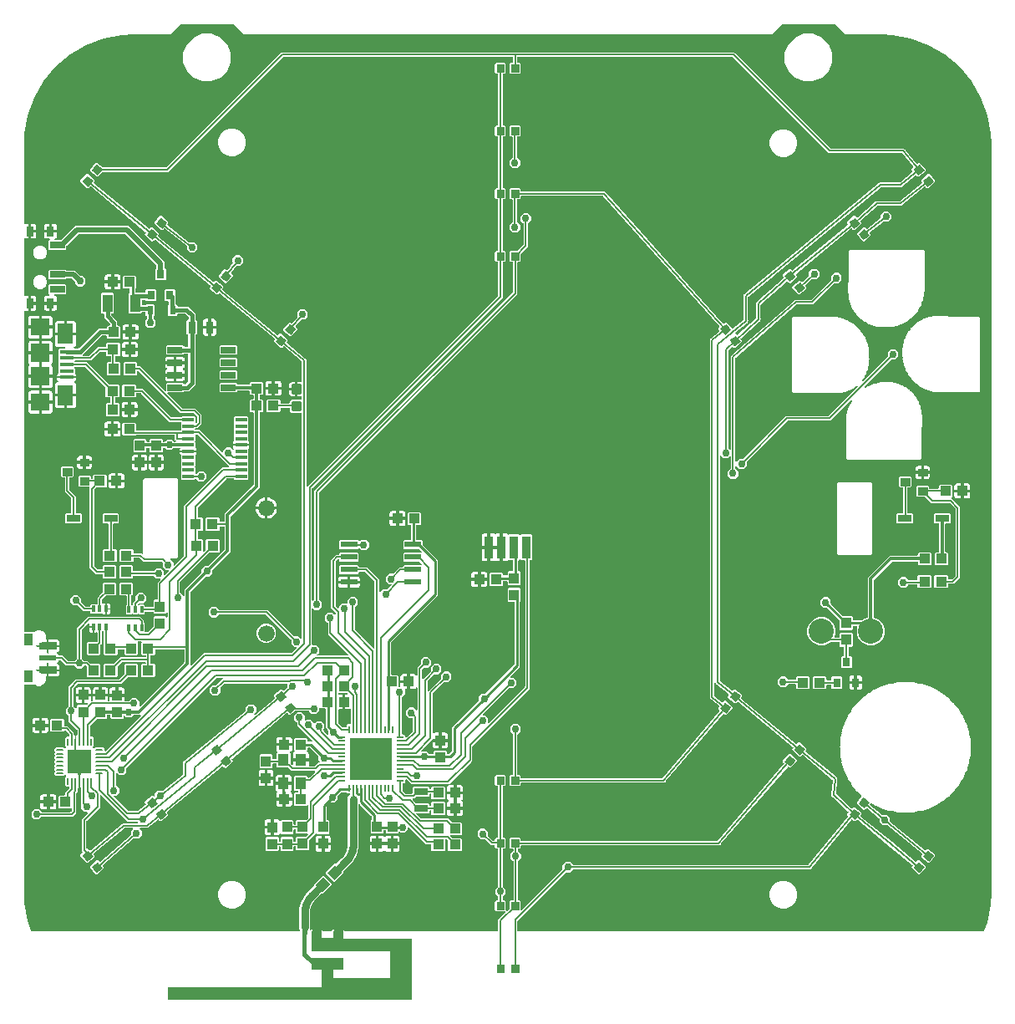
<source format=gbr>
G04 EAGLE Gerber RS-274X export*
G75*
%MOMM*%
%FSLAX34Y34*%
%LPD*%
%INTop Copper*%
%IPPOS*%
%AMOC8*
5,1,8,0,0,1.08239X$1,22.5*%
G01*
%ADD10C,0.080000*%
%ADD11R,1.100000X1.000000*%
%ADD12R,1.000000X1.100000*%
%ADD13R,1.143000X0.381000*%
%ADD14R,1.000000X1.800000*%
%ADD15R,1.100000X1.200000*%
%ADD16R,0.460000X0.460000*%
%ADD17R,1.000000X0.460000*%
%ADD18R,0.230000X0.800000*%
%ADD19R,0.800000X0.230000*%
%ADD20R,4.300000X4.300000*%
%ADD21R,0.300000X0.660000*%
%ADD22R,1.400000X0.700000*%
%ADD23R,0.800000X1.200000*%
%ADD24R,0.630000X0.830000*%
%ADD25R,0.800000X0.900000*%
%ADD26C,0.300000*%
%ADD27C,1.676400*%
%ADD28R,1.500000X0.700000*%
%ADD29R,0.800000X1.000000*%
%ADD30R,1.400000X0.350000*%
%ADD31R,1.900000X1.800000*%
%ADD32R,1.900000X1.900000*%
%ADD33R,1.600000X2.100000*%
%ADD34R,1.500000X0.650000*%
%ADD35R,1.701800X0.609600*%
%ADD36C,2.540000*%
%ADD37C,0.200000*%
%ADD38R,2.400000X2.400000*%
%ADD39R,0.914400X2.286000*%
%ADD40R,1.350000X0.750000*%
%ADD41R,1.800000X0.600000*%
%ADD42R,0.200000X0.200000*%
%ADD43R,0.900000X1.300000*%
%ADD44C,0.756400*%
%ADD45C,0.203200*%
%ADD46C,0.965200*%
%ADD47C,0.152400*%
%ADD48C,0.762000*%
%ADD49C,0.228600*%
%ADD50C,0.508000*%
%ADD51C,0.254000*%
%ADD52C,0.406400*%
%ADD53C,0.304800*%

G36*
X297052Y89988D02*
X297052Y89988D01*
X297098Y89986D01*
X297173Y90007D01*
X297250Y90020D01*
X297290Y90041D01*
X297334Y90054D01*
X297398Y90099D01*
X297467Y90135D01*
X297499Y90168D01*
X297537Y90195D01*
X297583Y90257D01*
X297637Y90313D01*
X297656Y90355D01*
X297683Y90392D01*
X297707Y90466D01*
X297740Y90537D01*
X297745Y90582D01*
X297759Y90626D01*
X297759Y90704D01*
X297767Y90781D01*
X297758Y90826D01*
X297757Y90872D01*
X297719Y91003D01*
X297715Y91021D01*
X297712Y91026D01*
X297710Y91033D01*
X296878Y93043D01*
X296878Y112482D01*
X298972Y120299D01*
X303019Y127308D01*
X305022Y129311D01*
X305022Y129312D01*
X311314Y135603D01*
X311367Y135677D01*
X311426Y135746D01*
X311438Y135776D01*
X311457Y135803D01*
X311484Y135890D01*
X311518Y135974D01*
X311523Y136015D01*
X311530Y136038D01*
X311529Y136070D01*
X311537Y136141D01*
X311537Y137509D01*
X320208Y146180D01*
X321471Y146180D01*
X329435Y138216D01*
X329435Y136953D01*
X320764Y128281D01*
X319397Y128281D01*
X319306Y128267D01*
X319216Y128259D01*
X319186Y128247D01*
X319154Y128242D01*
X319073Y128199D01*
X318989Y128163D01*
X318957Y128137D01*
X318936Y128127D01*
X318914Y128103D01*
X318858Y128058D01*
X313424Y122624D01*
X313413Y122609D01*
X313390Y122588D01*
X311725Y120690D01*
X311713Y120669D01*
X311638Y120568D01*
X309119Y116204D01*
X309113Y116189D01*
X309104Y116177D01*
X309043Y116020D01*
X307738Y111153D01*
X307736Y111129D01*
X307714Y111006D01*
X307549Y108486D01*
X307551Y108467D01*
X307547Y108436D01*
X307547Y93043D01*
X307201Y92206D01*
X307178Y92111D01*
X307150Y92018D01*
X307150Y91992D01*
X307144Y91967D01*
X307154Y91870D01*
X307156Y91772D01*
X307165Y91748D01*
X307168Y91722D01*
X307207Y91633D01*
X307241Y91541D01*
X307257Y91521D01*
X307267Y91497D01*
X307333Y91425D01*
X307394Y91349D01*
X307416Y91335D01*
X307434Y91316D01*
X307519Y91269D01*
X307601Y91216D01*
X307627Y91210D01*
X307649Y91197D01*
X307745Y91180D01*
X307840Y91156D01*
X307866Y91158D01*
X307891Y91154D01*
X307988Y91168D01*
X308085Y91175D01*
X308109Y91186D01*
X308135Y91189D01*
X308222Y91234D01*
X308311Y91272D01*
X308337Y91292D01*
X308354Y91301D01*
X308363Y91310D01*
X319649Y91310D01*
X320756Y90203D01*
X320830Y90150D01*
X320899Y90091D01*
X320930Y90079D01*
X320956Y90060D01*
X321043Y90033D01*
X321128Y89999D01*
X321169Y89994D01*
X321191Y89987D01*
X321223Y89988D01*
X321294Y89980D01*
X328731Y89980D01*
X328821Y89995D01*
X328912Y90002D01*
X328941Y90015D01*
X328973Y90020D01*
X329054Y90063D01*
X329138Y90098D01*
X329170Y90124D01*
X329191Y90135D01*
X329213Y90158D01*
X329269Y90203D01*
X330376Y91310D01*
X341649Y91310D01*
X342756Y90203D01*
X342830Y90150D01*
X342899Y90091D01*
X342930Y90079D01*
X342956Y90060D01*
X343043Y90033D01*
X343128Y89999D01*
X343169Y89994D01*
X343191Y89987D01*
X343223Y89988D01*
X343294Y89980D01*
X497452Y89980D01*
X497472Y89983D01*
X497491Y89981D01*
X497593Y90003D01*
X497695Y90020D01*
X497712Y90029D01*
X497732Y90034D01*
X497821Y90087D01*
X497912Y90135D01*
X497926Y90150D01*
X497943Y90160D01*
X498010Y90238D01*
X498082Y90313D01*
X498090Y90331D01*
X498103Y90347D01*
X498142Y90443D01*
X498185Y90537D01*
X498187Y90556D01*
X498195Y90575D01*
X498213Y90742D01*
X498213Y101517D01*
X499776Y103080D01*
X505442Y108746D01*
X505484Y108804D01*
X505533Y108856D01*
X505555Y108903D01*
X505585Y108945D01*
X505606Y109014D01*
X505637Y109079D01*
X505642Y109131D01*
X505658Y109181D01*
X505656Y109252D01*
X505664Y109323D01*
X505653Y109374D01*
X505651Y109426D01*
X505627Y109494D01*
X505612Y109564D01*
X505585Y109609D01*
X505567Y109657D01*
X505522Y109713D01*
X505485Y109775D01*
X505446Y109809D01*
X505413Y109849D01*
X505353Y109888D01*
X505298Y109935D01*
X505250Y109954D01*
X505206Y109982D01*
X505137Y110000D01*
X505070Y110027D01*
X504999Y110035D01*
X504968Y110043D01*
X504944Y110041D01*
X504904Y110045D01*
X496103Y110045D01*
X494975Y111173D01*
X494975Y119967D01*
X496103Y121095D01*
X497452Y121095D01*
X497472Y121098D01*
X497491Y121096D01*
X497593Y121118D01*
X497695Y121134D01*
X497712Y121144D01*
X497732Y121148D01*
X497821Y121201D01*
X497912Y121250D01*
X497926Y121264D01*
X497943Y121274D01*
X498010Y121353D01*
X498082Y121428D01*
X498090Y121446D01*
X498103Y121461D01*
X498142Y121557D01*
X498185Y121651D01*
X498187Y121671D01*
X498195Y121689D01*
X498213Y121856D01*
X498213Y124642D01*
X498199Y124732D01*
X498191Y124823D01*
X498179Y124852D01*
X498174Y124884D01*
X498131Y124965D01*
X498095Y125049D01*
X498069Y125081D01*
X498058Y125102D01*
X498035Y125124D01*
X497990Y125180D01*
X495193Y127977D01*
X495193Y132373D01*
X497990Y135170D01*
X498043Y135244D01*
X498103Y135314D01*
X498115Y135344D01*
X498134Y135370D01*
X498161Y135457D01*
X498195Y135542D01*
X498199Y135583D01*
X498206Y135605D01*
X498205Y135637D01*
X498213Y135708D01*
X498213Y172784D01*
X498210Y172804D01*
X498212Y172823D01*
X498190Y172925D01*
X498174Y173027D01*
X498164Y173044D01*
X498160Y173064D01*
X498107Y173153D01*
X498058Y173244D01*
X498044Y173258D01*
X498034Y173275D01*
X497955Y173342D01*
X497880Y173414D01*
X497862Y173422D01*
X497847Y173435D01*
X497751Y173474D01*
X497657Y173517D01*
X497637Y173519D01*
X497619Y173527D01*
X497452Y173545D01*
X496103Y173545D01*
X494975Y174673D01*
X494975Y176340D01*
X494972Y176359D01*
X494974Y176379D01*
X494952Y176480D01*
X494936Y176582D01*
X494926Y176600D01*
X494922Y176619D01*
X494869Y176708D01*
X494820Y176800D01*
X494806Y176813D01*
X494796Y176830D01*
X494717Y176898D01*
X494642Y176969D01*
X494624Y176977D01*
X494609Y176990D01*
X494513Y177029D01*
X494419Y177073D01*
X494399Y177075D01*
X494381Y177082D01*
X494214Y177101D01*
X490733Y177101D01*
X484959Y182875D01*
X484885Y182928D01*
X484816Y182987D01*
X484786Y183000D01*
X484760Y183018D01*
X484673Y183045D01*
X484588Y183079D01*
X484547Y183084D01*
X484524Y183091D01*
X484492Y183090D01*
X484421Y183098D01*
X480465Y183098D01*
X477357Y186206D01*
X477357Y190603D01*
X480465Y193711D01*
X484862Y193711D01*
X487970Y190603D01*
X487970Y186647D01*
X487973Y186632D01*
X487971Y186620D01*
X487985Y186556D01*
X487992Y186466D01*
X488005Y186436D01*
X488010Y186404D01*
X488053Y186324D01*
X488088Y186240D01*
X488114Y186208D01*
X488125Y186187D01*
X488148Y186165D01*
X488193Y186109D01*
X492405Y181897D01*
X492479Y181844D01*
X492548Y181785D01*
X492578Y181772D01*
X492604Y181754D01*
X492691Y181727D01*
X492776Y181693D01*
X492817Y181688D01*
X492840Y181681D01*
X492872Y181682D01*
X492943Y181674D01*
X494214Y181674D01*
X494234Y181677D01*
X494253Y181675D01*
X494355Y181697D01*
X494457Y181714D01*
X494474Y181723D01*
X494494Y181728D01*
X494583Y181781D01*
X494674Y181829D01*
X494688Y181843D01*
X494705Y181854D01*
X494772Y181932D01*
X494844Y182007D01*
X494852Y182025D01*
X494865Y182041D01*
X494904Y182137D01*
X494947Y182230D01*
X494949Y182250D01*
X494957Y182269D01*
X494975Y182435D01*
X494975Y183467D01*
X496103Y184595D01*
X497452Y184595D01*
X497472Y184598D01*
X497491Y184596D01*
X497593Y184618D01*
X497695Y184634D01*
X497712Y184644D01*
X497732Y184648D01*
X497821Y184701D01*
X497912Y184750D01*
X497926Y184764D01*
X497943Y184774D01*
X498010Y184853D01*
X498082Y184928D01*
X498090Y184946D01*
X498103Y184961D01*
X498142Y185057D01*
X498185Y185151D01*
X498187Y185171D01*
X498195Y185189D01*
X498213Y185356D01*
X498213Y236284D01*
X498210Y236304D01*
X498212Y236323D01*
X498190Y236425D01*
X498174Y236527D01*
X498164Y236544D01*
X498160Y236564D01*
X498107Y236653D01*
X498058Y236744D01*
X498044Y236758D01*
X498034Y236775D01*
X497955Y236842D01*
X497880Y236914D01*
X497862Y236922D01*
X497847Y236935D01*
X497751Y236974D01*
X497657Y237017D01*
X497637Y237019D01*
X497619Y237027D01*
X497452Y237045D01*
X496103Y237045D01*
X494975Y238173D01*
X494975Y246967D01*
X496103Y248095D01*
X504897Y248095D01*
X506025Y246967D01*
X506025Y238173D01*
X504897Y237045D01*
X503548Y237045D01*
X503528Y237042D01*
X503509Y237044D01*
X503407Y237022D01*
X503305Y237006D01*
X503288Y236996D01*
X503268Y236992D01*
X503179Y236939D01*
X503088Y236890D01*
X503074Y236876D01*
X503057Y236866D01*
X502990Y236787D01*
X502918Y236712D01*
X502910Y236694D01*
X502897Y236679D01*
X502858Y236583D01*
X502815Y236489D01*
X502813Y236469D01*
X502805Y236451D01*
X502787Y236284D01*
X502787Y185356D01*
X502790Y185336D01*
X502788Y185317D01*
X502810Y185215D01*
X502826Y185113D01*
X502836Y185096D01*
X502840Y185076D01*
X502893Y184987D01*
X502942Y184896D01*
X502956Y184882D01*
X502966Y184865D01*
X503045Y184798D01*
X503120Y184726D01*
X503138Y184718D01*
X503153Y184705D01*
X503249Y184666D01*
X503343Y184623D01*
X503363Y184621D01*
X503381Y184613D01*
X503548Y184595D01*
X504897Y184595D01*
X506025Y183467D01*
X506025Y174673D01*
X504897Y173545D01*
X503548Y173545D01*
X503528Y173542D01*
X503509Y173544D01*
X503407Y173522D01*
X503305Y173506D01*
X503288Y173496D01*
X503268Y173492D01*
X503179Y173439D01*
X503088Y173390D01*
X503074Y173376D01*
X503057Y173366D01*
X502990Y173287D01*
X502918Y173212D01*
X502910Y173194D01*
X502897Y173179D01*
X502858Y173083D01*
X502815Y172989D01*
X502813Y172969D01*
X502805Y172951D01*
X502787Y172784D01*
X502787Y135708D01*
X502801Y135618D01*
X502809Y135527D01*
X502821Y135498D01*
X502826Y135466D01*
X502869Y135385D01*
X502905Y135301D01*
X502931Y135269D01*
X502942Y135248D01*
X502965Y135226D01*
X503010Y135170D01*
X505807Y132373D01*
X505807Y127977D01*
X503010Y125180D01*
X502957Y125106D01*
X502897Y125036D01*
X502885Y125006D01*
X502866Y124980D01*
X502839Y124893D01*
X502805Y124808D01*
X502801Y124767D01*
X502794Y124745D01*
X502795Y124713D01*
X502787Y124642D01*
X502787Y121856D01*
X502790Y121836D01*
X502788Y121817D01*
X502810Y121715D01*
X502826Y121613D01*
X502836Y121596D01*
X502840Y121576D01*
X502893Y121487D01*
X502942Y121396D01*
X502956Y121382D01*
X502966Y121365D01*
X503045Y121298D01*
X503120Y121226D01*
X503138Y121218D01*
X503153Y121205D01*
X503249Y121166D01*
X503343Y121123D01*
X503363Y121121D01*
X503381Y121113D01*
X503548Y121095D01*
X504897Y121095D01*
X506025Y119967D01*
X506025Y111166D01*
X506036Y111096D01*
X506038Y111024D01*
X506056Y110975D01*
X506064Y110924D01*
X506098Y110860D01*
X506123Y110793D01*
X506155Y110752D01*
X506180Y110706D01*
X506232Y110657D01*
X506276Y110601D01*
X506320Y110573D01*
X506358Y110537D01*
X506423Y110507D01*
X506483Y110468D01*
X506534Y110455D01*
X506581Y110433D01*
X506652Y110425D01*
X506722Y110408D01*
X506774Y110412D01*
X506825Y110406D01*
X506896Y110421D01*
X506967Y110427D01*
X507015Y110447D01*
X507066Y110458D01*
X507127Y110495D01*
X507193Y110523D01*
X507249Y110568D01*
X507277Y110585D01*
X507292Y110602D01*
X507324Y110628D01*
X509752Y113056D01*
X509796Y113118D01*
X509828Y113151D01*
X509834Y113163D01*
X509865Y113200D01*
X509877Y113230D01*
X509896Y113256D01*
X509923Y113343D01*
X509957Y113428D01*
X509961Y113469D01*
X509968Y113491D01*
X509967Y113523D01*
X509975Y113595D01*
X509975Y119967D01*
X511103Y121095D01*
X513045Y121095D01*
X513065Y121098D01*
X513084Y121096D01*
X513186Y121118D01*
X513288Y121134D01*
X513305Y121144D01*
X513325Y121148D01*
X513414Y121201D01*
X513505Y121250D01*
X513519Y121264D01*
X513536Y121274D01*
X513603Y121353D01*
X513675Y121428D01*
X513683Y121446D01*
X513696Y121461D01*
X513735Y121557D01*
X513778Y121651D01*
X513780Y121671D01*
X513788Y121689D01*
X513806Y121856D01*
X513806Y160392D01*
X513792Y160482D01*
X513784Y160573D01*
X513772Y160603D01*
X513767Y160635D01*
X513724Y160715D01*
X513688Y160799D01*
X513662Y160832D01*
X513651Y160852D01*
X513628Y160874D01*
X513583Y160930D01*
X510786Y163727D01*
X510786Y168124D01*
X513583Y170921D01*
X513629Y170984D01*
X513650Y171006D01*
X513654Y171015D01*
X513696Y171064D01*
X513708Y171094D01*
X513727Y171120D01*
X513754Y171207D01*
X513788Y171292D01*
X513792Y171333D01*
X513799Y171355D01*
X513798Y171388D01*
X513806Y171459D01*
X513806Y172784D01*
X513803Y172804D01*
X513805Y172823D01*
X513783Y172925D01*
X513767Y173027D01*
X513757Y173044D01*
X513753Y173064D01*
X513700Y173153D01*
X513651Y173244D01*
X513637Y173258D01*
X513627Y173275D01*
X513548Y173342D01*
X513473Y173414D01*
X513455Y173422D01*
X513440Y173435D01*
X513344Y173474D01*
X513250Y173517D01*
X513230Y173519D01*
X513212Y173527D01*
X513045Y173545D01*
X511103Y173545D01*
X509975Y174673D01*
X509975Y183467D01*
X511103Y184595D01*
X519897Y184595D01*
X521025Y183467D01*
X521025Y182118D01*
X521028Y182098D01*
X521026Y182079D01*
X521048Y181977D01*
X521064Y181875D01*
X521074Y181858D01*
X521078Y181838D01*
X521131Y181749D01*
X521180Y181658D01*
X521194Y181644D01*
X521204Y181627D01*
X521283Y181560D01*
X521358Y181488D01*
X521376Y181480D01*
X521391Y181467D01*
X521487Y181428D01*
X521581Y181385D01*
X521601Y181383D01*
X521619Y181375D01*
X521786Y181357D01*
X720236Y181357D01*
X720351Y181376D01*
X720469Y181393D01*
X720473Y181396D01*
X720478Y181396D01*
X720581Y181451D01*
X720688Y181506D01*
X720692Y181510D01*
X720696Y181512D01*
X720707Y181523D01*
X720811Y181619D01*
X787986Y259126D01*
X788001Y259151D01*
X788023Y259171D01*
X788066Y259255D01*
X788115Y259335D01*
X788122Y259364D01*
X788135Y259390D01*
X788149Y259483D01*
X788170Y259575D01*
X788168Y259604D01*
X788172Y259633D01*
X788156Y259726D01*
X788147Y259820D01*
X788135Y259847D01*
X788129Y259876D01*
X788084Y259958D01*
X788046Y260044D01*
X788026Y260066D01*
X788012Y260092D01*
X787895Y260212D01*
X786974Y260971D01*
X786822Y262558D01*
X792416Y269344D01*
X794003Y269497D01*
X800789Y263903D01*
X800942Y262316D01*
X795348Y255530D01*
X793760Y255377D01*
X792600Y256333D01*
X792591Y256338D01*
X792584Y256346D01*
X792485Y256401D01*
X792388Y256457D01*
X792377Y256459D01*
X792368Y256464D01*
X792257Y256484D01*
X792147Y256506D01*
X792136Y256505D01*
X792126Y256507D01*
X792014Y256490D01*
X791903Y256477D01*
X791893Y256472D01*
X791883Y256471D01*
X791782Y256419D01*
X791681Y256370D01*
X791673Y256363D01*
X791664Y256358D01*
X791541Y256244D01*
X724100Y178432D01*
X724066Y178377D01*
X724024Y178328D01*
X724002Y178273D01*
X723971Y178222D01*
X723958Y178167D01*
X723321Y177530D01*
X723310Y177514D01*
X723284Y177490D01*
X722701Y176817D01*
X722685Y176813D01*
X722637Y176783D01*
X721736Y176783D01*
X721716Y176780D01*
X721682Y176781D01*
X720793Y176718D01*
X720779Y176726D01*
X720717Y176741D01*
X720657Y176765D01*
X720572Y176774D01*
X720540Y176782D01*
X720521Y176780D01*
X720490Y176783D01*
X521786Y176783D01*
X521766Y176780D01*
X521747Y176782D01*
X521645Y176760D01*
X521543Y176744D01*
X521526Y176734D01*
X521506Y176730D01*
X521417Y176677D01*
X521326Y176628D01*
X521312Y176614D01*
X521295Y176604D01*
X521228Y176525D01*
X521156Y176450D01*
X521148Y176432D01*
X521135Y176417D01*
X521096Y176321D01*
X521053Y176227D01*
X521051Y176207D01*
X521043Y176189D01*
X521025Y176022D01*
X521025Y174673D01*
X519897Y173545D01*
X519141Y173545D01*
X519121Y173542D01*
X519102Y173544D01*
X519000Y173522D01*
X518898Y173506D01*
X518881Y173496D01*
X518861Y173492D01*
X518772Y173439D01*
X518681Y173390D01*
X518667Y173376D01*
X518650Y173366D01*
X518583Y173287D01*
X518511Y173212D01*
X518503Y173194D01*
X518490Y173179D01*
X518451Y173083D01*
X518408Y172989D01*
X518406Y172969D01*
X518398Y172951D01*
X518380Y172784D01*
X518380Y171459D01*
X518394Y171369D01*
X518402Y171278D01*
X518414Y171248D01*
X518419Y171216D01*
X518462Y171136D01*
X518498Y171052D01*
X518524Y171020D01*
X518535Y170999D01*
X518558Y170977D01*
X518582Y170946D01*
X518584Y170943D01*
X518586Y170941D01*
X518603Y170921D01*
X521400Y168124D01*
X521400Y163727D01*
X518603Y160930D01*
X518550Y160856D01*
X518490Y160787D01*
X518478Y160757D01*
X518459Y160731D01*
X518432Y160644D01*
X518398Y160559D01*
X518394Y160518D01*
X518387Y160496D01*
X518388Y160463D01*
X518380Y160392D01*
X518380Y121856D01*
X518383Y121836D01*
X518381Y121817D01*
X518403Y121715D01*
X518419Y121613D01*
X518429Y121596D01*
X518433Y121576D01*
X518486Y121487D01*
X518535Y121396D01*
X518549Y121382D01*
X518559Y121365D01*
X518638Y121298D01*
X518713Y121226D01*
X518731Y121218D01*
X518746Y121205D01*
X518842Y121166D01*
X518936Y121123D01*
X518956Y121121D01*
X518974Y121113D01*
X519141Y121095D01*
X519897Y121095D01*
X521025Y119967D01*
X521025Y111975D01*
X521036Y111904D01*
X521038Y111832D01*
X521056Y111783D01*
X521064Y111732D01*
X521098Y111669D01*
X521123Y111601D01*
X521155Y111561D01*
X521180Y111515D01*
X521232Y111465D01*
X521276Y111409D01*
X521320Y111381D01*
X521358Y111345D01*
X521423Y111315D01*
X521483Y111276D01*
X521534Y111264D01*
X521581Y111242D01*
X521652Y111234D01*
X521722Y111216D01*
X521774Y111220D01*
X521825Y111215D01*
X521896Y111230D01*
X521967Y111235D01*
X522015Y111256D01*
X522066Y111267D01*
X522127Y111304D01*
X522193Y111332D01*
X522249Y111377D01*
X522277Y111393D01*
X522292Y111411D01*
X522324Y111437D01*
X563379Y152492D01*
X563433Y152566D01*
X563492Y152635D01*
X563504Y152665D01*
X563523Y152692D01*
X563550Y152779D01*
X563584Y152863D01*
X563589Y152904D01*
X563595Y152927D01*
X563595Y152959D01*
X563602Y153030D01*
X563602Y156986D01*
X566711Y160094D01*
X571107Y160094D01*
X573904Y157297D01*
X573978Y157244D01*
X574048Y157185D01*
X574078Y157173D01*
X574104Y157154D01*
X574191Y157127D01*
X574276Y157093D01*
X574317Y157088D01*
X574339Y157081D01*
X574371Y157082D01*
X574443Y157074D01*
X811969Y157074D01*
X811973Y157075D01*
X811977Y157074D01*
X812095Y157095D01*
X812212Y157114D01*
X812215Y157116D01*
X812219Y157117D01*
X812326Y157174D01*
X812429Y157229D01*
X812432Y157232D01*
X812435Y157234D01*
X812556Y157351D01*
X852621Y205827D01*
X852631Y205844D01*
X852646Y205859D01*
X852693Y205950D01*
X852745Y206039D01*
X852749Y206059D01*
X852759Y206077D01*
X852774Y206179D01*
X852795Y206280D01*
X852792Y206300D01*
X852796Y206320D01*
X852778Y206422D01*
X852765Y206524D01*
X852757Y206543D01*
X852753Y206563D01*
X852704Y206653D01*
X852659Y206746D01*
X852645Y206761D01*
X852635Y206779D01*
X852519Y206899D01*
X852278Y207097D01*
X852125Y208685D01*
X853165Y209947D01*
X853166Y209947D01*
X853167Y209949D01*
X853225Y210049D01*
X853290Y210159D01*
X853290Y210160D01*
X853291Y210161D01*
X853315Y210276D01*
X853340Y210400D01*
X853340Y210401D01*
X853340Y210402D01*
X853326Y210521D01*
X853311Y210644D01*
X853311Y210645D01*
X853310Y210646D01*
X853256Y210759D01*
X853206Y210866D01*
X853205Y210867D01*
X853204Y210868D01*
X853201Y210872D01*
X853096Y210993D01*
X837402Y225453D01*
X837369Y225474D01*
X837342Y225502D01*
X837267Y225542D01*
X837196Y225588D01*
X837159Y225598D01*
X837124Y225616D01*
X837042Y225633D01*
X836567Y226212D01*
X836543Y226233D01*
X836495Y226289D01*
X835949Y226791D01*
X835924Y226871D01*
X835907Y226954D01*
X835888Y226987D01*
X835876Y227024D01*
X835830Y227095D01*
X835904Y227839D01*
X835901Y227872D01*
X835907Y227945D01*
X835876Y228686D01*
X835915Y228760D01*
X835961Y228830D01*
X835971Y228868D01*
X835989Y228902D01*
X836024Y229067D01*
X836024Y229068D01*
X837353Y242605D01*
X837350Y242646D01*
X837357Y242687D01*
X837343Y242768D01*
X837337Y242850D01*
X837322Y242889D01*
X837314Y242930D01*
X837275Y243002D01*
X837244Y243078D01*
X837217Y243109D01*
X837197Y243146D01*
X837088Y243258D01*
X837083Y243264D01*
X837082Y243264D01*
X837080Y243266D01*
X806817Y268245D01*
X806799Y268255D01*
X806785Y268270D01*
X806693Y268317D01*
X806604Y268369D01*
X806584Y268373D01*
X806566Y268382D01*
X806465Y268398D01*
X806363Y268419D01*
X806343Y268416D01*
X806323Y268419D01*
X806222Y268401D01*
X806119Y268389D01*
X806101Y268380D01*
X806081Y268377D01*
X805990Y268327D01*
X805897Y268283D01*
X805883Y268269D01*
X805865Y268259D01*
X805745Y268142D01*
X804889Y267104D01*
X803302Y266951D01*
X796516Y272545D01*
X796363Y274132D01*
X797223Y275175D01*
X797233Y275192D01*
X797247Y275206D01*
X797294Y275299D01*
X797346Y275388D01*
X797350Y275407D01*
X797359Y275425D01*
X797375Y275527D01*
X797396Y275629D01*
X797394Y275649D01*
X797396Y275668D01*
X797379Y275770D01*
X797366Y275873D01*
X797357Y275891D01*
X797354Y275910D01*
X797305Y276002D01*
X797260Y276095D01*
X797246Y276109D01*
X797237Y276127D01*
X797120Y276247D01*
X741488Y322145D01*
X741471Y322155D01*
X741457Y322169D01*
X741365Y322217D01*
X741276Y322269D01*
X741256Y322273D01*
X741238Y322282D01*
X741137Y322297D01*
X741035Y322318D01*
X741015Y322316D01*
X740995Y322319D01*
X740894Y322301D01*
X740791Y322289D01*
X740773Y322280D01*
X740753Y322276D01*
X740662Y322227D01*
X740569Y322182D01*
X740555Y322168D01*
X740537Y322159D01*
X740417Y322042D01*
X739560Y321003D01*
X737973Y320850D01*
X731187Y326444D01*
X731034Y328031D01*
X731912Y329097D01*
X731921Y329112D01*
X731934Y329125D01*
X731983Y329218D01*
X732036Y329309D01*
X732040Y329327D01*
X732048Y329343D01*
X732064Y329447D01*
X732085Y329550D01*
X732083Y329568D01*
X732086Y329586D01*
X732068Y329689D01*
X732056Y329794D01*
X732048Y329810D01*
X732045Y329828D01*
X731995Y329921D01*
X731949Y330016D01*
X731937Y330029D01*
X731928Y330045D01*
X731812Y330166D01*
X720109Y339912D01*
X720060Y339940D01*
X720017Y339977D01*
X719955Y340002D01*
X719897Y340036D01*
X719842Y340048D01*
X719801Y340064D01*
X719206Y340659D01*
X719186Y340674D01*
X719155Y340706D01*
X718583Y341182D01*
X718551Y341201D01*
X718524Y341227D01*
X718446Y341263D01*
X718371Y341307D01*
X718335Y341315D01*
X718301Y341331D01*
X718215Y341340D01*
X718131Y341358D01*
X718094Y341354D01*
X718057Y341358D01*
X717972Y341339D01*
X717886Y341329D01*
X717853Y341313D01*
X717816Y341305D01*
X717742Y341261D01*
X717664Y341224D01*
X717637Y341198D01*
X717605Y341179D01*
X717549Y341114D01*
X717487Y341054D01*
X717470Y341021D01*
X717445Y340992D01*
X717413Y340912D01*
X717373Y340836D01*
X717367Y340799D01*
X717353Y340764D01*
X717335Y340597D01*
X717335Y328718D01*
X717336Y328710D01*
X717335Y328703D01*
X717356Y328589D01*
X717375Y328476D01*
X717378Y328469D01*
X717380Y328461D01*
X717436Y328359D01*
X717490Y328258D01*
X717495Y328253D01*
X717499Y328246D01*
X717617Y328127D01*
X725126Y322050D01*
X725140Y322042D01*
X725152Y322030D01*
X725247Y321981D01*
X725340Y321928D01*
X725356Y321925D01*
X725371Y321918D01*
X725476Y321902D01*
X725581Y321881D01*
X725598Y321883D01*
X725614Y321881D01*
X725719Y321899D01*
X725825Y321913D01*
X725840Y321920D01*
X725856Y321923D01*
X725950Y321974D01*
X726046Y322021D01*
X726058Y322033D01*
X726072Y322041D01*
X726192Y322158D01*
X727087Y323243D01*
X728674Y323396D01*
X735460Y317802D01*
X735613Y316214D01*
X730019Y309428D01*
X728432Y309276D01*
X727319Y310192D01*
X727307Y310200D01*
X727297Y310210D01*
X727201Y310261D01*
X727107Y310316D01*
X727093Y310319D01*
X727080Y310326D01*
X726972Y310344D01*
X726866Y310366D01*
X726852Y310364D01*
X726838Y310366D01*
X726730Y310349D01*
X726622Y310336D01*
X726609Y310330D01*
X726595Y310327D01*
X726498Y310277D01*
X726400Y310230D01*
X726390Y310220D01*
X726377Y310213D01*
X726255Y310098D01*
X668367Y241943D01*
X668350Y241913D01*
X668334Y241897D01*
X668326Y241879D01*
X668297Y241845D01*
X668273Y241786D01*
X668241Y241732D01*
X668228Y241673D01*
X668221Y241658D01*
X667604Y241041D01*
X667591Y241022D01*
X667562Y240995D01*
X666999Y240331D01*
X666963Y240322D01*
X666911Y240290D01*
X666896Y240283D01*
X666024Y240283D01*
X666001Y240280D01*
X665962Y240281D01*
X665094Y240210D01*
X665062Y240229D01*
X665003Y240242D01*
X664947Y240265D01*
X664854Y240275D01*
X664822Y240282D01*
X664806Y240280D01*
X664780Y240283D01*
X521786Y240283D01*
X521766Y240280D01*
X521747Y240282D01*
X521645Y240260D01*
X521543Y240244D01*
X521526Y240234D01*
X521506Y240230D01*
X521417Y240177D01*
X521326Y240128D01*
X521312Y240114D01*
X521295Y240104D01*
X521228Y240025D01*
X521156Y239950D01*
X521148Y239932D01*
X521135Y239917D01*
X521096Y239821D01*
X521053Y239727D01*
X521051Y239707D01*
X521043Y239689D01*
X521025Y239522D01*
X521025Y238173D01*
X519897Y237045D01*
X511103Y237045D01*
X509975Y238173D01*
X509975Y246967D01*
X511103Y248095D01*
X512452Y248095D01*
X512472Y248098D01*
X512491Y248096D01*
X512593Y248118D01*
X512695Y248134D01*
X512712Y248144D01*
X512732Y248148D01*
X512821Y248201D01*
X512912Y248250D01*
X512926Y248264D01*
X512943Y248274D01*
X513010Y248353D01*
X513082Y248428D01*
X513090Y248446D01*
X513103Y248461D01*
X513141Y248557D01*
X513185Y248651D01*
X513187Y248671D01*
X513195Y248689D01*
X513213Y248856D01*
X513213Y289091D01*
X513199Y289181D01*
X513191Y289272D01*
X513179Y289301D01*
X513174Y289333D01*
X513131Y289414D01*
X513095Y289498D01*
X513069Y289530D01*
X513058Y289551D01*
X513035Y289573D01*
X512990Y289629D01*
X510409Y292211D01*
X510409Y296607D01*
X513517Y299716D01*
X517913Y299716D01*
X521022Y296607D01*
X521022Y292211D01*
X518010Y289198D01*
X517967Y289139D01*
X517925Y289095D01*
X517918Y289079D01*
X517897Y289055D01*
X517885Y289025D01*
X517866Y288999D01*
X517839Y288912D01*
X517836Y288902D01*
X517821Y288872D01*
X517821Y288865D01*
X517805Y288827D01*
X517801Y288786D01*
X517794Y288764D01*
X517795Y288731D01*
X517787Y288660D01*
X517787Y248856D01*
X517790Y248836D01*
X517788Y248817D01*
X517810Y248715D01*
X517826Y248613D01*
X517836Y248596D01*
X517840Y248576D01*
X517893Y248487D01*
X517942Y248396D01*
X517956Y248382D01*
X517966Y248365D01*
X518045Y248298D01*
X518120Y248226D01*
X518138Y248218D01*
X518153Y248205D01*
X518249Y248166D01*
X518343Y248123D01*
X518363Y248121D01*
X518381Y248113D01*
X518548Y248095D01*
X519897Y248095D01*
X521025Y246967D01*
X521025Y245618D01*
X521028Y245598D01*
X521026Y245579D01*
X521048Y245477D01*
X521064Y245375D01*
X521074Y245358D01*
X521078Y245338D01*
X521131Y245249D01*
X521180Y245158D01*
X521194Y245144D01*
X521204Y245127D01*
X521283Y245060D01*
X521358Y244988D01*
X521376Y244980D01*
X521391Y244967D01*
X521487Y244928D01*
X521581Y244885D01*
X521601Y244883D01*
X521619Y244875D01*
X521786Y244857D01*
X664489Y244857D01*
X664608Y244876D01*
X664730Y244896D01*
X664731Y244896D01*
X664732Y244896D01*
X664839Y244953D01*
X664948Y245010D01*
X664949Y245011D01*
X664950Y245012D01*
X664953Y245015D01*
X665070Y245125D01*
X722711Y312990D01*
X722724Y313012D01*
X722743Y313030D01*
X722787Y313117D01*
X722838Y313201D01*
X722843Y313226D01*
X722855Y313249D01*
X722870Y313345D01*
X722891Y313441D01*
X722888Y313467D01*
X722892Y313492D01*
X722875Y313588D01*
X722865Y313686D01*
X722854Y313709D01*
X722850Y313734D01*
X722803Y313820D01*
X722762Y313909D01*
X722744Y313928D01*
X722732Y313950D01*
X722615Y314070D01*
X721646Y314870D01*
X721493Y316457D01*
X722315Y317454D01*
X722327Y317474D01*
X722343Y317490D01*
X722388Y317580D01*
X722438Y317666D01*
X722443Y317689D01*
X722454Y317710D01*
X722468Y317809D01*
X722488Y317907D01*
X722485Y317931D01*
X722488Y317954D01*
X722470Y318052D01*
X722458Y318151D01*
X722448Y318173D01*
X722444Y318196D01*
X722395Y318283D01*
X722352Y318373D01*
X722336Y318390D01*
X722324Y318411D01*
X722206Y318530D01*
X714448Y324808D01*
X714403Y324833D01*
X714364Y324867D01*
X714297Y324894D01*
X714235Y324929D01*
X714184Y324939D01*
X714136Y324959D01*
X714117Y324961D01*
X713544Y325534D01*
X713522Y325550D01*
X713485Y325587D01*
X712848Y326102D01*
X712841Y326119D01*
X712822Y326188D01*
X712793Y326231D01*
X712773Y326279D01*
X712761Y326294D01*
X712761Y327104D01*
X712757Y327131D01*
X712757Y327183D01*
X712671Y327998D01*
X712678Y328015D01*
X712714Y328077D01*
X712724Y328128D01*
X712743Y328176D01*
X712756Y328292D01*
X712761Y328319D01*
X712760Y328328D01*
X712761Y328343D01*
X712761Y687118D01*
X712752Y687178D01*
X712752Y687237D01*
X712732Y687298D01*
X712722Y687361D01*
X712694Y687414D01*
X712687Y687435D01*
X712759Y688299D01*
X712757Y688322D01*
X712761Y688362D01*
X712761Y689229D01*
X712785Y689262D01*
X712803Y689319D01*
X712812Y689339D01*
X713474Y689899D01*
X713489Y689917D01*
X713521Y689942D01*
X714134Y690555D01*
X714174Y690562D01*
X714227Y690590D01*
X714284Y690608D01*
X714363Y690662D01*
X714392Y690677D01*
X714402Y690688D01*
X714423Y690702D01*
X722307Y697374D01*
X722317Y697386D01*
X722329Y697394D01*
X722396Y697479D01*
X722467Y697561D01*
X722472Y697575D01*
X722481Y697587D01*
X722518Y697689D01*
X722558Y697790D01*
X722559Y697805D01*
X722564Y697819D01*
X722566Y697927D01*
X722572Y698035D01*
X722568Y698050D01*
X722569Y698065D01*
X722536Y698168D01*
X722507Y698272D01*
X722499Y698285D01*
X722494Y698299D01*
X722403Y698439D01*
X721493Y699543D01*
X721646Y701130D01*
X722485Y701822D01*
X722509Y701849D01*
X722538Y701870D01*
X722589Y701941D01*
X722647Y702007D01*
X722661Y702040D01*
X722682Y702069D01*
X722708Y702153D01*
X722742Y702234D01*
X722744Y702270D01*
X722755Y702304D01*
X722753Y702392D01*
X722759Y702480D01*
X722750Y702514D01*
X722749Y702550D01*
X722719Y702633D01*
X722697Y702718D01*
X722678Y702748D01*
X722665Y702781D01*
X722568Y702918D01*
X604780Y834390D01*
X604693Y834460D01*
X604608Y834533D01*
X604597Y834537D01*
X604588Y834544D01*
X604484Y834583D01*
X604380Y834625D01*
X604366Y834626D01*
X604358Y834629D01*
X604331Y834630D01*
X604213Y834643D01*
X521786Y834643D01*
X521766Y834640D01*
X521747Y834642D01*
X521645Y834620D01*
X521543Y834604D01*
X521526Y834594D01*
X521506Y834590D01*
X521417Y834537D01*
X521326Y834488D01*
X521312Y834474D01*
X521295Y834464D01*
X521228Y834385D01*
X521156Y834310D01*
X521148Y834292D01*
X521135Y834277D01*
X521096Y834181D01*
X521053Y834087D01*
X521051Y834067D01*
X521043Y834049D01*
X521025Y833882D01*
X521025Y832533D01*
X519897Y831405D01*
X518389Y831405D01*
X518369Y831402D01*
X518349Y831404D01*
X518248Y831382D01*
X518146Y831366D01*
X518128Y831356D01*
X518109Y831352D01*
X518020Y831299D01*
X517928Y831250D01*
X517915Y831236D01*
X517898Y831226D01*
X517830Y831147D01*
X517759Y831072D01*
X517751Y831054D01*
X517738Y831039D01*
X517699Y830943D01*
X517655Y830849D01*
X517653Y830829D01*
X517646Y830811D01*
X517627Y830644D01*
X517627Y808453D01*
X517642Y808363D01*
X517649Y808272D01*
X517662Y808242D01*
X517667Y808210D01*
X517710Y808129D01*
X517745Y808046D01*
X517771Y808013D01*
X517782Y807993D01*
X517806Y807971D01*
X517850Y807915D01*
X520647Y805118D01*
X520647Y800721D01*
X517539Y797613D01*
X513142Y797613D01*
X510034Y800721D01*
X510034Y805118D01*
X512831Y807915D01*
X512884Y807989D01*
X512943Y808058D01*
X512956Y808088D01*
X512974Y808114D01*
X513001Y808201D01*
X513035Y808286D01*
X513040Y808327D01*
X513047Y808349D01*
X513046Y808382D01*
X513054Y808453D01*
X513054Y830644D01*
X513051Y830664D01*
X513053Y830683D01*
X513031Y830785D01*
X513014Y830887D01*
X513005Y830904D01*
X513001Y830924D01*
X512947Y831013D01*
X512899Y831104D01*
X512885Y831118D01*
X512874Y831135D01*
X512796Y831202D01*
X512721Y831274D01*
X512703Y831282D01*
X512687Y831295D01*
X512591Y831334D01*
X512498Y831377D01*
X512478Y831379D01*
X512459Y831387D01*
X512293Y831405D01*
X511103Y831405D01*
X509975Y832533D01*
X509975Y841327D01*
X511103Y842455D01*
X519897Y842455D01*
X521025Y841327D01*
X521025Y839978D01*
X521028Y839958D01*
X521026Y839939D01*
X521048Y839837D01*
X521064Y839735D01*
X521074Y839718D01*
X521078Y839698D01*
X521131Y839609D01*
X521180Y839518D01*
X521194Y839504D01*
X521204Y839487D01*
X521283Y839420D01*
X521358Y839348D01*
X521376Y839340D01*
X521391Y839327D01*
X521487Y839288D01*
X521581Y839245D01*
X521601Y839243D01*
X521619Y839235D01*
X521786Y839217D01*
X604409Y839217D01*
X604479Y839228D01*
X604549Y839230D01*
X604599Y839248D01*
X604652Y839256D01*
X604676Y839270D01*
X605617Y839218D01*
X605633Y839220D01*
X605658Y839217D01*
X606596Y839217D01*
X607222Y838518D01*
X607235Y838508D01*
X607251Y838488D01*
X607919Y837820D01*
X607934Y837791D01*
X607958Y837724D01*
X608001Y837664D01*
X608016Y837636D01*
X608033Y837620D01*
X608056Y837588D01*
X726142Y705783D01*
X726145Y705780D01*
X726147Y705777D01*
X726241Y705703D01*
X726333Y705628D01*
X726337Y705627D01*
X726340Y705624D01*
X726451Y705585D01*
X726564Y705543D01*
X726568Y705543D01*
X726572Y705542D01*
X726691Y705540D01*
X726810Y705536D01*
X726814Y705537D01*
X726818Y705537D01*
X726931Y705573D01*
X727045Y705608D01*
X727049Y705610D01*
X727052Y705611D01*
X727193Y705703D01*
X728432Y706724D01*
X730019Y706572D01*
X735219Y700264D01*
X735235Y700249D01*
X735247Y700231D01*
X735327Y700168D01*
X735404Y700101D01*
X735424Y700093D01*
X735441Y700080D01*
X735537Y700046D01*
X735631Y700007D01*
X735653Y700005D01*
X735674Y699998D01*
X735775Y699997D01*
X735876Y699990D01*
X735898Y699995D01*
X735919Y699995D01*
X736016Y700026D01*
X736114Y700052D01*
X736133Y700064D01*
X736154Y700070D01*
X736294Y700163D01*
X746739Y708868D01*
X746741Y708870D01*
X746743Y708871D01*
X746821Y708962D01*
X746900Y709054D01*
X746901Y709056D01*
X746903Y709058D01*
X746949Y709172D01*
X746994Y709281D01*
X746994Y709284D01*
X746995Y709286D01*
X747013Y709453D01*
X747013Y732652D01*
X747005Y732703D01*
X747006Y732754D01*
X746985Y732823D01*
X746974Y732895D01*
X746950Y732940D01*
X746934Y732989D01*
X746924Y733006D01*
X747009Y733811D01*
X747007Y733838D01*
X747013Y733891D01*
X747013Y734709D01*
X747022Y734726D01*
X747064Y734784D01*
X747080Y734833D01*
X747104Y734879D01*
X747108Y734898D01*
X747737Y735407D01*
X747756Y735428D01*
X747797Y735461D01*
X748375Y736039D01*
X748394Y736045D01*
X748465Y736056D01*
X748510Y736080D01*
X748559Y736095D01*
X748659Y736159D01*
X748682Y736171D01*
X748689Y736178D01*
X748701Y736186D01*
X772691Y755577D01*
X772693Y755579D01*
X772697Y755582D01*
X884257Y847808D01*
X884274Y847827D01*
X884310Y847857D01*
X884907Y848454D01*
X884971Y848464D01*
X885020Y848490D01*
X885071Y848506D01*
X885897Y848428D01*
X885923Y848429D01*
X885969Y848424D01*
X905351Y848424D01*
X905409Y848434D01*
X905468Y848433D01*
X905529Y848454D01*
X905593Y848464D01*
X905645Y848492D01*
X905701Y848510D01*
X905782Y848564D01*
X905811Y848579D01*
X905821Y848590D01*
X905841Y848603D01*
X918230Y859031D01*
X918241Y859044D01*
X918254Y859052D01*
X918320Y859136D01*
X918358Y859176D01*
X918362Y859185D01*
X918390Y859218D01*
X918397Y859233D01*
X918406Y859246D01*
X918442Y859346D01*
X918483Y859446D01*
X918484Y859462D01*
X918489Y859477D01*
X918491Y859585D01*
X918497Y859692D01*
X918493Y859707D01*
X918494Y859723D01*
X918461Y859826D01*
X918433Y859929D01*
X918424Y859942D01*
X918419Y859958D01*
X918328Y860098D01*
X917428Y861189D01*
X917581Y862776D01*
X918596Y863613D01*
X918611Y863629D01*
X918629Y863642D01*
X918692Y863721D01*
X918759Y863798D01*
X918767Y863818D01*
X918780Y863836D01*
X918814Y863931D01*
X918853Y864025D01*
X918855Y864047D01*
X918862Y864068D01*
X918863Y864169D01*
X918870Y864270D01*
X918865Y864292D01*
X918865Y864314D01*
X918834Y864410D01*
X918808Y864508D01*
X918796Y864527D01*
X918790Y864548D01*
X918697Y864688D01*
X907771Y877799D01*
X907769Y877801D01*
X907768Y877803D01*
X907675Y877882D01*
X907585Y877960D01*
X907583Y877961D01*
X907581Y877963D01*
X907466Y878009D01*
X907357Y878054D01*
X907355Y878054D01*
X907353Y878055D01*
X907186Y878073D01*
X833193Y878073D01*
X735876Y975390D01*
X735802Y975443D01*
X735732Y975503D01*
X735702Y975515D01*
X735676Y975534D01*
X735589Y975561D01*
X735504Y975595D01*
X735463Y975599D01*
X735441Y975606D01*
X735409Y975605D01*
X735337Y975613D01*
X518548Y975613D01*
X518528Y975610D01*
X518509Y975612D01*
X518407Y975590D01*
X518305Y975574D01*
X518288Y975564D01*
X518268Y975560D01*
X518179Y975507D01*
X518088Y975458D01*
X518074Y975444D01*
X518057Y975434D01*
X517990Y975355D01*
X517918Y975280D01*
X517910Y975262D01*
X517897Y975247D01*
X517858Y975151D01*
X517815Y975057D01*
X517813Y975037D01*
X517805Y975019D01*
X517787Y974852D01*
X517787Y970216D01*
X517790Y970196D01*
X517788Y970177D01*
X517810Y970075D01*
X517826Y969973D01*
X517836Y969956D01*
X517840Y969936D01*
X517893Y969847D01*
X517942Y969756D01*
X517956Y969742D01*
X517966Y969725D01*
X518045Y969658D01*
X518120Y969586D01*
X518138Y969578D01*
X518153Y969565D01*
X518249Y969526D01*
X518343Y969483D01*
X518363Y969481D01*
X518381Y969473D01*
X518548Y969455D01*
X519897Y969455D01*
X521025Y968327D01*
X521025Y959533D01*
X519897Y958405D01*
X511103Y958405D01*
X509975Y959533D01*
X509975Y968327D01*
X511103Y969455D01*
X512452Y969455D01*
X512472Y969458D01*
X512491Y969456D01*
X512593Y969478D01*
X512695Y969494D01*
X512712Y969504D01*
X512732Y969508D01*
X512821Y969561D01*
X512912Y969610D01*
X512926Y969624D01*
X512943Y969634D01*
X513010Y969713D01*
X513082Y969788D01*
X513090Y969806D01*
X513103Y969821D01*
X513142Y969917D01*
X513185Y970011D01*
X513187Y970031D01*
X513195Y970049D01*
X513213Y970216D01*
X513213Y974852D01*
X513210Y974872D01*
X513212Y974891D01*
X513190Y974993D01*
X513174Y975095D01*
X513164Y975112D01*
X513160Y975132D01*
X513107Y975221D01*
X513058Y975312D01*
X513044Y975326D01*
X513034Y975343D01*
X512955Y975410D01*
X512880Y975482D01*
X512862Y975490D01*
X512847Y975503D01*
X512751Y975542D01*
X512657Y975585D01*
X512637Y975587D01*
X512619Y975595D01*
X512452Y975613D01*
X280663Y975613D01*
X280572Y975599D01*
X280482Y975591D01*
X280452Y975579D01*
X280420Y975574D01*
X280339Y975531D01*
X280255Y975495D01*
X280223Y975469D01*
X280202Y975458D01*
X280180Y975435D01*
X280124Y975390D01*
X163757Y859023D01*
X97145Y859023D01*
X97141Y859023D01*
X97137Y859023D01*
X97020Y859003D01*
X96903Y858983D01*
X96899Y858981D01*
X96894Y858981D01*
X96790Y858924D01*
X96685Y858868D01*
X96682Y858865D01*
X96678Y858863D01*
X96558Y858746D01*
X92978Y854403D01*
X91390Y854250D01*
X84604Y859844D01*
X84452Y861431D01*
X90046Y868217D01*
X91633Y868370D01*
X97212Y863771D01*
X97260Y863743D01*
X97302Y863707D01*
X97365Y863681D01*
X97425Y863647D01*
X97479Y863636D01*
X97530Y863615D01*
X97636Y863603D01*
X97666Y863597D01*
X97678Y863599D01*
X97696Y863597D01*
X161547Y863597D01*
X161638Y863611D01*
X161728Y863619D01*
X161758Y863631D01*
X161790Y863636D01*
X161871Y863679D01*
X161955Y863715D01*
X161987Y863741D01*
X162008Y863752D01*
X162030Y863775D01*
X162086Y863820D01*
X278453Y980187D01*
X737547Y980187D01*
X834864Y882870D01*
X834938Y882817D01*
X835008Y882757D01*
X835038Y882745D01*
X835064Y882726D01*
X835151Y882699D01*
X835236Y882665D01*
X835277Y882661D01*
X835299Y882654D01*
X835331Y882655D01*
X835403Y882647D01*
X907510Y882647D01*
X907566Y882656D01*
X907623Y882655D01*
X907687Y882676D01*
X907753Y882686D01*
X907803Y882713D01*
X907843Y882726D01*
X908683Y882650D01*
X908707Y882652D01*
X908752Y882647D01*
X909604Y882647D01*
X909650Y882614D01*
X909704Y882597D01*
X909742Y882578D01*
X910282Y881930D01*
X910300Y881914D01*
X910328Y881879D01*
X910931Y881277D01*
X910940Y881221D01*
X910967Y881170D01*
X910984Y881116D01*
X911040Y881031D01*
X911055Y881003D01*
X911065Y880994D01*
X911077Y880976D01*
X922231Y867590D01*
X922245Y867579D01*
X922255Y867564D01*
X922338Y867498D01*
X922417Y867429D01*
X922434Y867423D01*
X922448Y867412D01*
X922547Y867376D01*
X922645Y867336D01*
X922663Y867335D01*
X922679Y867329D01*
X922785Y867327D01*
X922890Y867320D01*
X922907Y867325D01*
X922925Y867324D01*
X923026Y867356D01*
X923128Y867383D01*
X923143Y867393D01*
X923160Y867399D01*
X923300Y867490D01*
X924367Y868370D01*
X925954Y868217D01*
X931548Y861431D01*
X931396Y859844D01*
X924610Y854250D01*
X923022Y854403D01*
X922205Y855394D01*
X922187Y855410D01*
X922174Y855430D01*
X922095Y855490D01*
X922020Y855556D01*
X921998Y855565D01*
X921979Y855580D01*
X921885Y855612D01*
X921793Y855651D01*
X921769Y855652D01*
X921747Y855660D01*
X921647Y855661D01*
X921548Y855668D01*
X921525Y855662D01*
X921501Y855662D01*
X921406Y855631D01*
X921310Y855606D01*
X921290Y855593D01*
X921267Y855585D01*
X921128Y855492D01*
X908035Y844472D01*
X908020Y844454D01*
X907987Y844428D01*
X907377Y843818D01*
X907332Y843811D01*
X907280Y843783D01*
X907252Y843774D01*
X906397Y843848D01*
X906373Y843846D01*
X906332Y843851D01*
X886922Y843851D01*
X886867Y843842D01*
X886811Y843843D01*
X886746Y843822D01*
X886679Y843811D01*
X886630Y843785D01*
X886577Y843768D01*
X886488Y843710D01*
X886462Y843696D01*
X886453Y843687D01*
X886437Y843676D01*
X776556Y752838D01*
X776503Y752778D01*
X775593Y752042D01*
X775591Y752039D01*
X775586Y752036D01*
X774712Y751313D01*
X774690Y751304D01*
X774667Y751284D01*
X774612Y751249D01*
X751869Y732866D01*
X751864Y732860D01*
X751857Y732856D01*
X751782Y732769D01*
X751706Y732683D01*
X751702Y732675D01*
X751697Y732669D01*
X751654Y732562D01*
X751609Y732457D01*
X751608Y732449D01*
X751605Y732441D01*
X751587Y732274D01*
X751587Y709129D01*
X751596Y709072D01*
X751595Y709015D01*
X751616Y708952D01*
X751626Y708886D01*
X751653Y708835D01*
X751666Y708795D01*
X751590Y707956D01*
X751592Y707931D01*
X751587Y707887D01*
X751587Y707035D01*
X751554Y706989D01*
X751537Y706934D01*
X751518Y706896D01*
X750870Y706357D01*
X750854Y706338D01*
X750819Y706310D01*
X750217Y705708D01*
X750161Y705699D01*
X750110Y705672D01*
X750056Y705654D01*
X749971Y705598D01*
X749943Y705583D01*
X749934Y705574D01*
X749916Y705562D01*
X738880Y696365D01*
X738835Y696313D01*
X738782Y696267D01*
X738755Y696220D01*
X738719Y696179D01*
X738693Y696115D01*
X738658Y696055D01*
X738646Y696002D01*
X738626Y695952D01*
X738621Y695882D01*
X738607Y695814D01*
X738614Y695760D01*
X738610Y695706D01*
X738628Y695639D01*
X738636Y695570D01*
X738659Y695521D01*
X738673Y695469D01*
X738712Y695411D01*
X738741Y695348D01*
X738779Y695309D01*
X738809Y695263D01*
X738864Y695221D01*
X738912Y695170D01*
X738960Y695146D01*
X739003Y695112D01*
X739069Y695089D01*
X739131Y695057D01*
X739204Y695042D01*
X739235Y695031D01*
X739257Y695031D01*
X739295Y695023D01*
X739560Y694997D01*
X740242Y694170D01*
X740270Y694146D01*
X740291Y694116D01*
X740362Y694065D01*
X740427Y694008D01*
X740461Y693994D01*
X740491Y693972D01*
X740574Y693947D01*
X740654Y693913D01*
X740691Y693911D01*
X740726Y693900D01*
X740812Y693902D01*
X740900Y693896D01*
X740935Y693905D01*
X740971Y693906D01*
X741053Y693936D01*
X741138Y693958D01*
X741168Y693978D01*
X741203Y693990D01*
X741339Y694088D01*
X759461Y710404D01*
X759531Y710490D01*
X759603Y710575D01*
X759607Y710586D01*
X759615Y710596D01*
X759653Y710700D01*
X759695Y710803D01*
X759696Y710818D01*
X759700Y710827D01*
X759700Y710854D01*
X759713Y710970D01*
X759713Y724338D01*
X759702Y724404D01*
X759701Y724471D01*
X759683Y724525D01*
X759674Y724580D01*
X759653Y724619D01*
X759712Y725536D01*
X759710Y725555D01*
X759713Y725585D01*
X759713Y726491D01*
X759726Y726533D01*
X760417Y727140D01*
X760428Y727154D01*
X760452Y727173D01*
X761093Y727814D01*
X761152Y727845D01*
X761215Y727868D01*
X761281Y727914D01*
X761310Y727929D01*
X761324Y727944D01*
X761353Y727964D01*
X787723Y751165D01*
X787728Y751171D01*
X787734Y751175D01*
X787806Y751266D01*
X787879Y751355D01*
X787882Y751362D01*
X787886Y751368D01*
X787925Y751476D01*
X787966Y751585D01*
X787966Y751593D01*
X787969Y751600D01*
X787971Y751715D01*
X787975Y751831D01*
X787973Y751838D01*
X787973Y751846D01*
X787939Y751956D01*
X787906Y752067D01*
X787902Y752073D01*
X787899Y752080D01*
X787807Y752221D01*
X786822Y753417D01*
X786974Y755004D01*
X793760Y760598D01*
X795348Y760445D01*
X796204Y759406D01*
X796219Y759392D01*
X796230Y759376D01*
X796311Y759312D01*
X796389Y759244D01*
X796408Y759236D01*
X796424Y759223D01*
X796521Y759189D01*
X796616Y759149D01*
X796636Y759148D01*
X796655Y759141D01*
X796759Y759139D01*
X796862Y759132D01*
X796881Y759137D01*
X796901Y759136D01*
X797000Y759168D01*
X797100Y759194D01*
X797117Y759205D01*
X797136Y759211D01*
X797276Y759303D01*
X852882Y805176D01*
X852895Y805190D01*
X852911Y805201D01*
X852976Y805283D01*
X853044Y805361D01*
X853051Y805379D01*
X853064Y805395D01*
X853098Y805492D01*
X853138Y805588D01*
X853140Y805608D01*
X853146Y805626D01*
X853148Y805730D01*
X853155Y805833D01*
X853150Y805852D01*
X853151Y805872D01*
X853119Y805971D01*
X853093Y806071D01*
X853083Y806088D01*
X853077Y806107D01*
X852985Y806247D01*
X852125Y807290D01*
X852278Y808877D01*
X859064Y814471D01*
X860651Y814318D01*
X861476Y813318D01*
X861493Y813303D01*
X861506Y813284D01*
X861585Y813222D01*
X861661Y813156D01*
X861682Y813147D01*
X861700Y813133D01*
X861795Y813100D01*
X861888Y813061D01*
X861911Y813060D01*
X861933Y813052D01*
X862033Y813051D01*
X862133Y813044D01*
X862156Y813050D01*
X862179Y813050D01*
X862274Y813081D01*
X862371Y813106D01*
X862390Y813119D01*
X862412Y813126D01*
X862552Y813219D01*
X881078Y828754D01*
X881094Y828772D01*
X881127Y828799D01*
X881734Y829406D01*
X881784Y829414D01*
X881835Y829441D01*
X881868Y829452D01*
X882717Y829377D01*
X882741Y829379D01*
X882783Y829374D01*
X905371Y829374D01*
X905425Y829383D01*
X905479Y829382D01*
X905545Y829403D01*
X905614Y829414D01*
X905662Y829439D01*
X905714Y829456D01*
X905805Y829515D01*
X905831Y829529D01*
X905839Y829537D01*
X905854Y829547D01*
X927717Y847509D01*
X927731Y847524D01*
X927748Y847536D01*
X927811Y847617D01*
X927879Y847694D01*
X927887Y847713D01*
X927900Y847729D01*
X927935Y847826D01*
X927974Y847921D01*
X927976Y847941D01*
X927983Y847961D01*
X927985Y848063D01*
X927992Y848166D01*
X927987Y848186D01*
X927987Y848206D01*
X927956Y848305D01*
X927930Y848404D01*
X927919Y848421D01*
X927913Y848441D01*
X927821Y848581D01*
X926970Y849614D01*
X927122Y851202D01*
X933908Y856796D01*
X935496Y856643D01*
X941090Y849857D01*
X940937Y848270D01*
X934151Y842676D01*
X932564Y842828D01*
X931699Y843878D01*
X931684Y843890D01*
X931674Y843906D01*
X931592Y843971D01*
X931514Y844040D01*
X931496Y844047D01*
X931481Y844059D01*
X931383Y844094D01*
X931287Y844134D01*
X931267Y844136D01*
X931249Y844142D01*
X931145Y844144D01*
X931041Y844151D01*
X931022Y844147D01*
X931003Y844147D01*
X930904Y844116D01*
X930803Y844089D01*
X930787Y844079D01*
X930769Y844073D01*
X930628Y843982D01*
X908029Y825415D01*
X908012Y825395D01*
X907974Y825365D01*
X907382Y824773D01*
X907380Y824772D01*
X907311Y824761D01*
X907263Y824736D01*
X907211Y824719D01*
X907208Y824717D01*
X906388Y824797D01*
X906362Y824795D01*
X906314Y824801D01*
X883759Y824801D01*
X883701Y824791D01*
X883643Y824792D01*
X883581Y824772D01*
X883516Y824761D01*
X883465Y824734D01*
X883409Y824716D01*
X883327Y824661D01*
X883299Y824646D01*
X883289Y824636D01*
X883270Y824623D01*
X865452Y809682D01*
X865441Y809669D01*
X865427Y809660D01*
X865361Y809576D01*
X865291Y809495D01*
X865285Y809480D01*
X865274Y809467D01*
X865238Y809366D01*
X865198Y809267D01*
X865197Y809251D01*
X865192Y809235D01*
X865190Y809128D01*
X865183Y809022D01*
X865188Y809006D01*
X865187Y808989D01*
X865219Y808887D01*
X865247Y808784D01*
X865256Y808770D01*
X865261Y808754D01*
X865353Y808614D01*
X866245Y807532D01*
X866092Y805945D01*
X859306Y800351D01*
X857719Y800504D01*
X856862Y801543D01*
X856847Y801557D01*
X856836Y801573D01*
X856755Y801637D01*
X856677Y801705D01*
X856659Y801713D01*
X856643Y801725D01*
X856546Y801760D01*
X856450Y801800D01*
X856430Y801801D01*
X856411Y801808D01*
X856308Y801810D01*
X856205Y801817D01*
X856185Y801812D01*
X856165Y801812D01*
X856067Y801781D01*
X855967Y801755D01*
X855950Y801744D01*
X855931Y801738D01*
X855790Y801646D01*
X800185Y755773D01*
X800172Y755758D01*
X800155Y755748D01*
X800091Y755666D01*
X800023Y755588D01*
X800015Y755570D01*
X800003Y755554D01*
X799968Y755457D01*
X799928Y755361D01*
X799927Y755341D01*
X799920Y755323D01*
X799918Y755219D01*
X799911Y755116D01*
X799916Y755097D01*
X799916Y755077D01*
X799947Y754978D01*
X799973Y754878D01*
X799984Y754861D01*
X799990Y754842D01*
X800082Y754702D01*
X800942Y753659D01*
X800789Y752072D01*
X794003Y746478D01*
X792416Y746631D01*
X791687Y747515D01*
X791663Y747536D01*
X791644Y747562D01*
X791571Y747616D01*
X791502Y747677D01*
X791472Y747689D01*
X791446Y747708D01*
X791359Y747736D01*
X791275Y747771D01*
X791243Y747773D01*
X791212Y747783D01*
X791121Y747782D01*
X791029Y747788D01*
X790998Y747780D01*
X790966Y747780D01*
X790880Y747749D01*
X790791Y747726D01*
X790765Y747709D01*
X790734Y747698D01*
X790597Y747602D01*
X764545Y724681D01*
X764472Y724592D01*
X764421Y724532D01*
X764418Y724530D01*
X764418Y724529D01*
X764397Y724504D01*
X764394Y724497D01*
X764389Y724491D01*
X764348Y724383D01*
X764334Y724348D01*
X764315Y724307D01*
X764314Y724298D01*
X764305Y724276D01*
X764304Y724267D01*
X764302Y724261D01*
X764301Y724239D01*
X764287Y724109D01*
X764287Y710782D01*
X764298Y710712D01*
X764300Y710640D01*
X764318Y710591D01*
X764326Y710540D01*
X764337Y710519D01*
X764288Y709572D01*
X764289Y709557D01*
X764287Y709533D01*
X764287Y708594D01*
X763589Y707967D01*
X763580Y707955D01*
X763560Y707939D01*
X762885Y707264D01*
X762864Y707253D01*
X762797Y707228D01*
X762738Y707186D01*
X762710Y707171D01*
X762694Y707154D01*
X762661Y707130D01*
X744201Y690511D01*
X744199Y690509D01*
X744197Y690507D01*
X744123Y690414D01*
X744047Y690320D01*
X744046Y690316D01*
X744044Y690314D01*
X744005Y690203D01*
X743963Y690089D01*
X743963Y690085D01*
X743962Y690082D01*
X743960Y689962D01*
X743956Y689843D01*
X743957Y689840D01*
X743957Y689836D01*
X743994Y689719D01*
X744029Y689608D01*
X744030Y689605D01*
X744031Y689602D01*
X744123Y689462D01*
X745154Y688211D01*
X745001Y686624D01*
X738215Y681030D01*
X736628Y681183D01*
X736164Y681746D01*
X736121Y681783D01*
X736086Y681827D01*
X736029Y681864D01*
X735979Y681908D01*
X735927Y681930D01*
X735879Y681960D01*
X735814Y681977D01*
X735752Y682003D01*
X735695Y682007D01*
X735641Y682020D01*
X735573Y682015D01*
X735506Y682020D01*
X735451Y682006D01*
X735395Y682001D01*
X735333Y681975D01*
X735268Y681958D01*
X735221Y681927D01*
X735169Y681905D01*
X735088Y681840D01*
X735062Y681823D01*
X735054Y681813D01*
X735038Y681800D01*
X731508Y678270D01*
X731455Y678196D01*
X731396Y678127D01*
X731383Y678097D01*
X731365Y678070D01*
X731338Y677984D01*
X731304Y677899D01*
X731299Y677858D01*
X731292Y677835D01*
X731293Y677803D01*
X731285Y677732D01*
X731285Y579719D01*
X731300Y579629D01*
X731307Y579538D01*
X731320Y579508D01*
X731325Y579476D01*
X731368Y579395D01*
X731403Y579312D01*
X731429Y579279D01*
X731440Y579259D01*
X731463Y579237D01*
X731508Y579181D01*
X732760Y577929D01*
X732818Y577887D01*
X732870Y577838D01*
X732917Y577816D01*
X732959Y577785D01*
X733028Y577764D01*
X733093Y577734D01*
X733145Y577728D01*
X733195Y577713D01*
X733266Y577715D01*
X733337Y577707D01*
X733388Y577718D01*
X733440Y577719D01*
X733508Y577744D01*
X733578Y577759D01*
X733622Y577786D01*
X733671Y577804D01*
X733727Y577849D01*
X733789Y577885D01*
X733823Y577925D01*
X733863Y577958D01*
X733902Y578018D01*
X733949Y578072D01*
X733968Y578121D01*
X733996Y578164D01*
X734014Y578234D01*
X734041Y578300D01*
X734049Y578372D01*
X734057Y578403D01*
X734055Y578426D01*
X734059Y578467D01*
X734059Y670113D01*
X734049Y670178D01*
X734048Y670244D01*
X734029Y670299D01*
X734020Y670356D01*
X733997Y670398D01*
X734058Y671309D01*
X734056Y671328D01*
X734059Y671360D01*
X734059Y672261D01*
X734062Y672265D01*
X734077Y672311D01*
X734764Y672913D01*
X734776Y672927D01*
X734801Y672947D01*
X735438Y673584D01*
X735443Y673585D01*
X735501Y673616D01*
X735564Y673638D01*
X735631Y673685D01*
X735660Y673700D01*
X735674Y673714D01*
X735702Y673734D01*
X798518Y728729D01*
X798530Y728744D01*
X798555Y728764D01*
X799192Y729401D01*
X799197Y729401D01*
X799239Y729424D01*
X800151Y729363D01*
X800170Y729365D01*
X800201Y729362D01*
X815487Y729362D01*
X815577Y729376D01*
X815668Y729384D01*
X815698Y729396D01*
X815730Y729401D01*
X815811Y729444D01*
X815895Y729480D01*
X815927Y729506D01*
X815947Y729517D01*
X815970Y729540D01*
X816025Y729585D01*
X835553Y749112D01*
X835606Y749186D01*
X835666Y749256D01*
X835678Y749286D01*
X835697Y749312D01*
X835724Y749399D01*
X835758Y749484D01*
X835762Y749525D01*
X835769Y749547D01*
X835768Y749579D01*
X835776Y749651D01*
X835776Y753606D01*
X838885Y756715D01*
X843281Y756715D01*
X846390Y753606D01*
X846390Y749210D01*
X843281Y746101D01*
X839325Y746101D01*
X839235Y746087D01*
X839144Y746080D01*
X839115Y746067D01*
X839083Y746062D01*
X839002Y746019D01*
X838918Y745983D01*
X838886Y745958D01*
X838865Y745947D01*
X838843Y745923D01*
X838787Y745878D01*
X817697Y724788D01*
X801246Y724788D01*
X801180Y724778D01*
X801114Y724777D01*
X801060Y724758D01*
X801003Y724749D01*
X800945Y724718D01*
X800882Y724696D01*
X800815Y724649D01*
X800786Y724633D01*
X800772Y724619D01*
X800744Y724600D01*
X738893Y670449D01*
X738819Y670359D01*
X738743Y670271D01*
X738741Y670264D01*
X738736Y670259D01*
X738695Y670150D01*
X738651Y670043D01*
X738650Y670034D01*
X738648Y670029D01*
X738647Y670009D01*
X738633Y669876D01*
X738633Y566302D01*
X738644Y566231D01*
X738646Y566159D01*
X738664Y566111D01*
X738672Y566059D01*
X738706Y565996D01*
X738731Y565928D01*
X738763Y565888D01*
X738788Y565842D01*
X738840Y565792D01*
X738884Y565736D01*
X738928Y565708D01*
X738966Y565672D01*
X739031Y565642D01*
X739091Y565603D01*
X739142Y565591D01*
X739189Y565569D01*
X739260Y565561D01*
X739330Y565543D01*
X739382Y565547D01*
X739433Y565542D01*
X739504Y565557D01*
X739575Y565563D01*
X739623Y565583D01*
X739674Y565594D01*
X739735Y565631D01*
X739801Y565659D01*
X739857Y565704D01*
X739885Y565720D01*
X739900Y565738D01*
X739932Y565764D01*
X742822Y568653D01*
X746778Y568653D01*
X746868Y568668D01*
X746959Y568675D01*
X746988Y568688D01*
X747020Y568693D01*
X747101Y568736D01*
X747185Y568772D01*
X747217Y568797D01*
X747238Y568808D01*
X747260Y568832D01*
X747316Y568876D01*
X790110Y611671D01*
X832658Y611671D01*
X832748Y611686D01*
X832839Y611693D01*
X832868Y611705D01*
X832900Y611711D01*
X832981Y611753D01*
X833065Y611789D01*
X833097Y611815D01*
X833118Y611826D01*
X833140Y611849D01*
X833196Y611894D01*
X862356Y641054D01*
X862397Y641111D01*
X862445Y641160D01*
X862468Y641210D01*
X862500Y641254D01*
X862520Y641320D01*
X862550Y641383D01*
X862556Y641437D01*
X862572Y641489D01*
X862571Y641558D01*
X862579Y641627D01*
X862567Y641681D01*
X862566Y641735D01*
X862542Y641800D01*
X862528Y641868D01*
X862500Y641915D01*
X862481Y641966D01*
X862438Y642020D01*
X862403Y642080D01*
X862362Y642116D01*
X862328Y642158D01*
X862270Y642196D01*
X862217Y642241D01*
X862167Y642262D01*
X862121Y642291D01*
X862054Y642308D01*
X861990Y642334D01*
X861935Y642338D01*
X861882Y642351D01*
X861813Y642346D01*
X861744Y642350D01*
X861691Y642336D01*
X861637Y642332D01*
X861573Y642305D01*
X861506Y642287D01*
X861441Y642248D01*
X861411Y642236D01*
X861388Y642217D01*
X861362Y642202D01*
X859722Y640974D01*
X859719Y640971D01*
X859718Y640970D01*
X859695Y640947D01*
X859665Y640927D01*
X859611Y640859D01*
X859551Y640797D01*
X859550Y640794D01*
X859548Y640792D01*
X859534Y640762D01*
X859512Y640734D01*
X859477Y640650D01*
X858827Y640295D01*
X858801Y640274D01*
X858735Y640236D01*
X858147Y639796D01*
X858144Y639796D01*
X858058Y639786D01*
X857972Y639784D01*
X857937Y639772D01*
X857900Y639767D01*
X857745Y639704D01*
X855582Y638523D01*
X855552Y638500D01*
X855518Y638484D01*
X855456Y638424D01*
X855388Y638371D01*
X855367Y638340D01*
X855340Y638315D01*
X855293Y638236D01*
X854599Y637977D01*
X854570Y637961D01*
X854500Y637932D01*
X853855Y637580D01*
X853852Y637581D01*
X853766Y637583D01*
X853680Y637594D01*
X853644Y637586D01*
X853607Y637587D01*
X853444Y637546D01*
X851134Y636685D01*
X851102Y636666D01*
X851066Y636656D01*
X850996Y636606D01*
X850921Y636563D01*
X850896Y636535D01*
X850866Y636513D01*
X850808Y636442D01*
X850084Y636285D01*
X850054Y636273D01*
X849980Y636254D01*
X849291Y635998D01*
X849289Y635999D01*
X849204Y636013D01*
X849120Y636036D01*
X849083Y636034D01*
X849046Y636040D01*
X848880Y636023D01*
X846471Y635499D01*
X846436Y635485D01*
X846399Y635480D01*
X846323Y635440D01*
X846242Y635408D01*
X846214Y635384D01*
X846181Y635367D01*
X846113Y635305D01*
X845374Y635252D01*
X845342Y635245D01*
X845267Y635237D01*
X844549Y635081D01*
X844547Y635082D01*
X844464Y635109D01*
X844385Y635143D01*
X844348Y635146D01*
X844313Y635158D01*
X844145Y635164D01*
X841808Y634997D01*
X841746Y634982D01*
X841682Y634977D01*
X841627Y634954D01*
X841569Y634940D01*
X841521Y634910D01*
X840620Y634910D01*
X840600Y634907D01*
X840566Y634908D01*
X839525Y634834D01*
X839446Y634815D01*
X839365Y634805D01*
X839314Y634784D01*
X839286Y634777D01*
X839262Y634762D01*
X839210Y634740D01*
X839206Y634738D01*
X838706Y634881D01*
X838684Y634884D01*
X838664Y634892D01*
X838497Y634910D01*
X837858Y634910D01*
X837844Y634916D01*
X837819Y634941D01*
X837745Y634995D01*
X837675Y635054D01*
X837645Y635066D01*
X837619Y635085D01*
X837532Y635112D01*
X837447Y635146D01*
X837406Y635150D01*
X837403Y635154D01*
X837315Y635217D01*
X837229Y635284D01*
X837213Y635291D01*
X837203Y635297D01*
X837175Y635306D01*
X837074Y635348D01*
X837014Y635365D01*
X836992Y635379D01*
X836920Y635398D01*
X836851Y635425D01*
X836784Y635433D01*
X836754Y635441D01*
X836729Y635439D01*
X836684Y635444D01*
X797718Y635444D01*
X796378Y636783D01*
X796378Y710966D01*
X797718Y712306D01*
X834726Y712306D01*
X834790Y712316D01*
X834854Y712316D01*
X834910Y712336D01*
X834969Y712345D01*
X835019Y712372D01*
X835918Y712308D01*
X835938Y712309D01*
X835972Y712306D01*
X836863Y712306D01*
X836876Y712296D01*
X836937Y712277D01*
X836995Y712249D01*
X837079Y712234D01*
X837111Y712224D01*
X837130Y712224D01*
X837160Y712219D01*
X840158Y712004D01*
X840195Y712008D01*
X840232Y712003D01*
X840317Y712019D01*
X840403Y712027D01*
X840437Y712042D01*
X840474Y712049D01*
X840556Y712089D01*
X841280Y711932D01*
X841313Y711930D01*
X841388Y711916D01*
X842120Y711864D01*
X842122Y711862D01*
X842193Y711813D01*
X842260Y711758D01*
X842295Y711744D01*
X842325Y711723D01*
X842484Y711670D01*
X842489Y711669D01*
X845541Y711005D01*
X845578Y711003D01*
X845614Y710993D01*
X845700Y710997D01*
X845787Y710992D01*
X845822Y711002D01*
X845860Y711004D01*
X845947Y711033D01*
X846641Y710774D01*
X846673Y710767D01*
X846745Y710743D01*
X847463Y710587D01*
X847464Y710584D01*
X847528Y710526D01*
X847586Y710462D01*
X847619Y710444D01*
X847646Y710418D01*
X847796Y710343D01*
X850727Y709250D01*
X850763Y709242D01*
X850797Y709227D01*
X850883Y709219D01*
X850968Y709202D01*
X851005Y709207D01*
X851042Y709203D01*
X851132Y709219D01*
X851782Y708864D01*
X851813Y708853D01*
X851881Y708819D01*
X852570Y708562D01*
X852571Y708560D01*
X852625Y708493D01*
X852674Y708421D01*
X852703Y708398D01*
X852727Y708370D01*
X852864Y708273D01*
X855610Y706774D01*
X855645Y706762D01*
X855676Y706742D01*
X855760Y706722D01*
X855842Y706693D01*
X855879Y706692D01*
X855915Y706684D01*
X856007Y706687D01*
X856600Y706242D01*
X856629Y706227D01*
X856692Y706184D01*
X857336Y705832D01*
X857337Y705829D01*
X857382Y705755D01*
X857419Y705677D01*
X857445Y705651D01*
X857464Y705619D01*
X857587Y705504D01*
X860091Y703629D01*
X860124Y703612D01*
X860152Y703588D01*
X860233Y703555D01*
X860309Y703516D01*
X860346Y703510D01*
X860380Y703496D01*
X860471Y703486D01*
X860995Y702962D01*
X861022Y702943D01*
X861077Y702891D01*
X861666Y702450D01*
X861666Y702448D01*
X861700Y702368D01*
X861726Y702286D01*
X861748Y702255D01*
X861762Y702221D01*
X861867Y702090D01*
X864079Y699878D01*
X864109Y699857D01*
X864134Y699829D01*
X864208Y699785D01*
X864278Y699735D01*
X864314Y699724D01*
X864346Y699705D01*
X864435Y699682D01*
X864879Y699089D01*
X864903Y699066D01*
X864950Y699007D01*
X865470Y698488D01*
X865469Y698485D01*
X865492Y698401D01*
X865506Y698316D01*
X865523Y698283D01*
X865533Y698247D01*
X865618Y698102D01*
X867492Y695598D01*
X867519Y695572D01*
X867539Y695541D01*
X867607Y695488D01*
X867670Y695428D01*
X867703Y695412D01*
X867732Y695389D01*
X867817Y695353D01*
X868172Y694703D01*
X868192Y694677D01*
X868231Y694612D01*
X868671Y694024D01*
X868670Y694021D01*
X868681Y693935D01*
X868682Y693849D01*
X868695Y693813D01*
X868699Y693776D01*
X868763Y693621D01*
X870262Y690876D01*
X870285Y690846D01*
X870301Y690813D01*
X870360Y690750D01*
X870413Y690682D01*
X870444Y690661D01*
X870470Y690634D01*
X870549Y690587D01*
X870807Y689893D01*
X870824Y689865D01*
X870853Y689794D01*
X871205Y689149D01*
X871204Y689147D01*
X871201Y689060D01*
X871191Y688975D01*
X871198Y688938D01*
X871197Y688901D01*
X871238Y688738D01*
X872331Y685807D01*
X872350Y685775D01*
X872361Y685739D01*
X872410Y685669D01*
X872453Y685594D01*
X872481Y685569D01*
X872503Y685539D01*
X872574Y685481D01*
X872731Y684757D01*
X872743Y684726D01*
X872762Y684653D01*
X873019Y683964D01*
X873017Y683962D01*
X873003Y683877D01*
X872980Y683793D01*
X872982Y683756D01*
X872976Y683719D01*
X872993Y683552D01*
X873658Y680496D01*
X873672Y680461D01*
X873678Y680424D01*
X873717Y680348D01*
X873749Y680267D01*
X873773Y680239D01*
X873790Y680206D01*
X873852Y680138D01*
X873905Y679399D01*
X873912Y679367D01*
X873920Y679292D01*
X874076Y678574D01*
X874075Y678572D01*
X874048Y678489D01*
X874014Y678410D01*
X874011Y678373D01*
X873999Y678337D01*
X873993Y678170D01*
X874207Y675172D01*
X874222Y675109D01*
X874227Y675045D01*
X874250Y674990D01*
X874264Y674932D01*
X874294Y674884D01*
X874294Y673984D01*
X874297Y673964D01*
X874296Y673929D01*
X874360Y673041D01*
X874351Y673027D01*
X874337Y672964D01*
X874313Y672905D01*
X874303Y672819D01*
X874296Y672787D01*
X874298Y672769D01*
X874294Y672738D01*
X874294Y669830D01*
X874305Y669767D01*
X874305Y669702D01*
X874324Y669646D01*
X874334Y669587D01*
X874360Y669537D01*
X874296Y668639D01*
X874298Y668618D01*
X874294Y668584D01*
X874294Y667694D01*
X874285Y667680D01*
X874266Y667619D01*
X874238Y667561D01*
X874222Y667477D01*
X874212Y667445D01*
X874213Y667427D01*
X874207Y667396D01*
X874040Y665060D01*
X874043Y665022D01*
X874038Y664986D01*
X874055Y664901D01*
X874062Y664815D01*
X874077Y664780D01*
X874084Y664744D01*
X874125Y664662D01*
X873968Y663938D01*
X873966Y663905D01*
X873952Y663830D01*
X873900Y663098D01*
X873897Y663096D01*
X873849Y663024D01*
X873794Y662958D01*
X873780Y662923D01*
X873759Y662892D01*
X873706Y662733D01*
X873182Y660325D01*
X873180Y660288D01*
X873169Y660252D01*
X873173Y660165D01*
X873173Y660160D01*
X873168Y660117D01*
X873170Y660108D01*
X873169Y660079D01*
X873179Y660043D01*
X873181Y660006D01*
X873209Y659919D01*
X872950Y659225D01*
X872944Y659193D01*
X872920Y659120D01*
X872764Y658403D01*
X872761Y658401D01*
X872703Y658338D01*
X872639Y658280D01*
X872620Y658247D01*
X872595Y658220D01*
X872520Y658070D01*
X871658Y655761D01*
X871651Y655724D01*
X871636Y655690D01*
X871627Y655604D01*
X871611Y655519D01*
X871615Y655482D01*
X871612Y655445D01*
X871628Y655355D01*
X871273Y654705D01*
X871262Y654674D01*
X871228Y654606D01*
X870971Y653918D01*
X870968Y653917D01*
X870901Y653862D01*
X870830Y653814D01*
X870807Y653784D01*
X870778Y653760D01*
X870682Y653623D01*
X869501Y651460D01*
X869488Y651424D01*
X869468Y651393D01*
X869448Y651309D01*
X869419Y651228D01*
X869419Y651190D01*
X869410Y651154D01*
X869413Y651063D01*
X868969Y650469D01*
X868954Y650440D01*
X868910Y650378D01*
X868558Y649733D01*
X868555Y649733D01*
X868481Y649688D01*
X868403Y649650D01*
X868377Y649624D01*
X868345Y649605D01*
X868230Y649483D01*
X867002Y647843D01*
X866970Y647781D01*
X866930Y647725D01*
X866914Y647673D01*
X866889Y647624D01*
X866878Y647556D01*
X866858Y647490D01*
X866859Y647435D01*
X866851Y647381D01*
X866862Y647313D01*
X866864Y647244D01*
X866883Y647193D01*
X866892Y647139D01*
X866925Y647078D01*
X866949Y647013D01*
X866983Y646970D01*
X867008Y646922D01*
X867059Y646875D01*
X867102Y646821D01*
X867148Y646791D01*
X867188Y646754D01*
X867251Y646725D01*
X867309Y646688D01*
X867362Y646675D01*
X867412Y646652D01*
X867481Y646645D01*
X867548Y646628D01*
X867602Y646632D01*
X867656Y646626D01*
X867724Y646642D01*
X867793Y646647D01*
X867843Y646668D01*
X867896Y646680D01*
X867956Y646716D01*
X868019Y646743D01*
X868079Y646791D01*
X868107Y646808D01*
X868127Y646829D01*
X868150Y646848D01*
X893008Y671706D01*
X893061Y671780D01*
X893121Y671849D01*
X893133Y671880D01*
X893152Y671906D01*
X893178Y671993D01*
X893212Y672078D01*
X893217Y672118D01*
X893224Y672141D01*
X893223Y672173D01*
X893231Y672244D01*
X893231Y676428D01*
X896340Y679537D01*
X900736Y679537D01*
X903844Y676428D01*
X903844Y672032D01*
X900736Y668924D01*
X897009Y668924D01*
X896919Y668909D01*
X896828Y668902D01*
X896798Y668889D01*
X896766Y668884D01*
X896685Y668841D01*
X896601Y668805D01*
X896569Y668780D01*
X896549Y668769D01*
X896526Y668745D01*
X896471Y668701D01*
X869407Y641637D01*
X869397Y641623D01*
X869383Y641612D01*
X869350Y641562D01*
X869342Y641553D01*
X869336Y641540D01*
X869325Y641523D01*
X869263Y641437D01*
X869258Y641420D01*
X869249Y641406D01*
X869222Y641303D01*
X869191Y641202D01*
X869191Y641185D01*
X869187Y641168D01*
X869194Y641062D01*
X869197Y640956D01*
X869203Y640940D01*
X869204Y640922D01*
X869245Y640825D01*
X869282Y640725D01*
X869293Y640711D01*
X869299Y640695D01*
X869369Y640616D01*
X869435Y640533D01*
X869450Y640524D01*
X869461Y640511D01*
X869553Y640457D01*
X869642Y640400D01*
X869659Y640396D01*
X869674Y640387D01*
X869837Y640345D01*
X869940Y640330D01*
X869977Y640331D01*
X870014Y640323D01*
X870099Y640333D01*
X870186Y640335D01*
X870221Y640348D01*
X870258Y640352D01*
X870413Y640416D01*
X870417Y640418D01*
X873440Y642068D01*
X873469Y642091D01*
X873503Y642107D01*
X873566Y642166D01*
X873634Y642220D01*
X873655Y642251D01*
X873682Y642276D01*
X873729Y642355D01*
X874423Y642614D01*
X874451Y642630D01*
X874522Y642659D01*
X875166Y643011D01*
X875169Y643010D01*
X875255Y643008D01*
X875341Y642997D01*
X875378Y643005D01*
X875415Y643004D01*
X875578Y643045D01*
X878809Y644250D01*
X878841Y644268D01*
X878877Y644279D01*
X878948Y644329D01*
X879022Y644372D01*
X879047Y644400D01*
X879078Y644421D01*
X879135Y644492D01*
X879859Y644650D01*
X879890Y644662D01*
X879964Y644681D01*
X880652Y644937D01*
X880654Y644936D01*
X880740Y644921D01*
X880823Y644899D01*
X880860Y644901D01*
X880897Y644895D01*
X881064Y644912D01*
X884434Y645645D01*
X884468Y645659D01*
X884505Y645664D01*
X884582Y645704D01*
X884663Y645735D01*
X884691Y645759D01*
X884724Y645776D01*
X884791Y645839D01*
X885531Y645892D01*
X885562Y645899D01*
X885638Y645907D01*
X886356Y646063D01*
X886358Y646061D01*
X886440Y646035D01*
X886520Y646001D01*
X886557Y645997D01*
X886592Y645986D01*
X886760Y645979D01*
X890078Y646217D01*
X890141Y646232D01*
X890205Y646237D01*
X890259Y646260D01*
X890317Y646274D01*
X890365Y646304D01*
X891266Y646304D01*
X891286Y646307D01*
X891320Y646306D01*
X891446Y646315D01*
X891482Y646323D01*
X891519Y646323D01*
X891601Y646352D01*
X891677Y646370D01*
X891892Y646354D01*
X891925Y646357D01*
X892001Y646354D01*
X892213Y646369D01*
X892249Y646361D01*
X892282Y646345D01*
X892447Y646315D01*
X892573Y646306D01*
X892593Y646307D01*
X892627Y646304D01*
X893518Y646304D01*
X893531Y646294D01*
X893592Y646275D01*
X893650Y646247D01*
X893734Y646232D01*
X893766Y646222D01*
X893784Y646222D01*
X893815Y646217D01*
X896381Y646033D01*
X896418Y646037D01*
X896455Y646032D01*
X896540Y646048D01*
X896626Y646056D01*
X896660Y646071D01*
X896697Y646078D01*
X896779Y646118D01*
X897503Y645961D01*
X897536Y645959D01*
X897610Y645945D01*
X898343Y645893D01*
X898345Y645891D01*
X898416Y645842D01*
X898483Y645787D01*
X898517Y645773D01*
X898548Y645752D01*
X898707Y645699D01*
X901341Y645126D01*
X901378Y645124D01*
X901414Y645114D01*
X901500Y645118D01*
X901586Y645113D01*
X901622Y645123D01*
X901659Y645125D01*
X901746Y645154D01*
X902441Y644895D01*
X902473Y644888D01*
X902545Y644864D01*
X903263Y644708D01*
X903264Y644705D01*
X903328Y644647D01*
X903386Y644583D01*
X903418Y644565D01*
X903446Y644539D01*
X903595Y644464D01*
X906120Y643522D01*
X906157Y643515D01*
X906191Y643500D01*
X906277Y643491D01*
X906362Y643474D01*
X906399Y643479D01*
X906436Y643476D01*
X906526Y643492D01*
X907176Y643136D01*
X907207Y643126D01*
X907275Y643091D01*
X907963Y642835D01*
X907964Y642832D01*
X908019Y642765D01*
X908067Y642693D01*
X908097Y642671D01*
X908121Y642642D01*
X908258Y642546D01*
X910623Y641254D01*
X910659Y641242D01*
X910690Y641222D01*
X910774Y641201D01*
X910856Y641173D01*
X910893Y641172D01*
X910929Y641163D01*
X911021Y641166D01*
X911614Y640722D01*
X911643Y640707D01*
X911705Y640664D01*
X912350Y640312D01*
X912351Y640309D01*
X912395Y640235D01*
X912433Y640157D01*
X912459Y640130D01*
X912478Y640098D01*
X912600Y639984D01*
X914758Y638369D01*
X914791Y638352D01*
X914819Y638327D01*
X914900Y638295D01*
X914976Y638255D01*
X915013Y638249D01*
X915047Y638235D01*
X915138Y638225D01*
X915662Y637701D01*
X915689Y637682D01*
X915744Y637630D01*
X916333Y637190D01*
X916333Y637187D01*
X916367Y637108D01*
X916393Y637025D01*
X916415Y636995D01*
X916429Y636961D01*
X916534Y636830D01*
X918440Y634924D01*
X918470Y634902D01*
X918494Y634874D01*
X918569Y634831D01*
X918639Y634781D01*
X918675Y634770D01*
X918707Y634751D01*
X918796Y634728D01*
X919240Y634135D01*
X919264Y634112D01*
X919311Y634053D01*
X919830Y633533D01*
X919830Y633530D01*
X919852Y633447D01*
X919866Y633362D01*
X919884Y633329D01*
X919893Y633293D01*
X919979Y633148D01*
X921594Y630991D01*
X921620Y630965D01*
X921641Y630934D01*
X921709Y630880D01*
X921771Y630820D01*
X921805Y630804D01*
X921834Y630781D01*
X921918Y630746D01*
X922273Y630095D01*
X922293Y630070D01*
X922332Y630004D01*
X922772Y629416D01*
X922772Y629413D01*
X922782Y629327D01*
X922783Y629241D01*
X922796Y629206D01*
X922800Y629169D01*
X922864Y629014D01*
X924156Y626648D01*
X924179Y626619D01*
X924194Y626585D01*
X924254Y626522D01*
X924307Y626454D01*
X924338Y626434D01*
X924364Y626407D01*
X924442Y626360D01*
X924701Y625665D01*
X924717Y625637D01*
X924723Y625624D01*
X924723Y625620D01*
X924726Y625617D01*
X924746Y625567D01*
X925098Y624922D01*
X925097Y624919D01*
X925095Y624833D01*
X925084Y624747D01*
X925092Y624710D01*
X925091Y624673D01*
X925132Y624511D01*
X926074Y621986D01*
X926092Y621953D01*
X926103Y621918D01*
X926153Y621847D01*
X926196Y621772D01*
X926224Y621747D01*
X926245Y621717D01*
X926316Y621659D01*
X926474Y620935D01*
X926486Y620905D01*
X926504Y620831D01*
X926761Y620143D01*
X926760Y620140D01*
X926745Y620055D01*
X926722Y619972D01*
X926725Y619934D01*
X926718Y619898D01*
X926736Y619731D01*
X927309Y617097D01*
X927322Y617063D01*
X927328Y617026D01*
X927367Y616949D01*
X927399Y616869D01*
X927423Y616840D01*
X927440Y616807D01*
X927502Y616740D01*
X927555Y616001D01*
X927563Y615969D01*
X927571Y615893D01*
X927727Y615175D01*
X927725Y615173D01*
X927699Y615091D01*
X927664Y615011D01*
X927661Y614974D01*
X927650Y614939D01*
X927643Y614771D01*
X927827Y612205D01*
X927842Y612142D01*
X927847Y612078D01*
X927870Y612024D01*
X927884Y611966D01*
X927914Y611918D01*
X927914Y611017D01*
X927917Y610997D01*
X927915Y610963D01*
X927979Y610074D01*
X927971Y610060D01*
X927956Y609998D01*
X927932Y609938D01*
X927923Y609853D01*
X927915Y609821D01*
X927917Y609802D01*
X927914Y609771D01*
X927914Y602605D01*
X927931Y602497D01*
X927945Y602390D01*
X927951Y602373D01*
X927953Y602362D01*
X927967Y602336D01*
X928009Y602235D01*
X928086Y602097D01*
X927943Y601597D01*
X927940Y601575D01*
X927932Y601555D01*
X927914Y601388D01*
X927914Y600749D01*
X927908Y600735D01*
X927883Y600710D01*
X927829Y600636D01*
X927770Y600566D01*
X927758Y600536D01*
X927739Y600510D01*
X927712Y600423D01*
X927678Y600338D01*
X927674Y600297D01*
X927670Y600294D01*
X927607Y600206D01*
X927540Y600120D01*
X927533Y600104D01*
X927527Y600094D01*
X927518Y600066D01*
X927476Y599965D01*
X927459Y599905D01*
X927445Y599883D01*
X927426Y599811D01*
X927399Y599742D01*
X927391Y599675D01*
X927383Y599645D01*
X927385Y599620D01*
X927380Y599575D01*
X927380Y569181D01*
X926041Y567842D01*
X852036Y567842D01*
X850696Y569181D01*
X850696Y604488D01*
X850686Y604552D01*
X850685Y604616D01*
X850666Y604672D01*
X850656Y604731D01*
X850630Y604781D01*
X850694Y605680D01*
X850692Y605700D01*
X850696Y605734D01*
X850696Y606624D01*
X850705Y606638D01*
X850724Y606699D01*
X850753Y606757D01*
X850768Y606841D01*
X850778Y606873D01*
X850777Y606891D01*
X850783Y606922D01*
X851020Y610240D01*
X851017Y610277D01*
X851022Y610314D01*
X851006Y610399D01*
X850998Y610485D01*
X850983Y610519D01*
X850976Y610556D01*
X850935Y610638D01*
X851093Y611362D01*
X851094Y611394D01*
X851108Y611469D01*
X851161Y612202D01*
X851163Y612204D01*
X851212Y612275D01*
X851267Y612341D01*
X851280Y612376D01*
X851301Y612407D01*
X851355Y612566D01*
X852088Y615936D01*
X852090Y615973D01*
X852100Y616009D01*
X852096Y616095D01*
X852101Y616182D01*
X852091Y616217D01*
X852089Y616255D01*
X852060Y616342D01*
X852319Y617036D01*
X852326Y617068D01*
X852350Y617140D01*
X852506Y617858D01*
X852508Y617859D01*
X852567Y617923D01*
X852631Y617981D01*
X852649Y618014D01*
X852674Y618041D01*
X852750Y618191D01*
X853955Y621422D01*
X853962Y621459D01*
X853978Y621493D01*
X853986Y621579D01*
X854003Y621663D01*
X853998Y621700D01*
X854002Y621738D01*
X853986Y621828D01*
X854341Y622478D01*
X854352Y622509D01*
X854386Y622577D01*
X854643Y623265D01*
X854645Y623266D01*
X854712Y623321D01*
X854784Y623369D01*
X854806Y623399D01*
X854835Y623422D01*
X854931Y623560D01*
X856584Y626587D01*
X856597Y626622D01*
X856616Y626653D01*
X856637Y626737D01*
X856666Y626819D01*
X856666Y626856D01*
X856675Y626892D01*
X856670Y627060D01*
X856655Y627163D01*
X856649Y627180D01*
X856649Y627197D01*
X856613Y627297D01*
X856581Y627398D01*
X856571Y627412D01*
X856565Y627428D01*
X856499Y627511D01*
X856436Y627597D01*
X856422Y627607D01*
X856411Y627620D01*
X856322Y627678D01*
X856235Y627739D01*
X856219Y627744D01*
X856204Y627753D01*
X856101Y627779D01*
X856000Y627810D01*
X855982Y627809D01*
X855965Y627813D01*
X855860Y627805D01*
X855754Y627802D01*
X855738Y627796D01*
X855720Y627794D01*
X855623Y627753D01*
X855523Y627716D01*
X855510Y627705D01*
X855494Y627698D01*
X855363Y627593D01*
X836430Y608660D01*
X834867Y607097D01*
X792320Y607097D01*
X792230Y607083D01*
X792139Y607076D01*
X792109Y607063D01*
X792077Y607058D01*
X791997Y607015D01*
X791913Y606979D01*
X791881Y606954D01*
X791860Y606943D01*
X791838Y606919D01*
X791782Y606874D01*
X750550Y565642D01*
X750497Y565568D01*
X750437Y565499D01*
X750425Y565469D01*
X750406Y565443D01*
X750379Y565356D01*
X750345Y565271D01*
X750341Y565230D01*
X750334Y565208D01*
X750335Y565175D01*
X750327Y565104D01*
X750327Y561148D01*
X747218Y558040D01*
X742822Y558040D01*
X739932Y560930D01*
X739874Y560971D01*
X739822Y561021D01*
X739775Y561043D01*
X739733Y561073D01*
X739664Y561094D01*
X739599Y561124D01*
X739547Y561130D01*
X739497Y561146D01*
X739426Y561144D01*
X739355Y561152D01*
X739304Y561140D01*
X739252Y561139D01*
X739184Y561115D01*
X739114Y561099D01*
X739069Y561073D01*
X739021Y561055D01*
X738965Y561010D01*
X738903Y560973D01*
X738869Y560934D01*
X738829Y560901D01*
X738790Y560841D01*
X738743Y560786D01*
X738724Y560738D01*
X738696Y560694D01*
X738678Y560625D01*
X738651Y560558D01*
X738643Y560487D01*
X738635Y560456D01*
X738637Y560432D01*
X738633Y560391D01*
X738633Y559228D01*
X738647Y559138D01*
X738655Y559047D01*
X738667Y559017D01*
X738672Y558985D01*
X738715Y558905D01*
X738751Y558821D01*
X738777Y558789D01*
X738788Y558768D01*
X738811Y558746D01*
X738856Y558690D01*
X741653Y555893D01*
X741653Y551496D01*
X738544Y548388D01*
X734148Y548388D01*
X731039Y551496D01*
X731039Y555893D01*
X733836Y558690D01*
X733889Y558764D01*
X733949Y558833D01*
X733961Y558863D01*
X733980Y558889D01*
X734007Y558976D01*
X734041Y559061D01*
X734045Y559102D01*
X734052Y559125D01*
X734051Y559157D01*
X734059Y559228D01*
X734059Y569904D01*
X734048Y569974D01*
X734046Y570046D01*
X734028Y570095D01*
X734020Y570146D01*
X733986Y570210D01*
X733961Y570277D01*
X733929Y570318D01*
X733904Y570364D01*
X733852Y570413D01*
X733808Y570469D01*
X733764Y570497D01*
X733726Y570533D01*
X733661Y570563D01*
X733601Y570602D01*
X733550Y570615D01*
X733503Y570637D01*
X733432Y570645D01*
X733362Y570662D01*
X733310Y570658D01*
X733259Y570664D01*
X733188Y570649D01*
X733117Y570643D01*
X733069Y570623D01*
X733018Y570612D01*
X732957Y570575D01*
X732891Y570547D01*
X732835Y570502D01*
X732807Y570485D01*
X732792Y570468D01*
X732760Y570442D01*
X731197Y568879D01*
X726800Y568879D01*
X724311Y571368D01*
X724253Y571410D01*
X724201Y571459D01*
X724154Y571481D01*
X724112Y571511D01*
X724043Y571532D01*
X723978Y571563D01*
X723926Y571568D01*
X723876Y571584D01*
X723805Y571582D01*
X723734Y571590D01*
X723683Y571579D01*
X723631Y571577D01*
X723563Y571553D01*
X723493Y571537D01*
X723448Y571511D01*
X723400Y571493D01*
X723344Y571448D01*
X723282Y571411D01*
X723248Y571372D01*
X723208Y571339D01*
X723169Y571279D01*
X723122Y571224D01*
X723103Y571176D01*
X723075Y571132D01*
X723057Y571063D01*
X723030Y570996D01*
X723022Y570925D01*
X723014Y570894D01*
X723016Y570870D01*
X723012Y570829D01*
X723012Y343803D01*
X723012Y343800D01*
X723012Y343798D01*
X723032Y343680D01*
X723051Y343560D01*
X723053Y343558D01*
X723053Y343555D01*
X723111Y343448D01*
X723167Y343343D01*
X723168Y343341D01*
X723170Y343339D01*
X723286Y343218D01*
X734715Y333700D01*
X734734Y333688D01*
X734749Y333673D01*
X734839Y333626D01*
X734927Y333575D01*
X734949Y333570D01*
X734968Y333560D01*
X735068Y333545D01*
X735168Y333524D01*
X735190Y333527D01*
X735211Y333523D01*
X735311Y333541D01*
X735412Y333553D01*
X735432Y333562D01*
X735453Y333566D01*
X735542Y333614D01*
X735635Y333658D01*
X735650Y333673D01*
X735669Y333683D01*
X735790Y333800D01*
X736628Y334817D01*
X738215Y334970D01*
X745001Y329376D01*
X745154Y327789D01*
X744294Y326746D01*
X744284Y326729D01*
X744270Y326715D01*
X744222Y326622D01*
X744170Y326533D01*
X744166Y326514D01*
X744157Y326496D01*
X744142Y326394D01*
X744121Y326292D01*
X744123Y326273D01*
X744120Y326253D01*
X744138Y326151D01*
X744151Y326048D01*
X744159Y326030D01*
X744163Y326011D01*
X744212Y325920D01*
X744257Y325826D01*
X744271Y325812D01*
X744280Y325795D01*
X744397Y325674D01*
X800028Y279776D01*
X800046Y279766D01*
X800060Y279752D01*
X800152Y279704D01*
X800241Y279652D01*
X800261Y279648D01*
X800278Y279639D01*
X800380Y279624D01*
X800482Y279603D01*
X800502Y279605D01*
X800522Y279602D01*
X800623Y279620D01*
X800726Y279633D01*
X800744Y279641D01*
X800764Y279645D01*
X800854Y279694D01*
X800948Y279739D01*
X800962Y279753D01*
X800980Y279762D01*
X801100Y279879D01*
X801957Y280918D01*
X803544Y281071D01*
X810330Y275477D01*
X810483Y273890D01*
X809622Y272846D01*
X809612Y272829D01*
X809598Y272815D01*
X809550Y272723D01*
X809498Y272633D01*
X809494Y272614D01*
X809485Y272597D01*
X809470Y272494D01*
X809449Y272392D01*
X809451Y272373D01*
X809448Y272353D01*
X809466Y272251D01*
X809479Y272148D01*
X809487Y272130D01*
X809491Y272111D01*
X809540Y272020D01*
X809585Y271926D01*
X809599Y271912D01*
X809608Y271895D01*
X809725Y271775D01*
X840526Y246352D01*
X840542Y246343D01*
X840554Y246330D01*
X840648Y246281D01*
X840739Y246228D01*
X840756Y246224D01*
X840772Y246216D01*
X840936Y246181D01*
X840954Y246180D01*
X841367Y245676D01*
X841386Y245659D01*
X841471Y245572D01*
X841974Y245157D01*
X841975Y245140D01*
X841980Y245122D01*
X841980Y245104D01*
X842011Y245004D01*
X842038Y244902D01*
X842048Y244887D01*
X842053Y244870D01*
X842145Y244729D01*
X842156Y244716D01*
X842092Y244067D01*
X842094Y244042D01*
X842092Y243920D01*
X842154Y243271D01*
X842143Y243258D01*
X842134Y243242D01*
X842121Y243230D01*
X842072Y243136D01*
X842019Y243045D01*
X842015Y243028D01*
X842007Y243012D01*
X841972Y242848D01*
X840624Y229114D01*
X840625Y229093D01*
X840621Y229073D01*
X840633Y228971D01*
X840640Y228869D01*
X840648Y228849D01*
X840650Y228829D01*
X840694Y228736D01*
X840733Y228641D01*
X840747Y228625D01*
X840756Y228606D01*
X840866Y228480D01*
X855947Y214584D01*
X855982Y214561D01*
X856010Y214532D01*
X856084Y214494D01*
X856153Y214449D01*
X856192Y214438D01*
X856229Y214420D01*
X856311Y214407D01*
X856391Y214386D01*
X856431Y214389D01*
X856472Y214383D01*
X856553Y214397D01*
X856636Y214402D01*
X856674Y214418D01*
X856714Y214425D01*
X856787Y214465D01*
X856863Y214496D01*
X856894Y214523D01*
X856930Y214543D01*
X857045Y214654D01*
X857049Y214658D01*
X857050Y214659D01*
X857051Y214660D01*
X857719Y215471D01*
X859306Y215623D01*
X866092Y210029D01*
X866245Y208442D01*
X865385Y207399D01*
X865375Y207382D01*
X865361Y207368D01*
X865314Y207276D01*
X865262Y207187D01*
X865258Y207167D01*
X865248Y207150D01*
X865233Y207047D01*
X865212Y206946D01*
X865214Y206926D01*
X865211Y206907D01*
X865229Y206805D01*
X865242Y206702D01*
X865251Y206684D01*
X865254Y206664D01*
X865303Y206574D01*
X865348Y206480D01*
X865362Y206466D01*
X865371Y206448D01*
X865488Y206328D01*
X897232Y180140D01*
X921094Y160455D01*
X921111Y160445D01*
X921125Y160430D01*
X921217Y160383D01*
X921306Y160331D01*
X921326Y160327D01*
X921344Y160318D01*
X921446Y160302D01*
X921547Y160281D01*
X921567Y160284D01*
X921587Y160281D01*
X921689Y160299D01*
X921791Y160311D01*
X921810Y160320D01*
X921829Y160323D01*
X921920Y160373D01*
X922013Y160417D01*
X922028Y160431D01*
X922045Y160441D01*
X922166Y160558D01*
X923022Y161597D01*
X924610Y161750D01*
X931396Y156156D01*
X931548Y154569D01*
X925954Y147783D01*
X924367Y147630D01*
X917581Y153224D01*
X917428Y154811D01*
X918288Y155854D01*
X918298Y155871D01*
X918312Y155885D01*
X918360Y155977D01*
X918412Y156067D01*
X918416Y156086D01*
X918425Y156104D01*
X918441Y156206D01*
X918461Y156308D01*
X918459Y156327D01*
X918462Y156347D01*
X918444Y156449D01*
X918431Y156552D01*
X918423Y156570D01*
X918420Y156589D01*
X918370Y156680D01*
X918325Y156774D01*
X918311Y156788D01*
X918302Y156805D01*
X918185Y156926D01*
X896269Y175006D01*
X862580Y202799D01*
X862562Y202809D01*
X862548Y202823D01*
X862456Y202870D01*
X862367Y202922D01*
X862347Y202926D01*
X862330Y202936D01*
X862228Y202951D01*
X862126Y202972D01*
X862106Y202970D01*
X862086Y202973D01*
X861985Y202955D01*
X861882Y202942D01*
X861864Y202933D01*
X861844Y202930D01*
X861753Y202881D01*
X861660Y202836D01*
X861646Y202822D01*
X861628Y202812D01*
X861508Y202696D01*
X860651Y201656D01*
X859064Y201503D01*
X857222Y203021D01*
X857205Y203031D01*
X857192Y203045D01*
X857100Y203093D01*
X857010Y203145D01*
X856991Y203149D01*
X856973Y203158D01*
X856870Y203174D01*
X856769Y203195D01*
X856750Y203192D01*
X856730Y203195D01*
X856628Y203177D01*
X856525Y203165D01*
X856507Y203156D01*
X856488Y203153D01*
X856396Y203103D01*
X856303Y203059D01*
X856289Y203045D01*
X856272Y203036D01*
X856151Y202919D01*
X816138Y154506D01*
X816110Y154458D01*
X816074Y154416D01*
X816048Y154353D01*
X816014Y154294D01*
X816003Y154240D01*
X815983Y154190D01*
X815396Y153603D01*
X815381Y153582D01*
X815348Y153550D01*
X814810Y152899D01*
X814747Y152883D01*
X814701Y152852D01*
X814649Y152830D01*
X814567Y152764D01*
X814541Y152747D01*
X814534Y152738D01*
X814518Y152725D01*
X814294Y152501D01*
X574443Y152501D01*
X574353Y152486D01*
X574262Y152479D01*
X574232Y152466D01*
X574200Y152461D01*
X574119Y152418D01*
X574035Y152383D01*
X574003Y152357D01*
X573983Y152346D01*
X573960Y152323D01*
X573904Y152278D01*
X571107Y149481D01*
X567152Y149481D01*
X567062Y149466D01*
X566971Y149459D01*
X566941Y149446D01*
X566909Y149441D01*
X566828Y149398D01*
X566744Y149363D01*
X566712Y149337D01*
X566692Y149326D01*
X566669Y149303D01*
X566613Y149258D01*
X518010Y100654D01*
X517957Y100580D01*
X517897Y100511D01*
X517885Y100481D01*
X517866Y100454D01*
X517839Y100367D01*
X517805Y100283D01*
X517801Y100242D01*
X517794Y100219D01*
X517795Y100187D01*
X517787Y100116D01*
X517787Y90742D01*
X517790Y90722D01*
X517788Y90702D01*
X517810Y90601D01*
X517826Y90499D01*
X517836Y90481D01*
X517840Y90462D01*
X517893Y90373D01*
X517942Y90281D01*
X517956Y90268D01*
X517966Y90251D01*
X518045Y90183D01*
X518120Y90112D01*
X518138Y90104D01*
X518153Y90091D01*
X518249Y90052D01*
X518343Y90008D01*
X518363Y90006D01*
X518381Y89999D01*
X518548Y89980D01*
X990460Y89980D01*
X990468Y89982D01*
X990477Y89980D01*
X990590Y90001D01*
X990703Y90020D01*
X990710Y90024D01*
X990718Y90025D01*
X990820Y90082D01*
X990920Y90135D01*
X990926Y90141D01*
X990933Y90145D01*
X991011Y90231D01*
X991090Y90313D01*
X991093Y90321D01*
X991099Y90327D01*
X991174Y90477D01*
X994173Y98573D01*
X994179Y98604D01*
X994208Y98701D01*
X997612Y117388D01*
X997612Y117420D01*
X997623Y117487D01*
X998091Y126981D01*
X998090Y126995D01*
X998092Y127018D01*
X998092Y887730D01*
X998090Y887743D01*
X998092Y887763D01*
X997674Y897316D01*
X997668Y897347D01*
X997664Y897415D01*
X994346Y916229D01*
X994336Y916259D01*
X994312Y916357D01*
X987778Y934310D01*
X987762Y934337D01*
X987722Y934430D01*
X978169Y950975D01*
X978149Y950999D01*
X978093Y951084D01*
X965813Y965719D01*
X965789Y965739D01*
X965719Y965813D01*
X951084Y978093D01*
X951057Y978109D01*
X950975Y978169D01*
X934430Y987722D01*
X934401Y987733D01*
X934310Y987778D01*
X916357Y994312D01*
X916326Y994318D01*
X916305Y994324D01*
X916298Y994327D01*
X916293Y994327D01*
X916229Y994346D01*
X897415Y997664D01*
X897383Y997664D01*
X897316Y997674D01*
X887763Y998092D01*
X887750Y998090D01*
X887730Y998092D01*
X850303Y998092D01*
X839731Y1008664D01*
X839657Y1008717D01*
X839588Y1008777D01*
X839557Y1008789D01*
X839531Y1008808D01*
X839444Y1008835D01*
X839359Y1008869D01*
X839318Y1008873D01*
X839296Y1008880D01*
X839264Y1008879D01*
X839193Y1008887D01*
X786407Y1008887D01*
X786317Y1008873D01*
X786226Y1008865D01*
X786197Y1008853D01*
X786165Y1008848D01*
X786084Y1008805D01*
X786000Y1008769D01*
X785968Y1008743D01*
X785947Y1008732D01*
X785925Y1008709D01*
X785869Y1008664D01*
X775297Y998092D01*
X240703Y998092D01*
X230131Y1008664D01*
X230057Y1008717D01*
X229988Y1008777D01*
X229957Y1008789D01*
X229931Y1008808D01*
X229844Y1008835D01*
X229759Y1008869D01*
X229718Y1008873D01*
X229696Y1008880D01*
X229664Y1008879D01*
X229593Y1008887D01*
X176807Y1008887D01*
X176717Y1008873D01*
X176626Y1008865D01*
X176597Y1008853D01*
X176565Y1008848D01*
X176484Y1008805D01*
X176400Y1008769D01*
X176368Y1008743D01*
X176347Y1008732D01*
X176325Y1008709D01*
X176269Y1008664D01*
X165697Y998092D01*
X127018Y998092D01*
X127004Y998090D01*
X126981Y998091D01*
X117487Y997623D01*
X117456Y997616D01*
X117388Y997612D01*
X98701Y994208D01*
X98672Y994197D01*
X98573Y994173D01*
X80762Y987575D01*
X80734Y987560D01*
X80642Y987519D01*
X64246Y977929D01*
X64222Y977909D01*
X64144Y977856D01*
X64139Y977853D01*
X64138Y977852D01*
X49656Y965561D01*
X49636Y965537D01*
X49563Y965466D01*
X37436Y950847D01*
X37420Y950820D01*
X37361Y950738D01*
X27957Y934235D01*
X27946Y934206D01*
X27901Y934114D01*
X21506Y916229D01*
X21500Y916198D01*
X21485Y916145D01*
X21483Y916142D01*
X21483Y916138D01*
X21472Y916101D01*
X18280Y897377D01*
X18279Y897345D01*
X18269Y897278D01*
X17908Y887780D01*
X17910Y887769D01*
X17908Y887751D01*
X17908Y887738D01*
X17908Y887736D01*
X17908Y887734D01*
X17915Y886424D01*
X17914Y886422D01*
X17915Y886390D01*
X17908Y886321D01*
X17908Y807169D01*
X17927Y807051D01*
X17945Y806934D01*
X17947Y806930D01*
X17947Y806926D01*
X18003Y806822D01*
X18058Y806715D01*
X18061Y806713D01*
X18063Y806709D01*
X18148Y806628D01*
X18234Y806544D01*
X18238Y806542D01*
X18241Y806539D01*
X18348Y806490D01*
X18456Y806438D01*
X18460Y806438D01*
X18464Y806436D01*
X18582Y806423D01*
X18700Y806408D01*
X18705Y806409D01*
X18708Y806409D01*
X18722Y806412D01*
X18866Y806434D01*
X19266Y806541D01*
X22077Y806541D01*
X22077Y799762D01*
X22080Y799742D01*
X22078Y799723D01*
X22100Y799621D01*
X22117Y799519D01*
X22126Y799502D01*
X22130Y799482D01*
X22183Y799393D01*
X22232Y799302D01*
X22246Y799288D01*
X22256Y799271D01*
X22335Y799204D01*
X22410Y799133D01*
X22428Y799124D01*
X22443Y799111D01*
X22539Y799072D01*
X22633Y799029D01*
X22653Y799027D01*
X22671Y799019D01*
X22838Y799001D01*
X23601Y799001D01*
X23601Y798999D01*
X22838Y798999D01*
X22818Y798996D01*
X22799Y798998D01*
X22697Y798976D01*
X22595Y798959D01*
X22578Y798950D01*
X22558Y798946D01*
X22469Y798893D01*
X22378Y798844D01*
X22364Y798830D01*
X22347Y798820D01*
X22280Y798741D01*
X22209Y798666D01*
X22200Y798648D01*
X22187Y798633D01*
X22148Y798537D01*
X22105Y798443D01*
X22103Y798423D01*
X22095Y798405D01*
X22077Y798238D01*
X22077Y791459D01*
X19266Y791459D01*
X18866Y791566D01*
X18747Y791578D01*
X18630Y791591D01*
X18625Y791590D01*
X18621Y791591D01*
X18506Y791564D01*
X18389Y791539D01*
X18386Y791537D01*
X18382Y791536D01*
X18280Y791474D01*
X18178Y791413D01*
X18175Y791410D01*
X18172Y791407D01*
X18096Y791317D01*
X18018Y791226D01*
X18017Y791222D01*
X18014Y791219D01*
X17971Y791110D01*
X17926Y790998D01*
X17926Y790993D01*
X17924Y790990D01*
X17924Y790976D01*
X17908Y790831D01*
X17908Y734169D01*
X17927Y734051D01*
X17945Y733934D01*
X17947Y733930D01*
X17947Y733926D01*
X18003Y733822D01*
X18058Y733715D01*
X18061Y733713D01*
X18063Y733709D01*
X18148Y733628D01*
X18234Y733544D01*
X18238Y733542D01*
X18241Y733539D01*
X18348Y733490D01*
X18456Y733438D01*
X18460Y733438D01*
X18464Y733436D01*
X18582Y733423D01*
X18700Y733408D01*
X18705Y733409D01*
X18708Y733409D01*
X18722Y733412D01*
X18866Y733434D01*
X19266Y733541D01*
X22077Y733541D01*
X22077Y726762D01*
X22080Y726742D01*
X22078Y726723D01*
X22100Y726621D01*
X22117Y726519D01*
X22126Y726502D01*
X22130Y726482D01*
X22183Y726393D01*
X22232Y726302D01*
X22246Y726288D01*
X22256Y726271D01*
X22335Y726204D01*
X22410Y726133D01*
X22428Y726124D01*
X22443Y726111D01*
X22539Y726072D01*
X22633Y726029D01*
X22653Y726027D01*
X22671Y726019D01*
X22838Y726001D01*
X23601Y726001D01*
X23601Y725999D01*
X22838Y725999D01*
X22818Y725996D01*
X22799Y725998D01*
X22697Y725976D01*
X22595Y725959D01*
X22578Y725950D01*
X22558Y725946D01*
X22469Y725893D01*
X22378Y725844D01*
X22364Y725830D01*
X22347Y725820D01*
X22280Y725741D01*
X22209Y725666D01*
X22200Y725648D01*
X22187Y725633D01*
X22148Y725537D01*
X22105Y725443D01*
X22103Y725423D01*
X22095Y725405D01*
X22077Y725238D01*
X22077Y718459D01*
X19266Y718459D01*
X18866Y718566D01*
X18747Y718578D01*
X18630Y718591D01*
X18625Y718590D01*
X18621Y718591D01*
X18506Y718564D01*
X18389Y718539D01*
X18386Y718537D01*
X18382Y718536D01*
X18280Y718474D01*
X18178Y718413D01*
X18175Y718410D01*
X18172Y718407D01*
X18096Y718317D01*
X18018Y718226D01*
X18017Y718222D01*
X18014Y718219D01*
X17971Y718110D01*
X17926Y717998D01*
X17926Y717993D01*
X17924Y717990D01*
X17924Y717976D01*
X17908Y717831D01*
X17908Y393922D01*
X17911Y393903D01*
X17909Y393883D01*
X17931Y393782D01*
X17947Y393680D01*
X17957Y393662D01*
X17961Y393643D01*
X18014Y393554D01*
X18063Y393462D01*
X18077Y393449D01*
X18087Y393431D01*
X18166Y393364D01*
X18241Y393293D01*
X18259Y393285D01*
X18274Y393272D01*
X18370Y393233D01*
X18464Y393189D01*
X18484Y393187D01*
X18502Y393180D01*
X18669Y393161D01*
X27769Y393161D01*
X27835Y393141D01*
X27856Y393141D01*
X27875Y393136D01*
X27978Y393144D01*
X28081Y393147D01*
X28100Y393154D01*
X28120Y393155D01*
X28215Y393196D01*
X28312Y393231D01*
X28328Y393244D01*
X28347Y393252D01*
X28478Y393356D01*
X28976Y393855D01*
X31564Y394927D01*
X34365Y394927D01*
X36953Y393855D01*
X38934Y391875D01*
X40005Y389287D01*
X40005Y386486D01*
X39920Y386280D01*
X39910Y386235D01*
X39890Y386193D01*
X39882Y386116D01*
X39864Y386040D01*
X39868Y385995D01*
X39863Y385949D01*
X39880Y385873D01*
X39887Y385795D01*
X39906Y385753D01*
X39915Y385709D01*
X39955Y385642D01*
X39987Y385571D01*
X40018Y385537D01*
X40042Y385497D01*
X40101Y385447D01*
X40153Y385390D01*
X40193Y385367D01*
X40228Y385338D01*
X40301Y385308D01*
X40369Y385271D01*
X40414Y385263D01*
X40457Y385246D01*
X40592Y385231D01*
X40611Y385227D01*
X40616Y385228D01*
X40623Y385227D01*
X41203Y385227D01*
X41203Y382686D01*
X35965Y382686D01*
X35869Y382686D01*
X35854Y382674D01*
X35844Y382679D01*
X35769Y382634D01*
X35617Y382550D01*
X35461Y382474D01*
X35302Y382407D01*
X35220Y382376D01*
X35220Y382375D01*
X35219Y382376D01*
X35118Y382334D01*
X34910Y382257D01*
X34701Y382191D01*
X34488Y382135D01*
X34380Y382111D01*
X34379Y382110D01*
X34378Y382111D01*
X34291Y382087D01*
X34117Y382047D01*
X33942Y382015D01*
X33765Y381993D01*
X33675Y381984D01*
X33673Y381983D01*
X33672Y381984D01*
X33584Y381970D01*
X33408Y381950D01*
X33232Y381938D01*
X33054Y381934D01*
X32966Y381936D01*
X32918Y381901D01*
X32919Y381898D01*
X32917Y381897D01*
X32922Y381891D01*
X32915Y381886D01*
X32915Y379648D01*
X30947Y379648D01*
X30859Y379633D01*
X30770Y379627D01*
X30738Y379614D01*
X30705Y379608D01*
X30626Y379566D01*
X30543Y379531D01*
X30517Y379509D01*
X30487Y379493D01*
X30426Y379428D01*
X30358Y379369D01*
X30341Y379339D01*
X30318Y379315D01*
X30280Y379233D01*
X30235Y379156D01*
X30229Y379122D01*
X30214Y379092D01*
X30204Y379002D01*
X30187Y378915D01*
X30191Y378881D01*
X30187Y378847D01*
X30206Y378759D01*
X30217Y378671D01*
X30232Y378640D01*
X30239Y378607D01*
X30285Y378530D01*
X30324Y378449D01*
X30353Y378416D01*
X30366Y378396D01*
X30366Y378395D01*
X30390Y378375D01*
X30435Y378323D01*
X30436Y378323D01*
X30497Y378283D01*
X30553Y378235D01*
X30600Y378216D01*
X30642Y378189D01*
X30713Y378171D01*
X30781Y378143D01*
X30850Y378136D01*
X30880Y378128D01*
X30905Y378130D01*
X30948Y378125D01*
X32915Y378125D01*
X32915Y375136D01*
X32951Y375089D01*
X32959Y375095D01*
X32965Y375087D01*
X41203Y375087D01*
X41203Y371922D01*
X41206Y371903D01*
X41204Y371883D01*
X41226Y371782D01*
X41243Y371680D01*
X41252Y371662D01*
X41257Y371643D01*
X41310Y371554D01*
X41358Y371462D01*
X41373Y371449D01*
X41383Y371431D01*
X41461Y371364D01*
X41536Y371293D01*
X41554Y371285D01*
X41570Y371272D01*
X41666Y371233D01*
X41760Y371189D01*
X41779Y371187D01*
X41798Y371180D01*
X41965Y371161D01*
X41984Y371164D01*
X42004Y371162D01*
X42106Y371184D01*
X42208Y371201D01*
X42225Y371210D01*
X42245Y371214D01*
X42334Y371268D01*
X42425Y371316D01*
X42439Y371330D01*
X42456Y371341D01*
X42523Y371419D01*
X42594Y371494D01*
X42603Y371512D01*
X42616Y371528D01*
X42654Y371624D01*
X42698Y371717D01*
X42700Y371737D01*
X42708Y371756D01*
X42726Y371922D01*
X42726Y375087D01*
X50965Y375087D01*
X51012Y375123D01*
X51006Y375131D01*
X51014Y375136D01*
X51014Y378125D01*
X53555Y378125D01*
X53555Y374795D01*
X53379Y374136D01*
X53038Y373546D01*
X52556Y373063D01*
X51965Y372722D01*
X51717Y372656D01*
X51630Y372616D01*
X51540Y372584D01*
X51518Y372566D01*
X51492Y372554D01*
X51422Y372490D01*
X51348Y372430D01*
X51333Y372406D01*
X51312Y372387D01*
X51267Y372303D01*
X51215Y372223D01*
X51208Y372196D01*
X51195Y372171D01*
X51178Y372077D01*
X51155Y371985D01*
X51157Y371957D01*
X51152Y371929D01*
X51167Y371834D01*
X51174Y371739D01*
X51185Y371713D01*
X51189Y371686D01*
X51233Y371601D01*
X51270Y371513D01*
X51293Y371485D01*
X51302Y371467D01*
X51326Y371444D01*
X51375Y371382D01*
X52489Y370268D01*
X52489Y369684D01*
X52493Y369665D01*
X52490Y369645D01*
X52512Y369544D01*
X52529Y369442D01*
X52538Y369424D01*
X52543Y369405D01*
X52596Y369316D01*
X52644Y369224D01*
X52659Y369211D01*
X52669Y369193D01*
X52748Y369126D01*
X52823Y369055D01*
X52841Y369047D01*
X52856Y369034D01*
X52952Y368995D01*
X53046Y368951D01*
X53065Y368949D01*
X53084Y368942D01*
X53251Y368923D01*
X56929Y368923D01*
X62027Y363825D01*
X62101Y363772D01*
X62171Y363712D01*
X62201Y363700D01*
X62227Y363681D01*
X62314Y363654D01*
X62399Y363620D01*
X62440Y363616D01*
X62462Y363609D01*
X62494Y363610D01*
X62565Y363602D01*
X68152Y363602D01*
X68242Y363616D01*
X68333Y363624D01*
X68363Y363636D01*
X68395Y363641D01*
X68475Y363684D01*
X68559Y363720D01*
X68591Y363746D01*
X68612Y363757D01*
X68634Y363780D01*
X68690Y363825D01*
X71176Y366310D01*
X71229Y366384D01*
X71288Y366454D01*
X71300Y366484D01*
X71319Y366510D01*
X71346Y366597D01*
X71380Y366682D01*
X71385Y366723D01*
X71392Y366745D01*
X71391Y366777D01*
X71399Y366848D01*
X71399Y396895D01*
X83190Y408687D01*
X135885Y408687D01*
X139332Y405240D01*
X139332Y402442D01*
X139347Y402352D01*
X139354Y402261D01*
X139366Y402232D01*
X139372Y402200D01*
X139414Y402119D01*
X139450Y402035D01*
X139476Y402003D01*
X139487Y401982D01*
X139510Y401960D01*
X139555Y401904D01*
X140070Y401389D01*
X140070Y393573D01*
X140073Y393553D01*
X140071Y393534D01*
X140093Y393432D01*
X140110Y393330D01*
X140119Y393313D01*
X140123Y393293D01*
X140176Y393204D01*
X140225Y393113D01*
X140239Y393099D01*
X140249Y393082D01*
X140328Y393015D01*
X140403Y392943D01*
X140421Y392935D01*
X140436Y392922D01*
X140533Y392883D01*
X140626Y392840D01*
X140646Y392838D01*
X140664Y392830D01*
X140831Y392812D01*
X142831Y392812D01*
X142921Y392826D01*
X143012Y392834D01*
X143041Y392846D01*
X143073Y392851D01*
X143154Y392894D01*
X143238Y392930D01*
X143270Y392956D01*
X143291Y392967D01*
X143313Y392990D01*
X143369Y393035D01*
X148638Y398304D01*
X148691Y398378D01*
X148750Y398447D01*
X148762Y398477D01*
X148781Y398503D01*
X148808Y398590D01*
X148842Y398675D01*
X148847Y398716D01*
X148854Y398738D01*
X148853Y398771D01*
X148861Y398842D01*
X148861Y407949D01*
X149754Y408842D01*
X161017Y408842D01*
X161926Y407933D01*
X161985Y407891D01*
X162037Y407841D01*
X162084Y407819D01*
X162126Y407789D01*
X162195Y407768D01*
X162260Y407738D01*
X162312Y407732D01*
X162361Y407717D01*
X162433Y407718D01*
X162504Y407711D01*
X162555Y407722D01*
X162607Y407723D01*
X162675Y407748D01*
X162745Y407763D01*
X162789Y407790D01*
X162838Y407807D01*
X162894Y407852D01*
X162956Y407889D01*
X162990Y407929D01*
X163030Y407961D01*
X163069Y408021D01*
X163116Y408076D01*
X163135Y408124D01*
X163163Y408168D01*
X163181Y408238D01*
X163208Y408304D01*
X163215Y408375D01*
X163223Y408407D01*
X163221Y408430D01*
X163226Y408471D01*
X163226Y412164D01*
X163214Y412235D01*
X163213Y412306D01*
X163195Y412355D01*
X163186Y412407D01*
X163153Y412470D01*
X163128Y412537D01*
X163096Y412578D01*
X163071Y412624D01*
X163019Y412673D01*
X162974Y412729D01*
X162931Y412757D01*
X162893Y412793D01*
X162828Y412824D01*
X162767Y412862D01*
X162717Y412875D01*
X162670Y412897D01*
X162599Y412905D01*
X162529Y412922D01*
X162477Y412918D01*
X162425Y412924D01*
X162355Y412909D01*
X162284Y412903D01*
X162236Y412883D01*
X162185Y412872D01*
X162123Y412835D01*
X162057Y412807D01*
X162001Y412762D01*
X161974Y412746D01*
X161959Y412728D01*
X161926Y412702D01*
X161017Y411793D01*
X149754Y411793D01*
X148861Y412686D01*
X148861Y412809D01*
X148857Y412829D01*
X148860Y412849D01*
X148838Y412950D01*
X148821Y413052D01*
X148812Y413070D01*
X148807Y413089D01*
X148754Y413178D01*
X148706Y413270D01*
X148691Y413283D01*
X148681Y413300D01*
X148602Y413368D01*
X148527Y413439D01*
X148509Y413447D01*
X148494Y413460D01*
X148398Y413499D01*
X148304Y413543D01*
X148285Y413545D01*
X148266Y413552D01*
X148099Y413571D01*
X140831Y413571D01*
X140811Y413568D01*
X140792Y413570D01*
X140690Y413548D01*
X140588Y413531D01*
X140571Y413522D01*
X140551Y413517D01*
X140462Y413464D01*
X140371Y413416D01*
X140357Y413401D01*
X140340Y413391D01*
X140273Y413312D01*
X140202Y413238D01*
X140193Y413220D01*
X140180Y413204D01*
X140142Y413108D01*
X140098Y413014D01*
X140096Y412995D01*
X140088Y412976D01*
X140070Y412809D01*
X140070Y411926D01*
X139177Y411033D01*
X134914Y411033D01*
X134333Y411613D01*
X134317Y411625D01*
X134305Y411640D01*
X134218Y411696D01*
X134134Y411756D01*
X134115Y411762D01*
X134098Y411773D01*
X133997Y411798D01*
X133899Y411829D01*
X133879Y411828D01*
X133859Y411833D01*
X133756Y411825D01*
X133653Y411822D01*
X133634Y411816D01*
X133614Y411814D01*
X133519Y411774D01*
X133422Y411738D01*
X133406Y411725D01*
X133388Y411718D01*
X133257Y411613D01*
X132677Y411033D01*
X128414Y411033D01*
X127833Y411613D01*
X127817Y411625D01*
X127805Y411640D01*
X127718Y411696D01*
X127634Y411756D01*
X127615Y411762D01*
X127598Y411773D01*
X127497Y411798D01*
X127399Y411829D01*
X127379Y411828D01*
X127359Y411833D01*
X127256Y411825D01*
X127153Y411822D01*
X127134Y411816D01*
X127114Y411814D01*
X127019Y411774D01*
X126922Y411738D01*
X126906Y411725D01*
X126888Y411718D01*
X126757Y411613D01*
X126177Y411033D01*
X121914Y411033D01*
X121020Y411926D01*
X121020Y419789D01*
X121535Y420304D01*
X121589Y420378D01*
X121648Y420447D01*
X121660Y420478D01*
X121679Y420504D01*
X121706Y420591D01*
X121740Y420676D01*
X121745Y420717D01*
X121751Y420739D01*
X121751Y420771D01*
X121758Y420842D01*
X121758Y429277D01*
X121755Y429296D01*
X121757Y429316D01*
X121735Y429417D01*
X121719Y429519D01*
X121709Y429537D01*
X121705Y429556D01*
X121652Y429645D01*
X121604Y429737D01*
X121589Y429750D01*
X121579Y429767D01*
X121500Y429835D01*
X121425Y429906D01*
X121407Y429914D01*
X121392Y429927D01*
X121296Y429966D01*
X121202Y430010D01*
X121182Y430012D01*
X121164Y430019D01*
X120997Y430038D01*
X115081Y430038D01*
X114188Y430931D01*
X114188Y442194D01*
X115081Y443087D01*
X127344Y443087D01*
X128237Y442194D01*
X128237Y430931D01*
X127344Y430038D01*
X127093Y430038D01*
X127073Y430035D01*
X127054Y430037D01*
X126952Y430015D01*
X126850Y429998D01*
X126833Y429989D01*
X126813Y429984D01*
X126724Y429931D01*
X126633Y429883D01*
X126619Y429869D01*
X126602Y429858D01*
X126535Y429780D01*
X126464Y429705D01*
X126455Y429687D01*
X126442Y429671D01*
X126404Y429575D01*
X126360Y429482D01*
X126358Y429462D01*
X126350Y429443D01*
X126332Y429277D01*
X126332Y420842D01*
X126347Y420752D01*
X126354Y420661D01*
X126366Y420632D01*
X126372Y420600D01*
X126414Y420519D01*
X126450Y420435D01*
X126476Y420403D01*
X126487Y420382D01*
X126510Y420360D01*
X126555Y420304D01*
X126757Y420102D01*
X126773Y420090D01*
X126786Y420075D01*
X126873Y420019D01*
X126957Y419959D01*
X126976Y419953D01*
X126993Y419942D01*
X127093Y419917D01*
X127192Y419886D01*
X127212Y419887D01*
X127231Y419882D01*
X127334Y419890D01*
X127438Y419893D01*
X127456Y419899D01*
X127476Y419901D01*
X127571Y419941D01*
X127669Y419977D01*
X127684Y419989D01*
X127703Y419997D01*
X127834Y420102D01*
X128036Y420304D01*
X128089Y420378D01*
X128148Y420447D01*
X128160Y420478D01*
X128179Y420504D01*
X128206Y420591D01*
X128240Y420676D01*
X128245Y420717D01*
X128251Y420739D01*
X128251Y420771D01*
X128258Y420842D01*
X128258Y422919D01*
X129821Y424482D01*
X130576Y425237D01*
X130629Y425311D01*
X130689Y425380D01*
X130701Y425411D01*
X130720Y425437D01*
X130747Y425524D01*
X130781Y425609D01*
X130785Y425650D01*
X130792Y425672D01*
X130791Y425704D01*
X130799Y425775D01*
X130799Y429731D01*
X133908Y432840D01*
X138304Y432840D01*
X141413Y429731D01*
X141413Y425335D01*
X138304Y422226D01*
X134348Y422226D01*
X134258Y422211D01*
X134167Y422204D01*
X134138Y422192D01*
X134106Y422186D01*
X134025Y422144D01*
X133941Y422108D01*
X133909Y422082D01*
X133888Y422071D01*
X133866Y422048D01*
X133810Y422003D01*
X133121Y421314D01*
X133110Y421298D01*
X133094Y421286D01*
X133038Y421198D01*
X132978Y421115D01*
X132972Y421096D01*
X132961Y421079D01*
X132936Y420978D01*
X132905Y420879D01*
X132906Y420860D01*
X132901Y420840D01*
X132909Y420737D01*
X132912Y420634D01*
X132919Y420615D01*
X132920Y420595D01*
X132960Y420500D01*
X132996Y420403D01*
X133009Y420387D01*
X133016Y420369D01*
X133121Y420238D01*
X133257Y420102D01*
X133273Y420090D01*
X133286Y420075D01*
X133373Y420019D01*
X133457Y419959D01*
X133476Y419953D01*
X133492Y419942D01*
X133593Y419917D01*
X133692Y419886D01*
X133712Y419887D01*
X133731Y419882D01*
X133834Y419890D01*
X133938Y419893D01*
X133956Y419899D01*
X133976Y419901D01*
X134071Y419941D01*
X134169Y419977D01*
X134184Y419989D01*
X134203Y419997D01*
X134333Y420102D01*
X134914Y420682D01*
X139177Y420682D01*
X140070Y419789D01*
X140070Y418905D01*
X140073Y418886D01*
X140071Y418866D01*
X140093Y418765D01*
X140110Y418663D01*
X140119Y418645D01*
X140123Y418626D01*
X140176Y418537D01*
X140225Y418445D01*
X140239Y418432D01*
X140249Y418415D01*
X140328Y418347D01*
X140403Y418276D01*
X140421Y418268D01*
X140436Y418255D01*
X140533Y418216D01*
X140626Y418172D01*
X140646Y418170D01*
X140664Y418163D01*
X140831Y418144D01*
X148099Y418144D01*
X148119Y418147D01*
X148139Y418145D01*
X148240Y418167D01*
X148342Y418184D01*
X148360Y418193D01*
X148379Y418197D01*
X148468Y418251D01*
X148560Y418299D01*
X148573Y418313D01*
X148590Y418324D01*
X148658Y418402D01*
X148729Y418477D01*
X148737Y418495D01*
X148750Y418511D01*
X148789Y418607D01*
X148833Y418700D01*
X148835Y418720D01*
X148842Y418739D01*
X148861Y418905D01*
X148861Y424949D01*
X149754Y425842D01*
X152337Y425842D01*
X152357Y425845D01*
X152377Y425843D01*
X152478Y425865D01*
X152580Y425882D01*
X152598Y425891D01*
X152617Y425895D01*
X152706Y425949D01*
X152798Y425997D01*
X152811Y426011D01*
X152828Y426022D01*
X152896Y426100D01*
X152967Y426175D01*
X152975Y426193D01*
X152988Y426208D01*
X153027Y426305D01*
X153071Y426398D01*
X153073Y426418D01*
X153080Y426437D01*
X153099Y426603D01*
X153099Y443076D01*
X155854Y445831D01*
X155896Y445889D01*
X155945Y445941D01*
X155967Y445989D01*
X155998Y446031D01*
X156019Y446099D01*
X156049Y446165D01*
X156055Y446216D01*
X156070Y446266D01*
X156068Y446338D01*
X156076Y446409D01*
X156065Y446460D01*
X156064Y446512D01*
X156039Y446579D01*
X156024Y446649D01*
X155997Y446694D01*
X155979Y446743D01*
X155934Y446799D01*
X155898Y446860D01*
X155858Y446894D01*
X155826Y446935D01*
X155765Y446974D01*
X155711Y447020D01*
X155662Y447040D01*
X155619Y447068D01*
X155549Y447085D01*
X155483Y447112D01*
X155411Y447120D01*
X155380Y447128D01*
X155357Y447126D01*
X155316Y447131D01*
X151789Y447131D01*
X148992Y449928D01*
X148918Y449981D01*
X148849Y450040D01*
X148819Y450053D01*
X148793Y450071D01*
X148706Y450098D01*
X148621Y450132D01*
X148580Y450137D01*
X148558Y450144D01*
X148525Y450143D01*
X148454Y450151D01*
X128998Y450151D01*
X128979Y450148D01*
X128959Y450150D01*
X128858Y450128D01*
X128756Y450111D01*
X128738Y450102D01*
X128719Y450097D01*
X128630Y450044D01*
X128538Y449996D01*
X128525Y449982D01*
X128508Y449971D01*
X128440Y449893D01*
X128369Y449818D01*
X128361Y449800D01*
X128348Y449784D01*
X128309Y449688D01*
X128265Y449595D01*
X128263Y449575D01*
X128256Y449556D01*
X128237Y449390D01*
X128237Y448393D01*
X127344Y447500D01*
X115081Y447500D01*
X114188Y448393D01*
X114188Y459657D01*
X115081Y460550D01*
X127344Y460550D01*
X128237Y459657D01*
X128237Y455485D01*
X128240Y455466D01*
X128238Y455446D01*
X128260Y455345D01*
X128277Y455243D01*
X128286Y455225D01*
X128291Y455206D01*
X128344Y455117D01*
X128392Y455025D01*
X128406Y455012D01*
X128417Y454995D01*
X128495Y454927D01*
X128570Y454856D01*
X128588Y454848D01*
X128604Y454835D01*
X128700Y454796D01*
X128793Y454752D01*
X128813Y454750D01*
X128832Y454743D01*
X128998Y454724D01*
X148454Y454724D01*
X148544Y454739D01*
X148635Y454746D01*
X148665Y454759D01*
X148697Y454764D01*
X148777Y454807D01*
X148861Y454842D01*
X148893Y454868D01*
X148914Y454879D01*
X148936Y454902D01*
X148992Y454947D01*
X151789Y457744D01*
X156186Y457744D01*
X159294Y454636D01*
X159294Y451109D01*
X159306Y451038D01*
X159308Y450967D01*
X159326Y450918D01*
X159334Y450866D01*
X159367Y450803D01*
X159392Y450736D01*
X159425Y450695D01*
X159449Y450649D01*
X159501Y450600D01*
X159546Y450544D01*
X159590Y450515D01*
X159627Y450480D01*
X159692Y450449D01*
X159753Y450411D01*
X159803Y450398D01*
X159850Y450376D01*
X159922Y450368D01*
X159991Y450351D01*
X160043Y450355D01*
X160095Y450349D01*
X160165Y450364D01*
X160236Y450370D01*
X160284Y450390D01*
X160335Y450401D01*
X160397Y450438D01*
X160463Y450466D01*
X160519Y450511D01*
X160546Y450527D01*
X160562Y450545D01*
X160594Y450571D01*
X164397Y454374D01*
X164438Y454432D01*
X164488Y454484D01*
X164510Y454531D01*
X164540Y454573D01*
X164561Y454642D01*
X164591Y454707D01*
X164597Y454759D01*
X164613Y454809D01*
X164611Y454880D01*
X164619Y454951D01*
X164608Y455002D01*
X164606Y455054D01*
X164582Y455122D01*
X164566Y455192D01*
X164540Y455236D01*
X164522Y455285D01*
X164477Y455341D01*
X164440Y455403D01*
X164401Y455437D01*
X164368Y455477D01*
X164308Y455516D01*
X164253Y455563D01*
X164205Y455582D01*
X164161Y455610D01*
X164092Y455628D01*
X164025Y455655D01*
X163954Y455663D01*
X163923Y455671D01*
X163899Y455669D01*
X163858Y455673D01*
X161602Y455673D01*
X158493Y458782D01*
X158493Y462737D01*
X158479Y462828D01*
X158471Y462918D01*
X158459Y462948D01*
X158454Y462980D01*
X158411Y463061D01*
X158375Y463145D01*
X158349Y463177D01*
X158338Y463198D01*
X158315Y463220D01*
X158270Y463276D01*
X157508Y464038D01*
X157434Y464091D01*
X157364Y464151D01*
X157334Y464163D01*
X157308Y464182D01*
X157221Y464209D01*
X157136Y464243D01*
X157095Y464247D01*
X157073Y464254D01*
X157041Y464253D01*
X156969Y464261D01*
X138634Y464261D01*
X135065Y467830D01*
X134991Y467883D01*
X134922Y467943D01*
X134892Y467955D01*
X134866Y467974D01*
X134779Y468001D01*
X134694Y468035D01*
X134653Y468039D01*
X134630Y468046D01*
X134598Y468045D01*
X134527Y468053D01*
X129386Y468053D01*
X129366Y468050D01*
X129347Y468052D01*
X129245Y468030D01*
X129143Y468014D01*
X129126Y468004D01*
X129106Y468000D01*
X129017Y467947D01*
X128926Y467898D01*
X128912Y467884D01*
X128895Y467874D01*
X128828Y467795D01*
X128756Y467720D01*
X128748Y467702D01*
X128735Y467687D01*
X128696Y467591D01*
X128653Y467497D01*
X128651Y467477D01*
X128643Y467459D01*
X128625Y467292D01*
X128625Y464708D01*
X127732Y463815D01*
X115468Y463815D01*
X114575Y464708D01*
X114575Y475972D01*
X115468Y476865D01*
X127732Y476865D01*
X128625Y475972D01*
X128625Y473388D01*
X128628Y473368D01*
X128626Y473349D01*
X128648Y473247D01*
X128664Y473145D01*
X128674Y473128D01*
X128678Y473108D01*
X128731Y473019D01*
X128780Y472928D01*
X128794Y472914D01*
X128804Y472897D01*
X128883Y472830D01*
X128958Y472758D01*
X128976Y472750D01*
X128991Y472737D01*
X129087Y472698D01*
X129181Y472655D01*
X129201Y472653D01*
X129219Y472645D01*
X129386Y472627D01*
X136737Y472627D01*
X137080Y472284D01*
X137138Y472242D01*
X137190Y472192D01*
X137237Y472171D01*
X137279Y472140D01*
X137348Y472119D01*
X137413Y472089D01*
X137465Y472083D01*
X137515Y472068D01*
X137586Y472070D01*
X137657Y472062D01*
X137708Y472073D01*
X137760Y472074D01*
X137828Y472099D01*
X137898Y472114D01*
X137943Y472141D01*
X137991Y472159D01*
X138047Y472203D01*
X138109Y472240D01*
X138143Y472280D01*
X138183Y472312D01*
X138222Y472372D01*
X138269Y472427D01*
X138288Y472476D01*
X138316Y472519D01*
X138334Y472589D01*
X138361Y472655D01*
X138369Y472727D01*
X138377Y472758D01*
X138375Y472781D01*
X138379Y472822D01*
X138379Y547173D01*
X139897Y548691D01*
X172523Y548691D01*
X174041Y547173D01*
X174041Y468827D01*
X172523Y467309D01*
X166813Y467309D01*
X166743Y467298D01*
X166671Y467296D01*
X166622Y467278D01*
X166571Y467270D01*
X166507Y467236D01*
X166440Y467211D01*
X166399Y467179D01*
X166353Y467154D01*
X166304Y467102D01*
X166248Y467058D01*
X166220Y467014D01*
X166184Y466976D01*
X166154Y466911D01*
X166115Y466851D01*
X166102Y466800D01*
X166080Y466753D01*
X166072Y466682D01*
X166055Y466612D01*
X166059Y466560D01*
X166053Y466509D01*
X166068Y466438D01*
X166074Y466367D01*
X166094Y466319D01*
X166105Y466268D01*
X166142Y466207D01*
X166170Y466141D01*
X166215Y466085D01*
X166232Y466057D01*
X166249Y466042D01*
X166275Y466010D01*
X169107Y463178D01*
X169107Y460922D01*
X169118Y460851D01*
X169120Y460779D01*
X169138Y460730D01*
X169146Y460679D01*
X169180Y460616D01*
X169205Y460548D01*
X169237Y460508D01*
X169262Y460462D01*
X169314Y460412D01*
X169358Y460356D01*
X169402Y460328D01*
X169440Y460292D01*
X169505Y460262D01*
X169565Y460223D01*
X169616Y460210D01*
X169663Y460189D01*
X169734Y460181D01*
X169804Y460163D01*
X169856Y460167D01*
X169907Y460161D01*
X169978Y460177D01*
X170049Y460182D01*
X170097Y460203D01*
X170148Y460214D01*
X170209Y460251D01*
X170275Y460279D01*
X170331Y460323D01*
X170359Y460340D01*
X170374Y460358D01*
X170406Y460383D01*
X179620Y469597D01*
X179673Y469671D01*
X179733Y469741D01*
X179745Y469771D01*
X179764Y469797D01*
X179791Y469884D01*
X179825Y469969D01*
X179829Y470010D01*
X179836Y470032D01*
X179835Y470064D01*
X179843Y470136D01*
X179843Y520966D01*
X218720Y559843D01*
X225026Y559843D01*
X225096Y559854D01*
X225168Y559856D01*
X225217Y559874D01*
X225268Y559882D01*
X225332Y559916D01*
X225399Y559941D01*
X225440Y559973D01*
X225486Y559998D01*
X225535Y560049D01*
X225591Y560094D01*
X225619Y560138D01*
X225655Y560176D01*
X225685Y560241D01*
X225724Y560301D01*
X225737Y560352D01*
X225759Y560399D01*
X225767Y560470D01*
X225784Y560540D01*
X225780Y560592D01*
X225786Y560643D01*
X225771Y560714D01*
X225765Y560785D01*
X225745Y560833D01*
X225734Y560884D01*
X225697Y560945D01*
X225669Y561011D01*
X225624Y561067D01*
X225607Y561095D01*
X225590Y561110D01*
X225564Y561142D01*
X193941Y592765D01*
X193867Y592818D01*
X193797Y592878D01*
X193767Y592890D01*
X193741Y592909D01*
X193654Y592936D01*
X193569Y592970D01*
X193528Y592974D01*
X193506Y592981D01*
X193474Y592980D01*
X193403Y592988D01*
X191908Y592988D01*
X191818Y592974D01*
X191727Y592966D01*
X191697Y592954D01*
X191665Y592949D01*
X191585Y592906D01*
X191500Y592870D01*
X191468Y592844D01*
X191448Y592833D01*
X191426Y592810D01*
X191370Y592765D01*
X191243Y592638D01*
X191231Y592622D01*
X191215Y592610D01*
X191159Y592522D01*
X191099Y592438D01*
X191093Y592419D01*
X191082Y592403D01*
X191057Y592302D01*
X191027Y592203D01*
X191027Y592183D01*
X191022Y592164D01*
X191030Y592061D01*
X191033Y591957D01*
X191040Y591939D01*
X191041Y591919D01*
X191082Y591824D01*
X191118Y591726D01*
X191130Y591711D01*
X191138Y591693D01*
X191243Y591562D01*
X191343Y591462D01*
X191343Y586388D01*
X191243Y586288D01*
X191231Y586272D01*
X191215Y586260D01*
X191159Y586172D01*
X191099Y586089D01*
X191093Y586070D01*
X191082Y586053D01*
X191057Y585952D01*
X191027Y585853D01*
X191027Y585833D01*
X191022Y585814D01*
X191030Y585711D01*
X191033Y585608D01*
X191040Y585589D01*
X191041Y585569D01*
X191082Y585474D01*
X191117Y585377D01*
X191130Y585361D01*
X191138Y585343D01*
X191243Y585212D01*
X191343Y585112D01*
X191343Y580514D01*
X191357Y580424D01*
X191365Y580333D01*
X191377Y580303D01*
X191382Y580271D01*
X191425Y580190D01*
X191461Y580106D01*
X191487Y580074D01*
X191498Y580054D01*
X191521Y580031D01*
X191566Y579975D01*
X191851Y579690D01*
X192186Y579111D01*
X192359Y578464D01*
X192359Y577177D01*
X184294Y577177D01*
X184274Y577174D01*
X184254Y577176D01*
X184153Y577154D01*
X184119Y577148D01*
X184117Y577149D01*
X184098Y577151D01*
X184079Y577158D01*
X183912Y577177D01*
X175847Y577177D01*
X175847Y578465D01*
X175875Y578568D01*
X175887Y578684D01*
X175900Y578804D01*
X175899Y578809D01*
X175899Y578813D01*
X175873Y578928D01*
X175848Y579045D01*
X175846Y579048D01*
X175845Y579052D01*
X175783Y579154D01*
X175721Y579256D01*
X175718Y579259D01*
X175716Y579262D01*
X175625Y579338D01*
X175535Y579416D01*
X175531Y579417D01*
X175528Y579420D01*
X175418Y579463D01*
X175306Y579508D01*
X175302Y579508D01*
X175298Y579510D01*
X175285Y579510D01*
X175140Y579526D01*
X169871Y579526D01*
X169781Y579512D01*
X169690Y579504D01*
X169661Y579492D01*
X169629Y579487D01*
X169548Y579444D01*
X169464Y579408D01*
X169432Y579382D01*
X169411Y579371D01*
X169389Y579348D01*
X169333Y579303D01*
X167298Y577268D01*
X162902Y577268D01*
X160867Y579303D01*
X160793Y579356D01*
X160723Y579416D01*
X160693Y579428D01*
X160667Y579447D01*
X160580Y579474D01*
X160495Y579508D01*
X160454Y579512D01*
X160432Y579519D01*
X160400Y579518D01*
X160329Y579526D01*
X159023Y579526D01*
X159004Y579523D01*
X158984Y579525D01*
X158883Y579503D01*
X158781Y579487D01*
X158763Y579477D01*
X158744Y579473D01*
X158655Y579420D01*
X158563Y579371D01*
X158550Y579357D01*
X158533Y579347D01*
X158465Y579268D01*
X158394Y579193D01*
X158386Y579175D01*
X158373Y579160D01*
X158334Y579064D01*
X158290Y578970D01*
X158288Y578950D01*
X158281Y578932D01*
X158262Y578765D01*
X158262Y575643D01*
X157369Y574750D01*
X146106Y574750D01*
X145213Y575643D01*
X145213Y578765D01*
X145210Y578785D01*
X145212Y578804D01*
X145190Y578906D01*
X145173Y579008D01*
X145164Y579025D01*
X145159Y579045D01*
X145106Y579134D01*
X145058Y579225D01*
X145044Y579239D01*
X145033Y579256D01*
X144955Y579323D01*
X144880Y579395D01*
X144862Y579403D01*
X144846Y579416D01*
X144750Y579455D01*
X144657Y579498D01*
X144637Y579500D01*
X144618Y579508D01*
X144452Y579526D01*
X142311Y579526D01*
X142291Y579523D01*
X142272Y579525D01*
X142170Y579503D01*
X142068Y579487D01*
X142051Y579477D01*
X142031Y579473D01*
X141942Y579420D01*
X141851Y579371D01*
X141837Y579357D01*
X141820Y579347D01*
X141753Y579268D01*
X141681Y579193D01*
X141673Y579175D01*
X141660Y579160D01*
X141621Y579064D01*
X141578Y578970D01*
X141576Y578950D01*
X141568Y578932D01*
X141550Y578765D01*
X141550Y575643D01*
X140657Y574750D01*
X129393Y574750D01*
X128500Y575643D01*
X128500Y587907D01*
X129393Y588800D01*
X140657Y588800D01*
X141550Y587907D01*
X141550Y586385D01*
X141553Y586365D01*
X141551Y586346D01*
X141573Y586244D01*
X141589Y586142D01*
X141599Y586125D01*
X141603Y586105D01*
X141656Y586016D01*
X141705Y585925D01*
X141719Y585911D01*
X141729Y585894D01*
X141808Y585827D01*
X141883Y585755D01*
X141901Y585747D01*
X141916Y585734D01*
X142012Y585695D01*
X142106Y585652D01*
X142126Y585650D01*
X142144Y585642D01*
X142311Y585624D01*
X144452Y585624D01*
X144471Y585627D01*
X144491Y585625D01*
X144592Y585647D01*
X144694Y585663D01*
X144712Y585673D01*
X144731Y585677D01*
X144820Y585730D01*
X144912Y585779D01*
X144925Y585793D01*
X144942Y585803D01*
X145010Y585882D01*
X145081Y585957D01*
X145089Y585975D01*
X145102Y585990D01*
X145141Y586086D01*
X145185Y586180D01*
X145187Y586200D01*
X145194Y586218D01*
X145213Y586385D01*
X145213Y587907D01*
X146106Y588800D01*
X157369Y588800D01*
X158262Y587907D01*
X158262Y586385D01*
X158265Y586365D01*
X158263Y586346D01*
X158285Y586244D01*
X158302Y586142D01*
X158311Y586125D01*
X158316Y586105D01*
X158369Y586016D01*
X158417Y585925D01*
X158431Y585911D01*
X158442Y585894D01*
X158520Y585827D01*
X158595Y585755D01*
X158613Y585747D01*
X158629Y585734D01*
X158725Y585695D01*
X158818Y585652D01*
X158838Y585650D01*
X158857Y585642D01*
X159023Y585624D01*
X160329Y585624D01*
X160419Y585638D01*
X160510Y585646D01*
X160539Y585658D01*
X160571Y585663D01*
X160652Y585706D01*
X160736Y585742D01*
X160768Y585768D01*
X160789Y585779D01*
X160811Y585802D01*
X160867Y585847D01*
X162902Y587882D01*
X167298Y587882D01*
X169333Y585847D01*
X169407Y585794D01*
X169477Y585734D01*
X169507Y585722D01*
X169533Y585703D01*
X169620Y585676D01*
X169705Y585642D01*
X169746Y585638D01*
X169768Y585631D01*
X169800Y585632D01*
X169871Y585624D01*
X170950Y585624D01*
X171020Y585635D01*
X171092Y585637D01*
X171141Y585655D01*
X171192Y585663D01*
X171256Y585697D01*
X171323Y585722D01*
X171364Y585754D01*
X171410Y585779D01*
X171459Y585831D01*
X171515Y585875D01*
X171543Y585919D01*
X171579Y585957D01*
X171609Y586022D01*
X171648Y586082D01*
X171661Y586133D01*
X171683Y586180D01*
X171691Y586251D01*
X171708Y586321D01*
X171704Y586373D01*
X171710Y586424D01*
X171695Y586495D01*
X171689Y586566D01*
X171669Y586614D01*
X171658Y586665D01*
X171621Y586726D01*
X171593Y586792D01*
X171548Y586848D01*
X171531Y586876D01*
X171514Y586891D01*
X171488Y586923D01*
X170433Y587978D01*
X170433Y591888D01*
X170430Y591908D01*
X170432Y591928D01*
X170410Y592029D01*
X170394Y592131D01*
X170384Y592149D01*
X170380Y592168D01*
X170327Y592257D01*
X170278Y592348D01*
X170264Y592362D01*
X170254Y592379D01*
X170175Y592447D01*
X170100Y592518D01*
X170082Y592526D01*
X170067Y592539D01*
X169971Y592578D01*
X169877Y592621D01*
X169857Y592624D01*
X169839Y592631D01*
X169672Y592650D01*
X131583Y592650D01*
X131493Y592635D01*
X131402Y592628D01*
X131373Y592615D01*
X131341Y592610D01*
X131260Y592567D01*
X131176Y592531D01*
X131144Y592506D01*
X131123Y592495D01*
X131101Y592471D01*
X131045Y592427D01*
X130559Y591941D01*
X118296Y591941D01*
X117403Y592834D01*
X117403Y604097D01*
X118296Y604990D01*
X130559Y604990D01*
X131453Y604097D01*
X131453Y597984D01*
X131456Y597965D01*
X131454Y597945D01*
X131476Y597844D01*
X131492Y597741D01*
X131502Y597724D01*
X131506Y597704D01*
X131559Y597615D01*
X131607Y597524D01*
X131622Y597510D01*
X131632Y597493D01*
X131711Y597426D01*
X131786Y597355D01*
X131804Y597346D01*
X131819Y597333D01*
X131915Y597295D01*
X132009Y597251D01*
X132029Y597249D01*
X132047Y597241D01*
X132214Y597223D01*
X176102Y597223D01*
X176122Y597226D01*
X176141Y597224D01*
X176243Y597246D01*
X176345Y597263D01*
X176362Y597272D01*
X176382Y597276D01*
X176471Y597329D01*
X176562Y597378D01*
X176576Y597392D01*
X176593Y597402D01*
X176660Y597481D01*
X176732Y597556D01*
X176740Y597574D01*
X176753Y597589D01*
X176792Y597686D01*
X176835Y597779D01*
X176836Y597784D01*
X176963Y597912D01*
X176975Y597928D01*
X176991Y597940D01*
X177047Y598027D01*
X177107Y598111D01*
X177113Y598130D01*
X177124Y598147D01*
X177149Y598248D01*
X177179Y598346D01*
X177179Y598366D01*
X177184Y598386D01*
X177176Y598489D01*
X177173Y598592D01*
X177166Y598611D01*
X177165Y598631D01*
X177124Y598726D01*
X177089Y598823D01*
X177076Y598839D01*
X177068Y598857D01*
X176963Y598988D01*
X176863Y599088D01*
X176863Y604162D01*
X176963Y604262D01*
X176975Y604278D01*
X176991Y604290D01*
X177047Y604377D01*
X177107Y604461D01*
X177113Y604480D01*
X177124Y604497D01*
X177149Y604598D01*
X177179Y604696D01*
X177179Y604716D01*
X177184Y604736D01*
X177176Y604839D01*
X177173Y604942D01*
X177166Y604961D01*
X177165Y604981D01*
X177124Y605076D01*
X177089Y605173D01*
X177076Y605189D01*
X177068Y605207D01*
X176963Y605338D01*
X176836Y605465D01*
X176762Y605518D01*
X176693Y605578D01*
X176663Y605590D01*
X176637Y605609D01*
X176550Y605636D01*
X176465Y605670D01*
X176424Y605674D01*
X176402Y605681D01*
X176369Y605680D01*
X176298Y605688D01*
X165376Y605688D01*
X136374Y634690D01*
X136300Y634743D01*
X136230Y634803D01*
X136200Y634815D01*
X136174Y634834D01*
X136087Y634861D01*
X136002Y634895D01*
X135961Y634899D01*
X135939Y634906D01*
X135907Y634905D01*
X135835Y634913D01*
X132186Y634913D01*
X132166Y634910D01*
X132147Y634912D01*
X132045Y634890D01*
X131943Y634874D01*
X131926Y634864D01*
X131906Y634860D01*
X131817Y634807D01*
X131726Y634758D01*
X131712Y634744D01*
X131695Y634734D01*
X131628Y634655D01*
X131556Y634580D01*
X131548Y634562D01*
X131535Y634547D01*
X131496Y634451D01*
X131453Y634357D01*
X131451Y634337D01*
X131443Y634319D01*
X131425Y634152D01*
X131425Y631568D01*
X130532Y630675D01*
X118268Y630675D01*
X117375Y631568D01*
X117375Y642832D01*
X118268Y643725D01*
X130532Y643725D01*
X131425Y642832D01*
X131425Y640248D01*
X131428Y640228D01*
X131426Y640209D01*
X131448Y640107D01*
X131464Y640005D01*
X131474Y639988D01*
X131478Y639968D01*
X131531Y639879D01*
X131580Y639788D01*
X131594Y639774D01*
X131604Y639757D01*
X131683Y639690D01*
X131758Y639618D01*
X131776Y639610D01*
X131791Y639597D01*
X131887Y639558D01*
X131981Y639515D01*
X132001Y639513D01*
X132019Y639505D01*
X132186Y639487D01*
X138045Y639487D01*
X167047Y610485D01*
X167121Y610432D01*
X167191Y610372D01*
X167221Y610360D01*
X167247Y610341D01*
X167334Y610314D01*
X167419Y610280D01*
X167460Y610276D01*
X167482Y610269D01*
X167514Y610270D01*
X167586Y610262D01*
X176298Y610262D01*
X176388Y610276D01*
X176479Y610284D01*
X176509Y610296D01*
X176541Y610301D01*
X176622Y610344D01*
X176705Y610380D01*
X176738Y610406D01*
X176758Y610417D01*
X176780Y610440D01*
X176836Y610485D01*
X177756Y611405D01*
X190450Y611405D01*
X191343Y610512D01*
X191343Y605354D01*
X191354Y605284D01*
X191356Y605212D01*
X191374Y605163D01*
X191382Y605112D01*
X191416Y605048D01*
X191441Y604981D01*
X191473Y604940D01*
X191498Y604894D01*
X191549Y604845D01*
X191594Y604789D01*
X191638Y604761D01*
X191676Y604725D01*
X191741Y604695D01*
X191801Y604656D01*
X191852Y604643D01*
X191899Y604621D01*
X191970Y604613D01*
X192040Y604596D01*
X192092Y604600D01*
X192143Y604594D01*
X192214Y604609D01*
X192285Y604615D01*
X192333Y604635D01*
X192384Y604646D01*
X192445Y604683D01*
X192511Y604711D01*
X192567Y604756D01*
X192595Y604773D01*
X192610Y604790D01*
X192642Y604816D01*
X193070Y605244D01*
X193124Y605318D01*
X193183Y605388D01*
X193195Y605418D01*
X193214Y605444D01*
X193241Y605531D01*
X193275Y605616D01*
X193279Y605657D01*
X193286Y605679D01*
X193285Y605711D01*
X193293Y605783D01*
X193293Y610877D01*
X193279Y610968D01*
X193271Y611058D01*
X193259Y611088D01*
X193254Y611120D01*
X193211Y611201D01*
X193175Y611285D01*
X193149Y611317D01*
X193138Y611338D01*
X193115Y611360D01*
X193070Y611416D01*
X189776Y614710D01*
X189702Y614763D01*
X189632Y614823D01*
X189602Y614835D01*
X189576Y614854D01*
X189489Y614881D01*
X189404Y614915D01*
X189363Y614919D01*
X189341Y614926D01*
X189309Y614925D01*
X189237Y614933D01*
X176253Y614933D01*
X133896Y657290D01*
X133822Y657343D01*
X133752Y657403D01*
X133722Y657415D01*
X133696Y657434D01*
X133609Y657461D01*
X133524Y657495D01*
X133483Y657499D01*
X133461Y657506D01*
X133429Y657505D01*
X133357Y657513D01*
X133186Y657513D01*
X133166Y657510D01*
X133147Y657512D01*
X133045Y657490D01*
X132943Y657474D01*
X132926Y657464D01*
X132906Y657460D01*
X132817Y657407D01*
X132726Y657358D01*
X132712Y657344D01*
X132695Y657334D01*
X132628Y657255D01*
X132556Y657180D01*
X132548Y657162D01*
X132535Y657147D01*
X132496Y657051D01*
X132453Y656957D01*
X132451Y656937D01*
X132443Y656919D01*
X132425Y656752D01*
X132425Y654168D01*
X131532Y653275D01*
X119268Y653275D01*
X118375Y654168D01*
X118375Y665432D01*
X119268Y666325D01*
X131532Y666325D01*
X132425Y665432D01*
X132425Y662848D01*
X132428Y662828D01*
X132426Y662809D01*
X132448Y662707D01*
X132464Y662605D01*
X132474Y662588D01*
X132478Y662568D01*
X132531Y662479D01*
X132580Y662388D01*
X132594Y662374D01*
X132604Y662357D01*
X132683Y662290D01*
X132758Y662218D01*
X132776Y662210D01*
X132791Y662197D01*
X132887Y662158D01*
X132981Y662115D01*
X133001Y662113D01*
X133019Y662105D01*
X133186Y662087D01*
X135567Y662087D01*
X160376Y637278D01*
X160434Y637236D01*
X160486Y637187D01*
X160533Y637165D01*
X160575Y637135D01*
X160644Y637114D01*
X160709Y637083D01*
X160761Y637078D01*
X160811Y637062D01*
X160882Y637064D01*
X160953Y637056D01*
X161004Y637067D01*
X161056Y637069D01*
X161124Y637093D01*
X161194Y637108D01*
X161239Y637135D01*
X161287Y637153D01*
X161343Y637198D01*
X161405Y637235D01*
X161439Y637274D01*
X161479Y637307D01*
X161518Y637367D01*
X161565Y637422D01*
X161584Y637470D01*
X161612Y637514D01*
X161630Y637583D01*
X161657Y637650D01*
X161665Y637721D01*
X161673Y637752D01*
X161671Y637776D01*
X161675Y637816D01*
X161675Y644352D01*
X162568Y645245D01*
X178832Y645245D01*
X179827Y644250D01*
X179901Y644197D01*
X179970Y644137D01*
X180000Y644125D01*
X180026Y644106D01*
X180113Y644079D01*
X180198Y644045D01*
X180239Y644041D01*
X180261Y644034D01*
X180294Y644035D01*
X180365Y644027D01*
X181164Y644027D01*
X181254Y644041D01*
X181345Y644049D01*
X181375Y644061D01*
X181407Y644066D01*
X181487Y644109D01*
X181571Y644145D01*
X181603Y644171D01*
X181624Y644182D01*
X181646Y644205D01*
X181702Y644250D01*
X184020Y646568D01*
X184073Y646642D01*
X184133Y646711D01*
X184145Y646741D01*
X184164Y646768D01*
X184191Y646854D01*
X184225Y646939D01*
X184229Y646980D01*
X184236Y647003D01*
X184235Y647035D01*
X184243Y647106D01*
X184243Y674252D01*
X184240Y674272D01*
X184242Y674291D01*
X184220Y674393D01*
X184204Y674495D01*
X184194Y674512D01*
X184190Y674532D01*
X184137Y674621D01*
X184088Y674712D01*
X184074Y674726D01*
X184064Y674743D01*
X183985Y674810D01*
X183910Y674882D01*
X183892Y674890D01*
X183877Y674903D01*
X183781Y674942D01*
X183687Y674985D01*
X183667Y674987D01*
X183649Y674995D01*
X183482Y675013D01*
X180365Y675013D01*
X180275Y674999D01*
X180184Y674991D01*
X180154Y674979D01*
X180122Y674974D01*
X180041Y674931D01*
X179958Y674895D01*
X179925Y674869D01*
X179905Y674858D01*
X179883Y674835D01*
X179827Y674790D01*
X178832Y673795D01*
X162568Y673795D01*
X161675Y674688D01*
X161675Y682452D01*
X162568Y683345D01*
X178832Y683345D01*
X179827Y682350D01*
X179901Y682297D01*
X179970Y682237D01*
X180000Y682225D01*
X180026Y682206D01*
X180113Y682179D01*
X180198Y682145D01*
X180239Y682141D01*
X180261Y682134D01*
X180294Y682135D01*
X180365Y682127D01*
X183482Y682127D01*
X183502Y682130D01*
X183521Y682128D01*
X183623Y682150D01*
X183725Y682166D01*
X183742Y682176D01*
X183762Y682180D01*
X183851Y682233D01*
X183942Y682282D01*
X183956Y682296D01*
X183973Y682306D01*
X184040Y682385D01*
X184112Y682460D01*
X184120Y682478D01*
X184133Y682493D01*
X184172Y682589D01*
X184215Y682683D01*
X184217Y682703D01*
X184225Y682721D01*
X184243Y682888D01*
X184243Y693314D01*
X184240Y693334D01*
X184242Y693353D01*
X184220Y693455D01*
X184204Y693557D01*
X184194Y693574D01*
X184190Y693594D01*
X184137Y693683D01*
X184088Y693774D01*
X184074Y693788D01*
X184064Y693805D01*
X183985Y693872D01*
X183910Y693944D01*
X183892Y693952D01*
X183877Y693965D01*
X183781Y694004D01*
X183687Y694047D01*
X183667Y694049D01*
X183649Y694057D01*
X183482Y694075D01*
X183168Y694075D01*
X182275Y694968D01*
X182275Y708232D01*
X183168Y709125D01*
X183642Y709125D01*
X183662Y709128D01*
X183681Y709126D01*
X183783Y709148D01*
X183885Y709164D01*
X183902Y709174D01*
X183922Y709178D01*
X184011Y709231D01*
X184102Y709280D01*
X184116Y709294D01*
X184133Y709304D01*
X184200Y709383D01*
X184272Y709458D01*
X184280Y709476D01*
X184293Y709491D01*
X184332Y709587D01*
X184375Y709681D01*
X184377Y709701D01*
X184385Y709719D01*
X184403Y709886D01*
X184403Y711951D01*
X184402Y711959D01*
X184402Y711961D01*
X184400Y711971D01*
X184389Y712042D01*
X184381Y712132D01*
X184369Y712162D01*
X184364Y712194D01*
X184321Y712275D01*
X184285Y712359D01*
X184259Y712391D01*
X184248Y712412D01*
X184225Y712434D01*
X184180Y712490D01*
X181350Y715320D01*
X181276Y715373D01*
X181206Y715433D01*
X181176Y715445D01*
X181150Y715464D01*
X181063Y715491D01*
X180978Y715525D01*
X180937Y715529D01*
X180915Y715536D01*
X180883Y715535D01*
X180811Y715543D01*
X174036Y715543D01*
X174016Y715540D01*
X173997Y715542D01*
X173895Y715520D01*
X173793Y715504D01*
X173776Y715494D01*
X173756Y715490D01*
X173667Y715437D01*
X173576Y715388D01*
X173562Y715374D01*
X173545Y715364D01*
X173478Y715285D01*
X173406Y715210D01*
X173398Y715192D01*
X173385Y715177D01*
X173346Y715081D01*
X173303Y714987D01*
X173301Y714967D01*
X173293Y714949D01*
X173275Y714782D01*
X173275Y714318D01*
X172382Y713425D01*
X164818Y713425D01*
X163925Y714318D01*
X163925Y723904D01*
X163973Y723960D01*
X163985Y723990D01*
X164004Y724016D01*
X164031Y724103D01*
X164065Y724188D01*
X164069Y724229D01*
X164076Y724251D01*
X164075Y724284D01*
X164083Y724355D01*
X164083Y727514D01*
X164080Y727534D01*
X164082Y727553D01*
X164060Y727655D01*
X164044Y727757D01*
X164034Y727774D01*
X164030Y727794D01*
X163977Y727883D01*
X163928Y727974D01*
X163914Y727988D01*
X163904Y728005D01*
X163825Y728072D01*
X163750Y728144D01*
X163732Y728152D01*
X163717Y728165D01*
X163621Y728204D01*
X163527Y728247D01*
X163507Y728249D01*
X163489Y728257D01*
X163322Y728275D01*
X160868Y728275D01*
X159975Y729168D01*
X159975Y739432D01*
X160868Y740325D01*
X170132Y740325D01*
X171025Y739432D01*
X171025Y734121D01*
X171039Y734030D01*
X171047Y733939D01*
X171059Y733910D01*
X171064Y733878D01*
X171107Y733797D01*
X171143Y733713D01*
X171169Y733681D01*
X171180Y733660D01*
X171197Y733644D01*
X171197Y725536D01*
X171200Y725516D01*
X171198Y725497D01*
X171220Y725395D01*
X171236Y725293D01*
X171246Y725276D01*
X171250Y725256D01*
X171303Y725167D01*
X171352Y725076D01*
X171366Y725062D01*
X171376Y725045D01*
X171455Y724978D01*
X171530Y724906D01*
X171548Y724898D01*
X171563Y724885D01*
X171659Y724846D01*
X171753Y724803D01*
X171773Y724801D01*
X171791Y724793D01*
X171958Y724775D01*
X172382Y724775D01*
X173275Y723882D01*
X173275Y723418D01*
X173278Y723398D01*
X173276Y723379D01*
X173298Y723277D01*
X173314Y723175D01*
X173324Y723158D01*
X173328Y723138D01*
X173381Y723049D01*
X173430Y722958D01*
X173444Y722944D01*
X173454Y722927D01*
X173533Y722860D01*
X173608Y722788D01*
X173626Y722780D01*
X173641Y722767D01*
X173737Y722728D01*
X173831Y722685D01*
X173851Y722683D01*
X173869Y722675D01*
X174036Y722657D01*
X184073Y722657D01*
X191517Y715213D01*
X191517Y709886D01*
X191520Y709866D01*
X191518Y709847D01*
X191540Y709745D01*
X191556Y709643D01*
X191566Y709626D01*
X191570Y709606D01*
X191623Y709517D01*
X191672Y709426D01*
X191686Y709412D01*
X191696Y709395D01*
X191775Y709328D01*
X191850Y709256D01*
X191868Y709248D01*
X191883Y709235D01*
X191979Y709196D01*
X192073Y709153D01*
X192093Y709151D01*
X192111Y709143D01*
X192278Y709125D01*
X192432Y709125D01*
X193325Y708232D01*
X193325Y694968D01*
X192432Y694075D01*
X192118Y694075D01*
X192098Y694072D01*
X192079Y694074D01*
X191977Y694052D01*
X191875Y694036D01*
X191858Y694026D01*
X191838Y694022D01*
X191749Y693969D01*
X191658Y693920D01*
X191644Y693906D01*
X191627Y693896D01*
X191560Y693817D01*
X191488Y693742D01*
X191480Y693724D01*
X191467Y693709D01*
X191428Y693613D01*
X191385Y693519D01*
X191383Y693499D01*
X191375Y693481D01*
X191357Y693314D01*
X191357Y643844D01*
X184426Y636913D01*
X180365Y636913D01*
X180275Y636899D01*
X180184Y636891D01*
X180154Y636879D01*
X180122Y636874D01*
X180041Y636831D01*
X179958Y636795D01*
X179925Y636769D01*
X179905Y636758D01*
X179883Y636735D01*
X179827Y636690D01*
X178832Y635695D01*
X163796Y635695D01*
X163726Y635684D01*
X163654Y635682D01*
X163605Y635664D01*
X163554Y635656D01*
X163490Y635622D01*
X163423Y635597D01*
X163382Y635565D01*
X163336Y635540D01*
X163287Y635488D01*
X163231Y635444D01*
X163203Y635400D01*
X163167Y635362D01*
X163137Y635297D01*
X163098Y635237D01*
X163085Y635186D01*
X163063Y635139D01*
X163055Y635068D01*
X163038Y634998D01*
X163042Y634946D01*
X163036Y634895D01*
X163051Y634824D01*
X163057Y634753D01*
X163077Y634705D01*
X163088Y634654D01*
X163125Y634593D01*
X163153Y634527D01*
X163198Y634471D01*
X163215Y634443D01*
X163232Y634428D01*
X163258Y634396D01*
X177924Y619730D01*
X177998Y619677D01*
X178068Y619617D01*
X178098Y619605D01*
X178124Y619586D01*
X178211Y619559D01*
X178296Y619525D01*
X178337Y619521D01*
X178359Y619514D01*
X178391Y619515D01*
X178463Y619507D01*
X191447Y619507D01*
X197867Y613087D01*
X197867Y603573D01*
X193632Y599338D01*
X191908Y599338D01*
X191818Y599324D01*
X191727Y599316D01*
X191697Y599304D01*
X191665Y599299D01*
X191584Y599256D01*
X191501Y599220D01*
X191468Y599194D01*
X191448Y599183D01*
X191426Y599160D01*
X191370Y599115D01*
X191243Y598988D01*
X191231Y598972D01*
X191215Y598960D01*
X191159Y598872D01*
X191099Y598789D01*
X191093Y598770D01*
X191082Y598753D01*
X191057Y598652D01*
X191027Y598553D01*
X191027Y598534D01*
X191022Y598514D01*
X191030Y598411D01*
X191033Y598308D01*
X191040Y598289D01*
X191041Y598269D01*
X191082Y598174D01*
X191117Y598077D01*
X191130Y598061D01*
X191138Y598043D01*
X191243Y597912D01*
X191370Y597785D01*
X191444Y597732D01*
X191513Y597672D01*
X191543Y597660D01*
X191569Y597641D01*
X191656Y597614D01*
X191741Y597580D01*
X191782Y597576D01*
X191804Y597569D01*
X191837Y597570D01*
X191908Y597562D01*
X195612Y597562D01*
X197175Y595999D01*
X218209Y574965D01*
X218267Y574923D01*
X218319Y574874D01*
X218367Y574852D01*
X218409Y574821D01*
X218477Y574800D01*
X218542Y574770D01*
X218594Y574764D01*
X218644Y574749D01*
X218716Y574751D01*
X218787Y574743D01*
X218838Y574754D01*
X218890Y574755D01*
X218957Y574780D01*
X219027Y574795D01*
X219072Y574822D01*
X219121Y574840D01*
X219177Y574885D01*
X219238Y574921D01*
X219272Y574961D01*
X219313Y574993D01*
X219352Y575054D01*
X219398Y575108D01*
X219418Y575157D01*
X219446Y575200D01*
X219463Y575270D01*
X219490Y575336D01*
X219498Y575408D01*
X219506Y575439D01*
X219504Y575462D01*
X219509Y575503D01*
X219509Y576619D01*
X222617Y579728D01*
X227014Y579728D01*
X229158Y577584D01*
X229216Y577542D01*
X229268Y577492D01*
X229315Y577470D01*
X229357Y577440D01*
X229426Y577419D01*
X229491Y577389D01*
X229543Y577383D01*
X229593Y577368D01*
X229664Y577369D01*
X229735Y577362D01*
X229786Y577373D01*
X229838Y577374D01*
X229906Y577399D01*
X229976Y577414D01*
X230021Y577441D01*
X230069Y577458D01*
X230125Y577503D01*
X230187Y577540D01*
X230221Y577580D01*
X230261Y577612D01*
X230300Y577672D01*
X230347Y577727D01*
X230366Y577775D01*
X230394Y577819D01*
X230412Y577889D01*
X230439Y577955D01*
X230447Y578026D01*
X230455Y578058D01*
X230453Y578081D01*
X230457Y578122D01*
X230457Y578286D01*
X230443Y578376D01*
X230435Y578467D01*
X230423Y578497D01*
X230418Y578529D01*
X230375Y578610D01*
X230339Y578694D01*
X230313Y578726D01*
X230302Y578746D01*
X230279Y578769D01*
X230234Y578825D01*
X229949Y579110D01*
X229614Y579689D01*
X229441Y580336D01*
X229441Y581623D01*
X237506Y581623D01*
X237526Y581626D01*
X237546Y581624D01*
X237647Y581646D01*
X237681Y581652D01*
X237683Y581651D01*
X237702Y581649D01*
X237721Y581642D01*
X237888Y581623D01*
X245953Y581623D01*
X245953Y580335D01*
X245780Y579689D01*
X245445Y579110D01*
X245160Y578825D01*
X245107Y578751D01*
X245047Y578681D01*
X245035Y578651D01*
X245016Y578625D01*
X244989Y578538D01*
X244955Y578453D01*
X244951Y578412D01*
X244944Y578390D01*
X244945Y578358D01*
X244937Y578286D01*
X244937Y573688D01*
X244837Y573588D01*
X244825Y573572D01*
X244809Y573560D01*
X244753Y573472D01*
X244693Y573389D01*
X244687Y573370D01*
X244676Y573353D01*
X244651Y573252D01*
X244621Y573153D01*
X244621Y573133D01*
X244616Y573114D01*
X244624Y573011D01*
X244627Y572908D01*
X244634Y572889D01*
X244635Y572869D01*
X244676Y572774D01*
X244711Y572677D01*
X244724Y572661D01*
X244732Y572643D01*
X244837Y572512D01*
X244937Y572412D01*
X244937Y567338D01*
X244837Y567238D01*
X244825Y567222D01*
X244809Y567210D01*
X244753Y567123D01*
X244693Y567039D01*
X244687Y567020D01*
X244676Y567003D01*
X244651Y566902D01*
X244621Y566804D01*
X244621Y566784D01*
X244616Y566764D01*
X244624Y566661D01*
X244627Y566558D01*
X244634Y566539D01*
X244635Y566519D01*
X244676Y566424D01*
X244711Y566327D01*
X244724Y566311D01*
X244732Y566293D01*
X244837Y566162D01*
X244937Y566062D01*
X244937Y560988D01*
X244837Y560888D01*
X244825Y560872D01*
X244809Y560860D01*
X244753Y560773D01*
X244693Y560689D01*
X244687Y560670D01*
X244676Y560653D01*
X244651Y560552D01*
X244621Y560454D01*
X244621Y560434D01*
X244616Y560414D01*
X244624Y560311D01*
X244627Y560208D01*
X244634Y560189D01*
X244635Y560169D01*
X244676Y560074D01*
X244711Y559977D01*
X244724Y559961D01*
X244732Y559943D01*
X244837Y559812D01*
X244937Y559712D01*
X244937Y554638D01*
X244837Y554538D01*
X244825Y554522D01*
X244809Y554510D01*
X244753Y554423D01*
X244693Y554339D01*
X244687Y554320D01*
X244676Y554303D01*
X244651Y554202D01*
X244621Y554104D01*
X244621Y554084D01*
X244616Y554064D01*
X244624Y553961D01*
X244627Y553858D01*
X244634Y553839D01*
X244635Y553819D01*
X244676Y553724D01*
X244711Y553627D01*
X244724Y553611D01*
X244732Y553593D01*
X244837Y553462D01*
X244937Y553362D01*
X244937Y548288D01*
X244044Y547395D01*
X231350Y547395D01*
X230430Y548315D01*
X230356Y548368D01*
X230287Y548428D01*
X230257Y548440D01*
X230231Y548459D01*
X230144Y548486D01*
X230059Y548520D01*
X230018Y548524D01*
X229996Y548531D01*
X229963Y548530D01*
X229892Y548538D01*
X223589Y548538D01*
X223499Y548524D01*
X223408Y548516D01*
X223378Y548504D01*
X223347Y548499D01*
X223266Y548456D01*
X223182Y548420D01*
X223150Y548394D01*
X223129Y548383D01*
X223107Y548360D01*
X223051Y548315D01*
X194327Y519591D01*
X194274Y519517D01*
X194214Y519448D01*
X194202Y519418D01*
X194183Y519391D01*
X194156Y519304D01*
X194122Y519220D01*
X194118Y519179D01*
X194111Y519156D01*
X194112Y519124D01*
X194104Y519053D01*
X194104Y509622D01*
X194107Y509602D01*
X194105Y509582D01*
X194127Y509481D01*
X194144Y509379D01*
X194153Y509361D01*
X194157Y509342D01*
X194210Y509253D01*
X194259Y509162D01*
X194273Y509148D01*
X194283Y509131D01*
X194362Y509064D01*
X194437Y508992D01*
X194455Y508984D01*
X194470Y508971D01*
X194566Y508932D01*
X194660Y508889D01*
X194680Y508886D01*
X194698Y508879D01*
X194865Y508861D01*
X197949Y508861D01*
X198842Y507967D01*
X198842Y496704D01*
X197949Y495811D01*
X194865Y495811D01*
X194845Y495808D01*
X194826Y495810D01*
X194724Y495788D01*
X194622Y495771D01*
X194605Y495762D01*
X194585Y495758D01*
X194496Y495705D01*
X194405Y495656D01*
X194391Y495642D01*
X194374Y495632D01*
X194307Y495553D01*
X194236Y495478D01*
X194227Y495460D01*
X194214Y495445D01*
X194175Y495348D01*
X194132Y495255D01*
X194130Y495235D01*
X194122Y495217D01*
X194104Y495050D01*
X194104Y487418D01*
X194107Y487398D01*
X194105Y487378D01*
X194127Y487277D01*
X194144Y487175D01*
X194153Y487157D01*
X194157Y487138D01*
X194210Y487049D01*
X194259Y486958D01*
X194273Y486944D01*
X194283Y486927D01*
X194362Y486859D01*
X194437Y486788D01*
X194455Y486780D01*
X194470Y486767D01*
X194566Y486728D01*
X194660Y486685D01*
X194680Y486682D01*
X194698Y486675D01*
X194865Y486656D01*
X198081Y486656D01*
X198975Y485763D01*
X198975Y475228D01*
X198986Y475157D01*
X198988Y475086D01*
X199006Y475037D01*
X199014Y474985D01*
X199048Y474922D01*
X199072Y474855D01*
X199105Y474814D01*
X199129Y474768D01*
X199181Y474719D01*
X199226Y474663D01*
X199270Y474635D01*
X199308Y474599D01*
X199373Y474569D01*
X199433Y474530D01*
X199484Y474517D01*
X199531Y474495D01*
X199602Y474487D01*
X199672Y474470D01*
X199724Y474474D01*
X199775Y474468D01*
X199845Y474483D01*
X199917Y474489D01*
X199965Y474509D01*
X200016Y474520D01*
X200077Y474557D01*
X200143Y474585D01*
X200199Y474630D01*
X200227Y474646D01*
X200242Y474664D01*
X200274Y474690D01*
X201702Y476118D01*
X201755Y476192D01*
X201815Y476261D01*
X201827Y476291D01*
X201846Y476318D01*
X201872Y476405D01*
X201907Y476490D01*
X201911Y476530D01*
X201918Y476553D01*
X201917Y476585D01*
X201925Y476656D01*
X201925Y485763D01*
X202818Y486656D01*
X215081Y486656D01*
X215975Y485763D01*
X215975Y474500D01*
X215081Y473607D01*
X205974Y473607D01*
X205884Y473592D01*
X205793Y473585D01*
X205764Y473573D01*
X205732Y473567D01*
X205651Y473525D01*
X205567Y473489D01*
X205535Y473463D01*
X205514Y473452D01*
X205492Y473429D01*
X205436Y473384D01*
X175916Y443864D01*
X175862Y443790D01*
X175803Y443720D01*
X175791Y443690D01*
X175772Y443664D01*
X175745Y443577D01*
X175711Y443492D01*
X175706Y443451D01*
X175700Y443429D01*
X175700Y443397D01*
X175693Y443325D01*
X175693Y433066D01*
X175707Y432976D01*
X175714Y432885D01*
X175727Y432855D01*
X175732Y432824D01*
X175775Y432743D01*
X175811Y432659D01*
X175836Y432627D01*
X175847Y432606D01*
X175871Y432584D01*
X175916Y432528D01*
X178922Y429522D01*
X178980Y429480D01*
X179032Y429431D01*
X179079Y429409D01*
X179121Y429378D01*
X179190Y429357D01*
X179255Y429327D01*
X179307Y429321D01*
X179357Y429306D01*
X179428Y429308D01*
X179499Y429300D01*
X179550Y429311D01*
X179602Y429312D01*
X179670Y429337D01*
X179740Y429352D01*
X179785Y429379D01*
X179833Y429397D01*
X179889Y429442D01*
X179951Y429478D01*
X179985Y429518D01*
X180025Y429550D01*
X180064Y429611D01*
X180111Y429665D01*
X180130Y429713D01*
X180158Y429757D01*
X180176Y429827D01*
X180203Y429893D01*
X180211Y429965D01*
X180219Y429996D01*
X180217Y430019D01*
X180221Y430060D01*
X180221Y435879D01*
X182230Y437887D01*
X197567Y453225D01*
X197621Y453299D01*
X197680Y453368D01*
X197692Y453398D01*
X197711Y453424D01*
X197738Y453511D01*
X197772Y453596D01*
X197776Y453637D01*
X197783Y453660D01*
X197783Y453692D01*
X197790Y453763D01*
X197790Y456641D01*
X200899Y459750D01*
X203777Y459750D01*
X203867Y459764D01*
X203958Y459771D01*
X203988Y459784D01*
X204020Y459789D01*
X204100Y459832D01*
X204184Y459868D01*
X204216Y459893D01*
X204237Y459904D01*
X204259Y459928D01*
X204315Y459973D01*
X220566Y476223D01*
X220619Y476297D01*
X220678Y476366D01*
X220691Y476397D01*
X220709Y476423D01*
X220736Y476510D01*
X220770Y476595D01*
X220775Y476636D01*
X220782Y476658D01*
X220781Y476690D01*
X220789Y476761D01*
X220789Y499288D01*
X220786Y499308D01*
X220788Y499327D01*
X220766Y499429D01*
X220749Y499531D01*
X220740Y499548D01*
X220735Y499568D01*
X220682Y499657D01*
X220634Y499748D01*
X220620Y499762D01*
X220609Y499779D01*
X220531Y499846D01*
X220456Y499917D01*
X220438Y499926D01*
X220422Y499939D01*
X220326Y499977D01*
X220233Y500021D01*
X220213Y500023D01*
X220194Y500031D01*
X220028Y500049D01*
X216603Y500049D01*
X216583Y500046D01*
X216564Y500048D01*
X216462Y500026D01*
X216360Y500009D01*
X216343Y500000D01*
X216323Y499996D01*
X216234Y499943D01*
X216143Y499894D01*
X216129Y499880D01*
X216112Y499870D01*
X216045Y499791D01*
X215974Y499716D01*
X215965Y499698D01*
X215952Y499683D01*
X215913Y499586D01*
X215870Y499493D01*
X215868Y499473D01*
X215860Y499455D01*
X215842Y499288D01*
X215842Y496704D01*
X214949Y495811D01*
X202686Y495811D01*
X201792Y496704D01*
X201792Y507967D01*
X202686Y508861D01*
X214949Y508861D01*
X215842Y507967D01*
X215842Y505384D01*
X215845Y505364D01*
X215843Y505344D01*
X215865Y505243D01*
X215882Y505141D01*
X215891Y505123D01*
X215895Y505104D01*
X215948Y505015D01*
X215997Y504924D01*
X216011Y504910D01*
X216021Y504893D01*
X216100Y504826D01*
X216175Y504754D01*
X216193Y504746D01*
X216208Y504733D01*
X216304Y504694D01*
X216398Y504651D01*
X216418Y504648D01*
X216436Y504641D01*
X216603Y504623D01*
X220028Y504623D01*
X220047Y504626D01*
X220067Y504624D01*
X220168Y504646D01*
X220270Y504662D01*
X220288Y504672D01*
X220307Y504676D01*
X220396Y504729D01*
X220488Y504777D01*
X220501Y504792D01*
X220518Y504802D01*
X220586Y504881D01*
X220657Y504956D01*
X220665Y504974D01*
X220678Y504989D01*
X220717Y505085D01*
X220761Y505179D01*
X220763Y505199D01*
X220770Y505217D01*
X220789Y505384D01*
X220789Y512438D01*
X250166Y541815D01*
X250219Y541889D01*
X250278Y541958D01*
X250291Y541988D01*
X250309Y542015D01*
X250336Y542102D01*
X250370Y542186D01*
X250375Y542227D01*
X250382Y542250D01*
X250381Y542282D01*
X250389Y542353D01*
X250389Y615014D01*
X250386Y615034D01*
X250388Y615053D01*
X250366Y615155D01*
X250349Y615257D01*
X250340Y615274D01*
X250335Y615294D01*
X250282Y615383D01*
X250234Y615474D01*
X250220Y615488D01*
X250209Y615505D01*
X250131Y615572D01*
X250056Y615644D01*
X250038Y615652D01*
X250022Y615665D01*
X249926Y615704D01*
X249833Y615747D01*
X249813Y615749D01*
X249794Y615757D01*
X249628Y615775D01*
X247306Y615775D01*
X246413Y616668D01*
X246413Y627932D01*
X247306Y628825D01*
X249628Y628825D01*
X249647Y628828D01*
X249667Y628826D01*
X249768Y628848D01*
X249870Y628864D01*
X249888Y628874D01*
X249907Y628878D01*
X249996Y628931D01*
X250088Y628980D01*
X250101Y628994D01*
X250118Y629004D01*
X250186Y629083D01*
X250257Y629158D01*
X250265Y629176D01*
X250278Y629191D01*
X250317Y629287D01*
X250361Y629381D01*
X250363Y629401D01*
X250370Y629419D01*
X250389Y629586D01*
X250389Y632477D01*
X250386Y632496D01*
X250388Y632516D01*
X250366Y632617D01*
X250349Y632719D01*
X250340Y632737D01*
X250335Y632756D01*
X250282Y632845D01*
X250234Y632937D01*
X250220Y632950D01*
X250209Y632967D01*
X250131Y633035D01*
X250056Y633106D01*
X250038Y633114D01*
X250022Y633127D01*
X249926Y633166D01*
X249833Y633210D01*
X249813Y633212D01*
X249794Y633219D01*
X249628Y633238D01*
X247306Y633238D01*
X246413Y634131D01*
X246413Y636660D01*
X246410Y636680D01*
X246412Y636699D01*
X246390Y636801D01*
X246373Y636903D01*
X246364Y636920D01*
X246359Y636940D01*
X246306Y637029D01*
X246258Y637120D01*
X246244Y637134D01*
X246233Y637151D01*
X246155Y637218D01*
X246080Y637290D01*
X246062Y637298D01*
X246046Y637311D01*
X245950Y637350D01*
X245857Y637393D01*
X245837Y637395D01*
X245818Y637403D01*
X245652Y637421D01*
X234486Y637421D01*
X234466Y637418D01*
X234447Y637420D01*
X234345Y637398D01*
X234243Y637382D01*
X234226Y637372D01*
X234206Y637368D01*
X234117Y637315D01*
X234026Y637266D01*
X234012Y637252D01*
X233995Y637242D01*
X233928Y637163D01*
X233856Y637088D01*
X233848Y637070D01*
X233835Y637055D01*
X233796Y636959D01*
X233753Y636865D01*
X233751Y636845D01*
X233743Y636827D01*
X233725Y636660D01*
X233725Y636588D01*
X232832Y635695D01*
X216568Y635695D01*
X215675Y636588D01*
X215675Y644352D01*
X216568Y645245D01*
X232832Y645245D01*
X233725Y644352D01*
X233725Y644280D01*
X233728Y644260D01*
X233726Y644241D01*
X233748Y644139D01*
X233764Y644037D01*
X233774Y644020D01*
X233778Y644000D01*
X233831Y643911D01*
X233880Y643820D01*
X233894Y643806D01*
X233904Y643789D01*
X233983Y643722D01*
X234058Y643650D01*
X234076Y643642D01*
X234091Y643629D01*
X234187Y643590D01*
X234281Y643547D01*
X234301Y643545D01*
X234319Y643537D01*
X234486Y643519D01*
X245652Y643519D01*
X245671Y643522D01*
X245691Y643520D01*
X245792Y643542D01*
X245894Y643558D01*
X245912Y643568D01*
X245931Y643572D01*
X246020Y643625D01*
X246112Y643674D01*
X246125Y643688D01*
X246142Y643698D01*
X246210Y643777D01*
X246281Y643852D01*
X246289Y643870D01*
X246302Y643885D01*
X246341Y643981D01*
X246385Y644075D01*
X246387Y644095D01*
X246394Y644113D01*
X246413Y644280D01*
X246413Y645394D01*
X247306Y646287D01*
X259569Y646287D01*
X260462Y645394D01*
X260462Y634131D01*
X259569Y633238D01*
X257247Y633238D01*
X257228Y633235D01*
X257208Y633237D01*
X257107Y633215D01*
X257005Y633198D01*
X256987Y633189D01*
X256968Y633184D01*
X256879Y633131D01*
X256787Y633083D01*
X256774Y633069D01*
X256757Y633058D01*
X256689Y632980D01*
X256618Y632905D01*
X256610Y632887D01*
X256597Y632871D01*
X256558Y632775D01*
X256514Y632682D01*
X256512Y632662D01*
X256505Y632643D01*
X256486Y632477D01*
X256486Y629586D01*
X256489Y629566D01*
X256487Y629547D01*
X256509Y629445D01*
X256526Y629343D01*
X256535Y629326D01*
X256540Y629306D01*
X256593Y629217D01*
X256641Y629126D01*
X256655Y629112D01*
X256666Y629095D01*
X256744Y629028D01*
X256819Y628956D01*
X256837Y628948D01*
X256853Y628935D01*
X256949Y628896D01*
X257042Y628853D01*
X257062Y628851D01*
X257081Y628843D01*
X257247Y628825D01*
X259569Y628825D01*
X260462Y627932D01*
X260462Y616668D01*
X259569Y615775D01*
X257247Y615775D01*
X257228Y615772D01*
X257208Y615774D01*
X257107Y615752D01*
X257005Y615736D01*
X256987Y615726D01*
X256968Y615722D01*
X256879Y615669D01*
X256787Y615620D01*
X256774Y615606D01*
X256757Y615596D01*
X256689Y615517D01*
X256618Y615442D01*
X256610Y615424D01*
X256597Y615409D01*
X256558Y615313D01*
X256514Y615219D01*
X256512Y615199D01*
X256505Y615181D01*
X256486Y615014D01*
X256486Y539512D01*
X227109Y510135D01*
X227056Y510061D01*
X226997Y509992D01*
X226984Y509962D01*
X226966Y509935D01*
X226939Y509848D01*
X226905Y509764D01*
X226900Y509723D01*
X226893Y509700D01*
X226894Y509668D01*
X226886Y509597D01*
X226886Y473920D01*
X224878Y471912D01*
X224877Y471911D01*
X208627Y455661D01*
X208574Y455587D01*
X208514Y455518D01*
X208502Y455487D01*
X208483Y455461D01*
X208457Y455374D01*
X208422Y455289D01*
X208418Y455248D01*
X208411Y455226D01*
X208412Y455194D01*
X208404Y455123D01*
X208404Y452245D01*
X205295Y449136D01*
X202417Y449136D01*
X202327Y449121D01*
X202236Y449114D01*
X202207Y449102D01*
X202175Y449096D01*
X202094Y449054D01*
X202010Y449018D01*
X201978Y448992D01*
X201957Y448981D01*
X201935Y448958D01*
X201879Y448913D01*
X186542Y433576D01*
X186489Y433502D01*
X186429Y433432D01*
X186417Y433402D01*
X186398Y433376D01*
X186371Y433289D01*
X186337Y433204D01*
X186333Y433163D01*
X186326Y433141D01*
X186327Y433109D01*
X186319Y433038D01*
X186319Y359761D01*
X186330Y359690D01*
X186332Y359618D01*
X186350Y359569D01*
X186358Y359518D01*
X186392Y359455D01*
X186417Y359387D01*
X186449Y359347D01*
X186474Y359301D01*
X186526Y359251D01*
X186570Y359195D01*
X186614Y359167D01*
X186652Y359131D01*
X186717Y359101D01*
X186777Y359062D01*
X186828Y359050D01*
X186875Y359028D01*
X186946Y359020D01*
X187016Y359002D01*
X187068Y359006D01*
X187119Y359000D01*
X187190Y359016D01*
X187261Y359021D01*
X187309Y359042D01*
X187360Y359053D01*
X187421Y359090D01*
X187487Y359118D01*
X187543Y359162D01*
X187571Y359179D01*
X187586Y359197D01*
X187618Y359222D01*
X198385Y369989D01*
X199948Y371552D01*
X288628Y371552D01*
X288718Y371567D01*
X288809Y371574D01*
X288838Y371586D01*
X288870Y371592D01*
X288951Y371634D01*
X289035Y371670D01*
X289067Y371696D01*
X289088Y371707D01*
X289110Y371730D01*
X289166Y371775D01*
X293868Y376477D01*
X293909Y376535D01*
X293959Y376587D01*
X293981Y376634D01*
X294011Y376676D01*
X294032Y376745D01*
X294062Y376810D01*
X294068Y376862D01*
X294084Y376911D01*
X294082Y376983D01*
X294090Y377054D01*
X294079Y377105D01*
X294077Y377157D01*
X294053Y377225D01*
X294037Y377295D01*
X294011Y377339D01*
X293993Y377388D01*
X293948Y377444D01*
X293911Y377506D01*
X293872Y377540D01*
X293839Y377580D01*
X293779Y377619D01*
X293724Y377666D01*
X293676Y377685D01*
X293632Y377713D01*
X293563Y377731D01*
X293496Y377758D01*
X293425Y377766D01*
X293394Y377773D01*
X293370Y377772D01*
X293329Y377776D01*
X291629Y377776D01*
X288520Y380885D01*
X288520Y384840D01*
X288506Y384930D01*
X288499Y385021D01*
X288486Y385051D01*
X288481Y385083D01*
X288438Y385164D01*
X288402Y385248D01*
X288377Y385280D01*
X288366Y385300D01*
X288342Y385323D01*
X288297Y385379D01*
X263029Y410647D01*
X262955Y410700D01*
X262886Y410759D01*
X262856Y410771D01*
X262830Y410790D01*
X262743Y410817D01*
X262658Y410851D01*
X262617Y410856D01*
X262595Y410863D01*
X262562Y410862D01*
X262491Y410870D01*
X215668Y410870D01*
X215578Y410855D01*
X215487Y410848D01*
X215457Y410835D01*
X215425Y410830D01*
X215344Y410787D01*
X215260Y410752D01*
X215228Y410726D01*
X215208Y410715D01*
X215185Y410691D01*
X215129Y410647D01*
X212332Y407850D01*
X207936Y407850D01*
X204827Y410958D01*
X204827Y415355D01*
X207936Y418463D01*
X212332Y418463D01*
X215129Y415666D01*
X215203Y415613D01*
X215273Y415554D01*
X215303Y415541D01*
X215329Y415523D01*
X215416Y415496D01*
X215501Y415462D01*
X215542Y415457D01*
X215564Y415450D01*
X215596Y415451D01*
X215668Y415443D01*
X264701Y415443D01*
X291531Y388613D01*
X291605Y388559D01*
X291675Y388500D01*
X291705Y388488D01*
X291731Y388469D01*
X291818Y388442D01*
X291903Y388408D01*
X291944Y388403D01*
X291966Y388397D01*
X291998Y388397D01*
X292070Y388390D01*
X296025Y388390D01*
X298051Y386363D01*
X298110Y386322D01*
X298162Y386272D01*
X298209Y386250D01*
X298251Y386220D01*
X298320Y386199D01*
X298385Y386169D01*
X298436Y386163D01*
X298486Y386148D01*
X298558Y386149D01*
X298629Y386141D01*
X298680Y386153D01*
X298732Y386154D01*
X298799Y386179D01*
X298870Y386194D01*
X298914Y386220D01*
X298963Y386238D01*
X299019Y386283D01*
X299081Y386320D01*
X299114Y386359D01*
X299155Y386392D01*
X299194Y386452D01*
X299241Y386507D01*
X299260Y386555D01*
X299288Y386599D01*
X299306Y386668D01*
X299332Y386735D01*
X299340Y386806D01*
X299348Y386837D01*
X299346Y386861D01*
X299351Y386902D01*
X299351Y614182D01*
X299348Y614201D01*
X299350Y614221D01*
X299328Y614322D01*
X299311Y614424D01*
X299302Y614442D01*
X299298Y614461D01*
X299244Y614550D01*
X299196Y614642D01*
X299182Y614655D01*
X299171Y614672D01*
X299093Y614740D01*
X299018Y614811D01*
X299000Y614819D01*
X298985Y614832D01*
X298888Y614871D01*
X298795Y614915D01*
X298775Y614917D01*
X298756Y614924D01*
X298590Y614943D01*
X288935Y614943D01*
X287163Y616715D01*
X287163Y619252D01*
X287160Y619272D01*
X287162Y619291D01*
X287140Y619393D01*
X287123Y619495D01*
X287114Y619512D01*
X287109Y619532D01*
X287056Y619621D01*
X287008Y619712D01*
X286994Y619726D01*
X286983Y619743D01*
X286905Y619810D01*
X286830Y619882D01*
X286812Y619890D01*
X286796Y619903D01*
X286700Y619942D01*
X286607Y619985D01*
X286587Y619987D01*
X286568Y619995D01*
X286402Y620013D01*
X278223Y620013D01*
X278204Y620010D01*
X278184Y620012D01*
X278083Y619990D01*
X277981Y619974D01*
X277963Y619964D01*
X277944Y619960D01*
X277855Y619907D01*
X277763Y619858D01*
X277750Y619844D01*
X277733Y619834D01*
X277665Y619755D01*
X277594Y619680D01*
X277586Y619662D01*
X277573Y619647D01*
X277534Y619551D01*
X277490Y619457D01*
X277488Y619437D01*
X277481Y619419D01*
X277462Y619252D01*
X277462Y616668D01*
X276569Y615775D01*
X264306Y615775D01*
X263413Y616668D01*
X263413Y627932D01*
X264306Y628825D01*
X276569Y628825D01*
X277462Y627932D01*
X277462Y625348D01*
X277465Y625328D01*
X277463Y625309D01*
X277485Y625207D01*
X277502Y625105D01*
X277511Y625088D01*
X277516Y625068D01*
X277569Y624979D01*
X277617Y624888D01*
X277631Y624874D01*
X277642Y624857D01*
X277720Y624790D01*
X277795Y624718D01*
X277813Y624710D01*
X277829Y624697D01*
X277925Y624658D01*
X278018Y624615D01*
X278038Y624613D01*
X278057Y624605D01*
X278223Y624587D01*
X286402Y624587D01*
X286421Y624590D01*
X286441Y624588D01*
X286542Y624610D01*
X286644Y624626D01*
X286662Y624636D01*
X286681Y624640D01*
X286770Y624693D01*
X286862Y624742D01*
X286875Y624756D01*
X286892Y624766D01*
X286960Y624845D01*
X287031Y624920D01*
X287039Y624938D01*
X287052Y624953D01*
X287091Y625049D01*
X287135Y625143D01*
X287137Y625163D01*
X287144Y625181D01*
X287163Y625348D01*
X287163Y626220D01*
X288935Y627992D01*
X298590Y627992D01*
X298609Y627995D01*
X298629Y627993D01*
X298730Y628015D01*
X298832Y628032D01*
X298850Y628041D01*
X298870Y628046D01*
X298959Y628099D01*
X299050Y628147D01*
X299064Y628161D01*
X299081Y628172D01*
X299148Y628250D01*
X299219Y628325D01*
X299228Y628343D01*
X299241Y628359D01*
X299279Y628455D01*
X299323Y628548D01*
X299325Y628568D01*
X299332Y628587D01*
X299351Y628753D01*
X299351Y630912D01*
X299332Y631026D01*
X299314Y631147D01*
X299312Y631150D01*
X299311Y631155D01*
X299256Y631259D01*
X299201Y631365D01*
X299198Y631368D01*
X299196Y631372D01*
X299111Y631453D01*
X299025Y631537D01*
X299021Y631538D01*
X299018Y631541D01*
X298910Y631591D01*
X298803Y631643D01*
X298798Y631643D01*
X298795Y631645D01*
X298678Y631658D01*
X298558Y631672D01*
X298553Y631672D01*
X298550Y631672D01*
X298537Y631669D01*
X298393Y631647D01*
X297719Y631467D01*
X295211Y631467D01*
X295211Y638245D01*
X295207Y638265D01*
X295210Y638285D01*
X295188Y638386D01*
X295171Y638488D01*
X295162Y638506D01*
X295157Y638525D01*
X295104Y638614D01*
X295056Y638706D01*
X295041Y638719D01*
X295031Y638736D01*
X294952Y638804D01*
X294877Y638875D01*
X294859Y638883D01*
X294844Y638896D01*
X294748Y638935D01*
X294654Y638979D01*
X294635Y638981D01*
X294616Y638988D01*
X294449Y639007D01*
X293687Y639007D01*
X293687Y639008D01*
X294449Y639008D01*
X294469Y639012D01*
X294489Y639009D01*
X294590Y639031D01*
X294692Y639048D01*
X294710Y639057D01*
X294729Y639062D01*
X294818Y639115D01*
X294910Y639163D01*
X294923Y639178D01*
X294940Y639188D01*
X295008Y639267D01*
X295079Y639342D01*
X295087Y639360D01*
X295100Y639375D01*
X295139Y639471D01*
X295183Y639565D01*
X295185Y639584D01*
X295192Y639603D01*
X295211Y639770D01*
X295211Y646548D01*
X297719Y646548D01*
X298393Y646368D01*
X298512Y646356D01*
X298629Y646343D01*
X298633Y646344D01*
X298637Y646343D01*
X298752Y646370D01*
X298870Y646395D01*
X298873Y646397D01*
X298877Y646398D01*
X298978Y646460D01*
X299081Y646521D01*
X299083Y646525D01*
X299087Y646527D01*
X299163Y646617D01*
X299241Y646708D01*
X299242Y646712D01*
X299245Y646715D01*
X299287Y646823D01*
X299332Y646936D01*
X299333Y646941D01*
X299334Y646944D01*
X299335Y646958D01*
X299351Y647103D01*
X299351Y666433D01*
X299332Y666548D01*
X299313Y666672D01*
X299312Y666674D01*
X299311Y666676D01*
X299256Y666781D01*
X299199Y666890D01*
X299197Y666892D01*
X299196Y666894D01*
X299191Y666899D01*
X299084Y667012D01*
X281243Y682236D01*
X281221Y682250D01*
X281202Y682269D01*
X281116Y682313D01*
X281033Y682363D01*
X281007Y682369D01*
X280984Y682381D01*
X280888Y682396D01*
X280793Y682417D01*
X280767Y682414D01*
X280741Y682418D01*
X280645Y682401D01*
X280548Y682391D01*
X280524Y682380D01*
X280498Y682376D01*
X280413Y682329D01*
X280325Y682289D01*
X280305Y682271D01*
X280282Y682258D01*
X280162Y682141D01*
X279372Y681183D01*
X277785Y681030D01*
X270999Y686624D01*
X270846Y688211D01*
X271706Y689254D01*
X271716Y689271D01*
X271730Y689285D01*
X271777Y689377D01*
X271829Y689467D01*
X271833Y689486D01*
X271843Y689504D01*
X271858Y689606D01*
X271879Y689708D01*
X271877Y689727D01*
X271880Y689747D01*
X271862Y689849D01*
X271849Y689952D01*
X271840Y689970D01*
X271837Y689989D01*
X271788Y690080D01*
X271743Y690174D01*
X271729Y690188D01*
X271720Y690205D01*
X271603Y690326D01*
X215997Y736199D01*
X215980Y736209D01*
X215966Y736223D01*
X215874Y736270D01*
X215785Y736322D01*
X215765Y736326D01*
X215747Y736336D01*
X215645Y736351D01*
X215544Y736372D01*
X215524Y736370D01*
X215504Y736373D01*
X215402Y736355D01*
X215300Y736342D01*
X215281Y736333D01*
X215262Y736330D01*
X215171Y736281D01*
X215078Y736236D01*
X215063Y736222D01*
X215046Y736212D01*
X214925Y736096D01*
X214069Y735056D01*
X212481Y734903D01*
X205695Y740497D01*
X205543Y742085D01*
X206402Y743128D01*
X206412Y743145D01*
X206426Y743158D01*
X206474Y743251D01*
X206526Y743340D01*
X206530Y743359D01*
X206539Y743377D01*
X206555Y743480D01*
X206576Y743581D01*
X206573Y743601D01*
X206576Y743620D01*
X206558Y743722D01*
X206546Y743825D01*
X206537Y743843D01*
X206534Y743862D01*
X206484Y743953D01*
X206439Y744047D01*
X206426Y744061D01*
X206416Y744079D01*
X206299Y744199D01*
X150694Y790072D01*
X150676Y790082D01*
X150662Y790096D01*
X150571Y790144D01*
X150481Y790196D01*
X150462Y790200D01*
X150444Y790209D01*
X150342Y790224D01*
X150240Y790245D01*
X150220Y790243D01*
X150201Y790246D01*
X150099Y790228D01*
X149996Y790216D01*
X149978Y790207D01*
X149958Y790203D01*
X149868Y790154D01*
X149774Y790109D01*
X149760Y790095D01*
X149742Y790086D01*
X149622Y789969D01*
X148765Y788930D01*
X147178Y788777D01*
X140392Y794371D01*
X140239Y795958D01*
X141099Y797001D01*
X141109Y797018D01*
X141123Y797032D01*
X141171Y797124D01*
X141223Y797214D01*
X141227Y797233D01*
X141236Y797251D01*
X141251Y797353D01*
X141272Y797455D01*
X141270Y797474D01*
X141273Y797494D01*
X141255Y797596D01*
X141242Y797699D01*
X141234Y797717D01*
X141231Y797736D01*
X141181Y797827D01*
X141136Y797921D01*
X141123Y797935D01*
X141113Y797952D01*
X140996Y798073D01*
X85365Y843971D01*
X85347Y843981D01*
X85333Y843995D01*
X85242Y844042D01*
X85152Y844094D01*
X85133Y844098D01*
X85115Y844108D01*
X85013Y844123D01*
X84911Y844144D01*
X84891Y844142D01*
X84872Y844145D01*
X84770Y844127D01*
X84667Y844114D01*
X84649Y844105D01*
X84629Y844102D01*
X84539Y844053D01*
X84445Y844008D01*
X84431Y843994D01*
X84413Y843984D01*
X84293Y843868D01*
X83436Y842828D01*
X81849Y842676D01*
X75063Y848270D01*
X74910Y849857D01*
X80504Y856643D01*
X82092Y856796D01*
X88878Y851202D01*
X89030Y849614D01*
X88171Y848571D01*
X88161Y848554D01*
X88146Y848540D01*
X88099Y848448D01*
X88047Y848359D01*
X88043Y848339D01*
X88034Y848322D01*
X88018Y848219D01*
X87997Y848118D01*
X88000Y848098D01*
X87997Y848079D01*
X88015Y847977D01*
X88027Y847874D01*
X88036Y847856D01*
X88039Y847836D01*
X88089Y847745D01*
X88133Y847652D01*
X88147Y847638D01*
X88157Y847620D01*
X88273Y847500D01*
X143905Y801602D01*
X143922Y801592D01*
X143936Y801577D01*
X144028Y801530D01*
X144117Y801478D01*
X144137Y801474D01*
X144155Y801465D01*
X144257Y801449D01*
X144358Y801428D01*
X144378Y801431D01*
X144398Y801428D01*
X144499Y801446D01*
X144602Y801458D01*
X144621Y801467D01*
X144640Y801470D01*
X144731Y801520D01*
X144824Y801564D01*
X144839Y801578D01*
X144856Y801588D01*
X144977Y801705D01*
X145833Y802744D01*
X147420Y802897D01*
X154206Y797303D01*
X154359Y795716D01*
X153499Y794673D01*
X153490Y794656D01*
X153475Y794642D01*
X153428Y794550D01*
X153376Y794460D01*
X153372Y794441D01*
X153363Y794423D01*
X153347Y794321D01*
X153326Y794219D01*
X153329Y794200D01*
X153326Y794180D01*
X153344Y794078D01*
X153356Y793975D01*
X153365Y793957D01*
X153368Y793938D01*
X153417Y793847D01*
X153462Y793753D01*
X153476Y793739D01*
X153486Y793722D01*
X153602Y793601D01*
X209208Y747728D01*
X209225Y747718D01*
X209239Y747704D01*
X209331Y747656D01*
X209421Y747604D01*
X209440Y747600D01*
X209458Y747591D01*
X209560Y747576D01*
X209661Y747555D01*
X209681Y747557D01*
X209701Y747554D01*
X209803Y747572D01*
X209906Y747585D01*
X209924Y747593D01*
X209943Y747597D01*
X210034Y747646D01*
X210128Y747691D01*
X210142Y747705D01*
X210160Y747714D01*
X210280Y747831D01*
X211137Y748871D01*
X212724Y749023D01*
X219510Y743429D01*
X219663Y741842D01*
X218803Y740799D01*
X218793Y740782D01*
X218779Y740768D01*
X218731Y740676D01*
X218679Y740587D01*
X218675Y740567D01*
X218666Y740550D01*
X218650Y740447D01*
X218630Y740346D01*
X218632Y740326D01*
X218629Y740307D01*
X218647Y740205D01*
X218660Y740102D01*
X218668Y740084D01*
X218672Y740064D01*
X218721Y739973D01*
X218766Y739880D01*
X218779Y739866D01*
X218789Y739848D01*
X218906Y739728D01*
X274511Y693855D01*
X274529Y693845D01*
X274543Y693830D01*
X274635Y693783D01*
X274724Y693731D01*
X274744Y693727D01*
X274761Y693718D01*
X274863Y693702D01*
X274965Y693681D01*
X274985Y693684D01*
X275005Y693681D01*
X275106Y693699D01*
X275209Y693711D01*
X275227Y693720D01*
X275247Y693723D01*
X275338Y693773D01*
X275431Y693817D01*
X275445Y693831D01*
X275463Y693841D01*
X275583Y693958D01*
X276440Y694997D01*
X278027Y695150D01*
X284813Y689556D01*
X284966Y687969D01*
X284040Y686846D01*
X284033Y686834D01*
X284024Y686825D01*
X283972Y686728D01*
X283916Y686633D01*
X283914Y686620D01*
X283907Y686608D01*
X283889Y686500D01*
X283867Y686392D01*
X283868Y686379D01*
X283866Y686366D01*
X283883Y686257D01*
X283897Y686148D01*
X283902Y686136D01*
X283905Y686123D01*
X283955Y686025D01*
X284003Y685926D01*
X284012Y685916D01*
X284018Y685905D01*
X284133Y685782D01*
X302267Y670308D01*
X302320Y670277D01*
X302366Y670236D01*
X302424Y670213D01*
X302478Y670181D01*
X302538Y670168D01*
X302547Y670164D01*
X303169Y669541D01*
X303187Y669529D01*
X303214Y669501D01*
X303880Y668932D01*
X303887Y668901D01*
X303920Y668849D01*
X303924Y668840D01*
X303924Y667960D01*
X303928Y667938D01*
X303927Y667899D01*
X303996Y667027D01*
X303979Y666999D01*
X303966Y666940D01*
X303943Y666882D01*
X303933Y666791D01*
X303926Y666759D01*
X303927Y666743D01*
X303924Y666716D01*
X303924Y540987D01*
X303936Y540916D01*
X303938Y540845D01*
X303956Y540796D01*
X303964Y540744D01*
X303998Y540681D01*
X304022Y540614D01*
X304055Y540573D01*
X304079Y540527D01*
X304131Y540478D01*
X304176Y540422D01*
X304220Y540393D01*
X304258Y540358D01*
X304323Y540327D01*
X304383Y540289D01*
X304433Y540276D01*
X304481Y540254D01*
X304552Y540246D01*
X304621Y540229D01*
X304673Y540233D01*
X304725Y540227D01*
X304795Y540242D01*
X304867Y540248D01*
X304914Y540268D01*
X304965Y540279D01*
X305027Y540316D01*
X305093Y540344D01*
X305149Y540389D01*
X305177Y540405D01*
X305192Y540423D01*
X305224Y540449D01*
X497990Y733215D01*
X498043Y733289D01*
X498103Y733359D01*
X498115Y733389D01*
X498134Y733415D01*
X498161Y733502D01*
X498195Y733587D01*
X498199Y733628D01*
X498206Y733650D01*
X498205Y733682D01*
X498213Y733753D01*
X498213Y767144D01*
X498210Y767164D01*
X498212Y767183D01*
X498190Y767285D01*
X498174Y767387D01*
X498164Y767404D01*
X498160Y767424D01*
X498107Y767513D01*
X498058Y767604D01*
X498044Y767618D01*
X498034Y767635D01*
X497955Y767702D01*
X497880Y767774D01*
X497862Y767782D01*
X497847Y767795D01*
X497751Y767834D01*
X497657Y767877D01*
X497637Y767879D01*
X497619Y767887D01*
X497452Y767905D01*
X496103Y767905D01*
X494975Y769033D01*
X494975Y777827D01*
X496103Y778955D01*
X497452Y778955D01*
X497472Y778958D01*
X497491Y778956D01*
X497593Y778978D01*
X497695Y778994D01*
X497712Y779004D01*
X497732Y779008D01*
X497821Y779061D01*
X497912Y779110D01*
X497926Y779124D01*
X497943Y779134D01*
X498010Y779213D01*
X498082Y779288D01*
X498090Y779306D01*
X498103Y779321D01*
X498142Y779417D01*
X498185Y779511D01*
X498187Y779531D01*
X498195Y779549D01*
X498213Y779716D01*
X498213Y830644D01*
X498210Y830664D01*
X498212Y830683D01*
X498190Y830785D01*
X498174Y830887D01*
X498164Y830904D01*
X498160Y830924D01*
X498107Y831013D01*
X498058Y831104D01*
X498044Y831118D01*
X498034Y831135D01*
X497955Y831202D01*
X497880Y831274D01*
X497862Y831282D01*
X497847Y831295D01*
X497751Y831334D01*
X497657Y831377D01*
X497637Y831379D01*
X497619Y831387D01*
X497452Y831405D01*
X496103Y831405D01*
X494975Y832533D01*
X494975Y841327D01*
X496103Y842455D01*
X497452Y842455D01*
X497472Y842458D01*
X497491Y842456D01*
X497593Y842478D01*
X497695Y842494D01*
X497712Y842504D01*
X497732Y842508D01*
X497821Y842561D01*
X497912Y842610D01*
X497926Y842624D01*
X497943Y842634D01*
X498010Y842713D01*
X498082Y842788D01*
X498090Y842806D01*
X498103Y842821D01*
X498142Y842917D01*
X498185Y843011D01*
X498187Y843031D01*
X498195Y843049D01*
X498213Y843216D01*
X498213Y894144D01*
X498210Y894164D01*
X498212Y894183D01*
X498190Y894285D01*
X498174Y894387D01*
X498164Y894404D01*
X498160Y894424D01*
X498107Y894513D01*
X498058Y894604D01*
X498044Y894618D01*
X498034Y894635D01*
X497955Y894702D01*
X497880Y894774D01*
X497862Y894782D01*
X497847Y894795D01*
X497751Y894834D01*
X497657Y894877D01*
X497637Y894879D01*
X497619Y894887D01*
X497452Y894905D01*
X496103Y894905D01*
X494975Y896033D01*
X494975Y904827D01*
X496103Y905955D01*
X497452Y905955D01*
X497472Y905958D01*
X497491Y905956D01*
X497593Y905978D01*
X497695Y905994D01*
X497712Y906004D01*
X497732Y906008D01*
X497821Y906061D01*
X497912Y906110D01*
X497926Y906124D01*
X497943Y906134D01*
X498010Y906213D01*
X498082Y906288D01*
X498090Y906306D01*
X498103Y906321D01*
X498142Y906417D01*
X498185Y906511D01*
X498187Y906531D01*
X498195Y906549D01*
X498213Y906716D01*
X498213Y957644D01*
X498210Y957664D01*
X498212Y957683D01*
X498190Y957785D01*
X498174Y957887D01*
X498164Y957904D01*
X498160Y957924D01*
X498107Y958013D01*
X498058Y958104D01*
X498044Y958118D01*
X498034Y958135D01*
X497955Y958202D01*
X497880Y958274D01*
X497862Y958282D01*
X497847Y958295D01*
X497751Y958334D01*
X497657Y958377D01*
X497637Y958379D01*
X497619Y958387D01*
X497452Y958405D01*
X496103Y958405D01*
X494975Y959533D01*
X494975Y968327D01*
X496103Y969455D01*
X504897Y969455D01*
X506025Y968327D01*
X506025Y959533D01*
X504897Y958405D01*
X503548Y958405D01*
X503528Y958402D01*
X503509Y958404D01*
X503407Y958382D01*
X503305Y958366D01*
X503288Y958356D01*
X503268Y958352D01*
X503179Y958299D01*
X503088Y958250D01*
X503074Y958236D01*
X503057Y958226D01*
X502990Y958147D01*
X502918Y958072D01*
X502910Y958054D01*
X502897Y958039D01*
X502858Y957943D01*
X502815Y957849D01*
X502813Y957829D01*
X502805Y957811D01*
X502787Y957644D01*
X502787Y906716D01*
X502790Y906696D01*
X502788Y906677D01*
X502810Y906575D01*
X502826Y906473D01*
X502836Y906456D01*
X502840Y906436D01*
X502893Y906347D01*
X502942Y906256D01*
X502956Y906242D01*
X502966Y906225D01*
X503045Y906158D01*
X503120Y906086D01*
X503138Y906078D01*
X503153Y906065D01*
X503249Y906026D01*
X503343Y905983D01*
X503363Y905981D01*
X503381Y905973D01*
X503548Y905955D01*
X504897Y905955D01*
X506025Y904827D01*
X506025Y896033D01*
X504897Y894905D01*
X503548Y894905D01*
X503528Y894902D01*
X503509Y894904D01*
X503407Y894882D01*
X503305Y894866D01*
X503288Y894856D01*
X503268Y894852D01*
X503179Y894799D01*
X503088Y894750D01*
X503074Y894736D01*
X503057Y894726D01*
X502990Y894647D01*
X502918Y894572D01*
X502910Y894554D01*
X502897Y894539D01*
X502858Y894443D01*
X502815Y894349D01*
X502813Y894329D01*
X502805Y894311D01*
X502787Y894144D01*
X502787Y843216D01*
X502790Y843196D01*
X502788Y843177D01*
X502810Y843075D01*
X502826Y842973D01*
X502836Y842956D01*
X502840Y842936D01*
X502893Y842847D01*
X502942Y842756D01*
X502956Y842742D01*
X502966Y842725D01*
X503045Y842658D01*
X503120Y842586D01*
X503138Y842578D01*
X503153Y842565D01*
X503249Y842526D01*
X503343Y842483D01*
X503363Y842481D01*
X503381Y842473D01*
X503548Y842455D01*
X504897Y842455D01*
X506025Y841327D01*
X506025Y832533D01*
X504897Y831405D01*
X503548Y831405D01*
X503528Y831402D01*
X503509Y831404D01*
X503407Y831382D01*
X503305Y831366D01*
X503288Y831356D01*
X503268Y831352D01*
X503179Y831299D01*
X503088Y831250D01*
X503074Y831236D01*
X503057Y831226D01*
X502990Y831147D01*
X502918Y831072D01*
X502910Y831054D01*
X502897Y831039D01*
X502858Y830943D01*
X502815Y830849D01*
X502813Y830829D01*
X502805Y830811D01*
X502787Y830644D01*
X502787Y779716D01*
X502790Y779696D01*
X502788Y779677D01*
X502810Y779575D01*
X502826Y779473D01*
X502836Y779456D01*
X502840Y779436D01*
X502893Y779347D01*
X502942Y779256D01*
X502956Y779242D01*
X502966Y779225D01*
X503045Y779158D01*
X503120Y779086D01*
X503138Y779078D01*
X503153Y779065D01*
X503249Y779026D01*
X503343Y778983D01*
X503363Y778981D01*
X503381Y778973D01*
X503548Y778955D01*
X504897Y778955D01*
X506025Y777827D01*
X506025Y769033D01*
X504897Y767905D01*
X503548Y767905D01*
X503528Y767902D01*
X503509Y767904D01*
X503407Y767882D01*
X503305Y767866D01*
X503288Y767856D01*
X503268Y767852D01*
X503179Y767799D01*
X503088Y767750D01*
X503074Y767736D01*
X503057Y767726D01*
X502990Y767647D01*
X502918Y767572D01*
X502910Y767554D01*
X502897Y767539D01*
X502858Y767443D01*
X502815Y767349D01*
X502813Y767329D01*
X502805Y767311D01*
X502787Y767144D01*
X502787Y731544D01*
X309735Y538492D01*
X309682Y538418D01*
X309623Y538349D01*
X309611Y538319D01*
X309592Y538293D01*
X309565Y538206D01*
X309531Y538121D01*
X309526Y538080D01*
X309519Y538058D01*
X309520Y538025D01*
X309512Y537954D01*
X309512Y425218D01*
X309524Y425147D01*
X309526Y425075D01*
X309544Y425026D01*
X309552Y424975D01*
X309586Y424911D01*
X309610Y424844D01*
X309643Y424803D01*
X309667Y424757D01*
X309719Y424708D01*
X309764Y424652D01*
X309808Y424624D01*
X309846Y424588D01*
X309911Y424558D01*
X309971Y424519D01*
X310021Y424506D01*
X310069Y424484D01*
X310140Y424477D01*
X310209Y424459D01*
X310261Y424463D01*
X310313Y424457D01*
X310383Y424473D01*
X310455Y424478D01*
X310503Y424499D01*
X310553Y424510D01*
X310615Y424546D01*
X310681Y424574D01*
X310737Y424619D01*
X310765Y424636D01*
X310780Y424654D01*
X310812Y424679D01*
X311815Y425683D01*
X311868Y425757D01*
X311928Y425826D01*
X311940Y425856D01*
X311959Y425882D01*
X311986Y425970D01*
X312020Y426054D01*
X312024Y426095D01*
X312031Y426118D01*
X312030Y426150D01*
X312038Y426221D01*
X312038Y535935D01*
X512990Y736887D01*
X513043Y736961D01*
X513103Y737030D01*
X513115Y737060D01*
X513134Y737086D01*
X513161Y737173D01*
X513195Y737258D01*
X513199Y737299D01*
X513206Y737322D01*
X513205Y737354D01*
X513213Y737425D01*
X513213Y767144D01*
X513210Y767164D01*
X513212Y767183D01*
X513190Y767285D01*
X513174Y767387D01*
X513164Y767404D01*
X513160Y767424D01*
X513107Y767513D01*
X513058Y767604D01*
X513044Y767618D01*
X513034Y767635D01*
X512955Y767702D01*
X512880Y767774D01*
X512862Y767782D01*
X512847Y767795D01*
X512751Y767834D01*
X512657Y767877D01*
X512637Y767879D01*
X512619Y767887D01*
X512452Y767905D01*
X511103Y767905D01*
X509975Y769033D01*
X509975Y777827D01*
X511103Y778955D01*
X517476Y778955D01*
X517566Y778969D01*
X517657Y778977D01*
X517686Y778989D01*
X517718Y778994D01*
X517799Y779037D01*
X517883Y779073D01*
X517915Y779099D01*
X517936Y779110D01*
X517958Y779133D01*
X518014Y779178D01*
X523740Y784904D01*
X523793Y784978D01*
X523853Y785048D01*
X523865Y785078D01*
X523884Y785104D01*
X523911Y785191D01*
X523945Y785276D01*
X523949Y785317D01*
X523956Y785339D01*
X523955Y785371D01*
X523963Y785442D01*
X523963Y806505D01*
X523948Y806595D01*
X523941Y806686D01*
X523929Y806715D01*
X523923Y806747D01*
X523881Y806828D01*
X523845Y806912D01*
X523819Y806944D01*
X523808Y806965D01*
X523785Y806987D01*
X523740Y807043D01*
X520943Y809840D01*
X520943Y814236D01*
X524052Y817345D01*
X528448Y817345D01*
X531557Y814236D01*
X531557Y809840D01*
X528760Y807043D01*
X528706Y806969D01*
X528647Y806899D01*
X528635Y806869D01*
X528616Y806843D01*
X528589Y806756D01*
X528555Y806671D01*
X528551Y806630D01*
X528544Y806608D01*
X528545Y806576D01*
X528537Y806505D01*
X528537Y783233D01*
X526974Y781670D01*
X521248Y775944D01*
X521195Y775870D01*
X521135Y775800D01*
X521123Y775770D01*
X521104Y775744D01*
X521077Y775657D01*
X521043Y775572D01*
X521039Y775531D01*
X521032Y775509D01*
X521033Y775477D01*
X521025Y775406D01*
X521025Y769033D01*
X519897Y767905D01*
X518548Y767905D01*
X518528Y767902D01*
X518509Y767904D01*
X518407Y767882D01*
X518305Y767866D01*
X518288Y767856D01*
X518268Y767852D01*
X518179Y767799D01*
X518088Y767750D01*
X518074Y767736D01*
X518057Y767726D01*
X517990Y767647D01*
X517918Y767572D01*
X517910Y767554D01*
X517897Y767539D01*
X517858Y767443D01*
X517815Y767349D01*
X517813Y767329D01*
X517805Y767311D01*
X517787Y767144D01*
X517787Y735215D01*
X316835Y534263D01*
X316782Y534189D01*
X316722Y534120D01*
X316710Y534090D01*
X316691Y534064D01*
X316664Y533977D01*
X316630Y533892D01*
X316626Y533851D01*
X316619Y533828D01*
X316620Y533796D01*
X316612Y533725D01*
X316612Y426221D01*
X316626Y426131D01*
X316634Y426040D01*
X316646Y426010D01*
X316651Y425978D01*
X316694Y425898D01*
X316730Y425814D01*
X316756Y425782D01*
X316767Y425761D01*
X316790Y425739D01*
X316835Y425683D01*
X319632Y422886D01*
X319632Y418489D01*
X316523Y415381D01*
X312127Y415381D01*
X310812Y416696D01*
X310754Y416738D01*
X310702Y416787D01*
X310654Y416809D01*
X310612Y416839D01*
X310544Y416860D01*
X310479Y416891D01*
X310427Y416896D01*
X310377Y416912D01*
X310305Y416910D01*
X310234Y416918D01*
X310183Y416907D01*
X310131Y416905D01*
X310064Y416881D01*
X309994Y416865D01*
X309949Y416839D01*
X309900Y416821D01*
X309844Y416776D01*
X309783Y416739D01*
X309749Y416700D01*
X309708Y416667D01*
X309669Y416607D01*
X309623Y416552D01*
X309603Y416504D01*
X309575Y416460D01*
X309558Y416391D01*
X309531Y416324D01*
X309523Y416253D01*
X309515Y416222D01*
X309517Y416198D01*
X309512Y416157D01*
X309512Y380400D01*
X309516Y380381D01*
X309513Y380361D01*
X309535Y380260D01*
X309552Y380158D01*
X309561Y380140D01*
X309566Y380121D01*
X309619Y380032D01*
X309667Y379940D01*
X309682Y379927D01*
X309692Y379910D01*
X309771Y379842D01*
X309846Y379771D01*
X309864Y379763D01*
X309879Y379750D01*
X309975Y379711D01*
X310069Y379667D01*
X310088Y379665D01*
X310107Y379658D01*
X310274Y379639D01*
X313615Y379639D01*
X316723Y376531D01*
X316723Y372134D01*
X314888Y370299D01*
X314846Y370241D01*
X314797Y370189D01*
X314775Y370141D01*
X314744Y370099D01*
X314723Y370031D01*
X314693Y369965D01*
X314687Y369914D01*
X314672Y369864D01*
X314674Y369792D01*
X314666Y369721D01*
X314677Y369670D01*
X314678Y369618D01*
X314703Y369551D01*
X314718Y369481D01*
X314745Y369436D01*
X314763Y369387D01*
X314808Y369331D01*
X314844Y369270D01*
X314884Y369236D01*
X314916Y369195D01*
X314977Y369156D01*
X315031Y369110D01*
X315080Y369090D01*
X315123Y369062D01*
X315193Y369045D01*
X315259Y369018D01*
X315331Y369010D01*
X315362Y369002D01*
X315385Y369004D01*
X315426Y368999D01*
X345867Y368999D01*
X345937Y369011D01*
X346009Y369013D01*
X346058Y369031D01*
X346109Y369039D01*
X346173Y369073D01*
X346240Y369097D01*
X346281Y369130D01*
X346327Y369154D01*
X346376Y369206D01*
X346432Y369251D01*
X346460Y369295D01*
X346496Y369332D01*
X346526Y369397D01*
X346565Y369458D01*
X346578Y369508D01*
X346600Y369555D01*
X346608Y369627D01*
X346625Y369696D01*
X346621Y369748D01*
X346627Y369800D01*
X346612Y369870D01*
X346606Y369941D01*
X346586Y369989D01*
X346575Y370040D01*
X346538Y370102D01*
X346510Y370168D01*
X346465Y370224D01*
X346448Y370251D01*
X346431Y370267D01*
X346405Y370299D01*
X325830Y390873D01*
X325830Y401908D01*
X325816Y401998D01*
X325809Y402089D01*
X325796Y402119D01*
X325791Y402151D01*
X325748Y402231D01*
X325712Y402315D01*
X325687Y402347D01*
X325676Y402368D01*
X325652Y402390D01*
X325607Y402446D01*
X322810Y405243D01*
X322810Y409640D01*
X325919Y412748D01*
X330315Y412748D01*
X332430Y410633D01*
X332489Y410591D01*
X332541Y410542D01*
X332588Y410520D01*
X332630Y410490D01*
X332699Y410468D01*
X332764Y410438D01*
X332815Y410433D01*
X332865Y410417D01*
X332937Y410419D01*
X333008Y410411D01*
X333059Y410422D01*
X333111Y410424D01*
X333178Y410448D01*
X333248Y410463D01*
X333293Y410490D01*
X333342Y410508D01*
X333398Y410553D01*
X333460Y410590D01*
X333493Y410629D01*
X333534Y410662D01*
X333573Y410722D01*
X333619Y410777D01*
X333639Y410825D01*
X333667Y410869D01*
X333685Y410938D01*
X333711Y411005D01*
X333719Y411076D01*
X333727Y411107D01*
X333725Y411130D01*
X333730Y411171D01*
X333730Y412376D01*
X333715Y412467D01*
X333708Y412557D01*
X333695Y412587D01*
X333690Y412619D01*
X333647Y412700D01*
X333612Y412784D01*
X333586Y412816D01*
X333575Y412837D01*
X333552Y412859D01*
X333507Y412915D01*
X328993Y417429D01*
X328993Y466085D01*
X334024Y471116D01*
X336211Y471116D01*
X336231Y471119D01*
X336251Y471117D01*
X336352Y471139D01*
X336454Y471156D01*
X336472Y471165D01*
X336491Y471169D01*
X336580Y471222D01*
X336672Y471271D01*
X336685Y471285D01*
X336702Y471295D01*
X336770Y471374D01*
X336841Y471449D01*
X336849Y471467D01*
X336862Y471482D01*
X336901Y471579D01*
X336945Y471672D01*
X336947Y471692D01*
X336954Y471710D01*
X336973Y471877D01*
X336973Y472509D01*
X337866Y473402D01*
X356147Y473402D01*
X357040Y472509D01*
X357040Y465150D01*
X356147Y464256D01*
X337866Y464256D01*
X336973Y465150D01*
X336973Y465759D01*
X336961Y465830D01*
X336959Y465901D01*
X336941Y465950D01*
X336933Y466002D01*
X336899Y466065D01*
X336875Y466132D01*
X336842Y466173D01*
X336818Y466219D01*
X336766Y466268D01*
X336721Y466324D01*
X336677Y466353D01*
X336639Y466388D01*
X336574Y466419D01*
X336514Y466457D01*
X336464Y466470D01*
X336416Y466492D01*
X336345Y466500D01*
X336276Y466517D01*
X336224Y466513D01*
X336172Y466519D01*
X336102Y466504D01*
X336030Y466498D01*
X335983Y466478D01*
X335932Y466467D01*
X335870Y466430D01*
X335804Y466402D01*
X335748Y466357D01*
X335720Y466341D01*
X335705Y466323D01*
X335673Y466297D01*
X333789Y464413D01*
X333736Y464339D01*
X333677Y464270D01*
X333665Y464240D01*
X333646Y464214D01*
X333619Y464126D01*
X333585Y464042D01*
X333580Y464001D01*
X333573Y463978D01*
X333574Y463946D01*
X333566Y463875D01*
X333566Y419639D01*
X333581Y419549D01*
X333588Y419458D01*
X333601Y419428D01*
X333606Y419396D01*
X333649Y419315D01*
X333684Y419231D01*
X333710Y419199D01*
X333721Y419178D01*
X333744Y419156D01*
X333789Y419100D01*
X335544Y417345D01*
X335603Y417303D01*
X335655Y417254D01*
X335702Y417232D01*
X335744Y417202D01*
X335813Y417180D01*
X335878Y417150D01*
X335929Y417145D01*
X335979Y417129D01*
X336051Y417131D01*
X336122Y417123D01*
X336173Y417134D01*
X336225Y417136D01*
X336292Y417160D01*
X336363Y417175D01*
X336407Y417202D01*
X336456Y417220D01*
X336512Y417265D01*
X336574Y417302D01*
X336607Y417341D01*
X336648Y417374D01*
X336687Y417434D01*
X336734Y417488D01*
X336753Y417537D01*
X336781Y417581D01*
X336799Y417650D01*
X336825Y417717D01*
X336833Y417788D01*
X336841Y417819D01*
X336839Y417842D01*
X336844Y417883D01*
X336844Y418898D01*
X339953Y422006D01*
X344395Y422006D01*
X344431Y421980D01*
X344499Y421959D01*
X344565Y421929D01*
X344616Y421923D01*
X344666Y421908D01*
X344738Y421910D01*
X344809Y421902D01*
X344860Y421913D01*
X344912Y421914D01*
X344979Y421939D01*
X345049Y421954D01*
X345094Y421981D01*
X345143Y421999D01*
X345199Y422044D01*
X345260Y422080D01*
X345294Y422120D01*
X345335Y422153D01*
X345374Y422213D01*
X345420Y422267D01*
X345440Y422316D01*
X345468Y422359D01*
X345485Y422429D01*
X345512Y422496D01*
X345520Y422567D01*
X345528Y422598D01*
X345526Y422621D01*
X345531Y422662D01*
X345531Y425530D01*
X348639Y428638D01*
X353036Y428638D01*
X356144Y425530D01*
X356144Y421134D01*
X353347Y418337D01*
X353294Y418263D01*
X353235Y418193D01*
X353222Y418163D01*
X353204Y418137D01*
X353177Y418050D01*
X353143Y417965D01*
X353138Y417924D01*
X353131Y417902D01*
X353132Y417870D01*
X353124Y417798D01*
X353124Y395585D01*
X353139Y395495D01*
X353146Y395404D01*
X353159Y395374D01*
X353164Y395342D01*
X353207Y395261D01*
X353242Y395177D01*
X353268Y395145D01*
X353279Y395125D01*
X353302Y395102D01*
X353347Y395047D01*
X371760Y376633D01*
X371818Y376592D01*
X371870Y376542D01*
X371918Y376520D01*
X371960Y376490D01*
X372028Y376469D01*
X372094Y376439D01*
X372145Y376433D01*
X372195Y376418D01*
X372267Y376419D01*
X372338Y376412D01*
X372389Y376423D01*
X372441Y376424D01*
X372508Y376449D01*
X372578Y376464D01*
X372623Y376490D01*
X372672Y376508D01*
X372728Y376553D01*
X372789Y376590D01*
X372823Y376630D01*
X372864Y376662D01*
X372903Y376722D01*
X372949Y376777D01*
X372969Y376825D01*
X372997Y376869D01*
X373014Y376938D01*
X373041Y377005D01*
X373049Y377076D01*
X373057Y377108D01*
X373055Y377131D01*
X373060Y377172D01*
X373060Y443900D01*
X373045Y443990D01*
X373038Y444081D01*
X373025Y444111D01*
X373020Y444143D01*
X372977Y444223D01*
X372942Y444307D01*
X372916Y444339D01*
X372905Y444360D01*
X372882Y444382D01*
X372837Y444438D01*
X363655Y453619D01*
X363582Y453673D01*
X363512Y453732D01*
X363482Y453744D01*
X363456Y453763D01*
X363369Y453790D01*
X363284Y453824D01*
X363243Y453829D01*
X363221Y453835D01*
X363188Y453835D01*
X363117Y453842D01*
X357801Y453842D01*
X357782Y453839D01*
X357762Y453841D01*
X357661Y453819D01*
X357559Y453803D01*
X357541Y453793D01*
X357522Y453789D01*
X357433Y453736D01*
X357341Y453688D01*
X357328Y453673D01*
X357310Y453663D01*
X357243Y453584D01*
X357172Y453509D01*
X357163Y453491D01*
X357151Y453476D01*
X357112Y453380D01*
X357068Y453286D01*
X357066Y453266D01*
X357059Y453248D01*
X357040Y453081D01*
X357040Y452450D01*
X356147Y451556D01*
X337866Y451556D01*
X336973Y452450D01*
X336973Y459809D01*
X337866Y460702D01*
X356147Y460702D01*
X357040Y459809D01*
X357040Y459177D01*
X357043Y459161D01*
X357041Y459147D01*
X357042Y459144D01*
X357041Y459138D01*
X357063Y459036D01*
X357080Y458934D01*
X357089Y458917D01*
X357093Y458897D01*
X357147Y458808D01*
X357195Y458717D01*
X357209Y458703D01*
X357220Y458686D01*
X357298Y458619D01*
X357373Y458548D01*
X357391Y458539D01*
X357406Y458526D01*
X357503Y458488D01*
X357596Y458444D01*
X357616Y458442D01*
X357635Y458434D01*
X357801Y458416D01*
X365327Y458416D01*
X377633Y446110D01*
X377633Y434004D01*
X377645Y433933D01*
X377647Y433862D01*
X377665Y433813D01*
X377673Y433761D01*
X377707Y433698D01*
X377731Y433631D01*
X377764Y433590D01*
X377788Y433544D01*
X377840Y433495D01*
X377885Y433439D01*
X377929Y433410D01*
X377966Y433374D01*
X378031Y433344D01*
X378092Y433306D01*
X378142Y433293D01*
X378189Y433271D01*
X378261Y433263D01*
X378330Y433245D01*
X378382Y433250D01*
X378434Y433244D01*
X378504Y433259D01*
X378575Y433265D01*
X378623Y433285D01*
X378674Y433296D01*
X378736Y433333D01*
X378802Y433361D01*
X378858Y433406D01*
X378885Y433422D01*
X378901Y433440D01*
X378933Y433466D01*
X382040Y436573D01*
X385996Y436573D01*
X386086Y436588D01*
X386177Y436595D01*
X386207Y436608D01*
X386239Y436613D01*
X386319Y436656D01*
X386403Y436691D01*
X386435Y436717D01*
X386456Y436728D01*
X386478Y436751D01*
X386534Y436796D01*
X389892Y440154D01*
X389934Y440213D01*
X389984Y440265D01*
X390005Y440312D01*
X390036Y440354D01*
X390057Y440423D01*
X390087Y440488D01*
X390093Y440539D01*
X390108Y440589D01*
X390106Y440661D01*
X390114Y440732D01*
X390103Y440783D01*
X390102Y440835D01*
X390077Y440902D01*
X390062Y440972D01*
X390035Y441017D01*
X390017Y441066D01*
X389973Y441122D01*
X389936Y441184D01*
X389896Y441217D01*
X389864Y441258D01*
X389803Y441297D01*
X389749Y441343D01*
X389701Y441363D01*
X389657Y441391D01*
X389587Y441409D01*
X389521Y441435D01*
X389449Y441443D01*
X389418Y441451D01*
X389395Y441449D01*
X389354Y441454D01*
X387552Y441454D01*
X384444Y444562D01*
X384444Y448959D01*
X387552Y452067D01*
X391508Y452067D01*
X391598Y452082D01*
X391689Y452089D01*
X391719Y452102D01*
X391751Y452107D01*
X391831Y452150D01*
X391915Y452185D01*
X391947Y452211D01*
X391968Y452222D01*
X391990Y452246D01*
X392046Y452290D01*
X398172Y458416D01*
X401235Y458416D01*
X401255Y458419D01*
X401275Y458417D01*
X401376Y458439D01*
X401478Y458456D01*
X401496Y458465D01*
X401515Y458469D01*
X401604Y458522D01*
X401696Y458571D01*
X401709Y458585D01*
X401726Y458595D01*
X401794Y458674D01*
X401865Y458749D01*
X401873Y458767D01*
X401886Y458782D01*
X401925Y458879D01*
X401969Y458972D01*
X401971Y458992D01*
X401978Y459010D01*
X401997Y459177D01*
X401997Y459809D01*
X402890Y460702D01*
X420305Y460702D01*
X420376Y460713D01*
X420448Y460715D01*
X420497Y460733D01*
X420548Y460742D01*
X420611Y460775D01*
X420679Y460800D01*
X420720Y460832D01*
X420765Y460857D01*
X420815Y460909D01*
X420871Y460954D01*
X420899Y460997D01*
X420935Y461035D01*
X420965Y461100D01*
X421004Y461160D01*
X421017Y461211D01*
X421038Y461258D01*
X421046Y461329D01*
X421064Y461399D01*
X421060Y461451D01*
X421066Y461503D01*
X421050Y461573D01*
X421045Y461644D01*
X421024Y461692D01*
X421013Y461743D01*
X420976Y461805D01*
X420948Y461870D01*
X420904Y461926D01*
X420887Y461954D01*
X420881Y461959D01*
X420880Y461961D01*
X420867Y461973D01*
X420844Y462001D01*
X418812Y464033D01*
X418738Y464087D01*
X418668Y464146D01*
X418638Y464158D01*
X418612Y464177D01*
X418525Y464204D01*
X418440Y464238D01*
X418399Y464243D01*
X418377Y464249D01*
X418345Y464249D01*
X418273Y464256D01*
X402890Y464256D01*
X401997Y465150D01*
X401997Y472509D01*
X402890Y473402D01*
X420029Y473402D01*
X420100Y473413D01*
X420172Y473415D01*
X420221Y473433D01*
X420272Y473442D01*
X420335Y473475D01*
X420403Y473500D01*
X420443Y473532D01*
X420489Y473557D01*
X420539Y473609D01*
X420595Y473654D01*
X420623Y473697D01*
X420659Y473735D01*
X420689Y473800D01*
X420728Y473860D01*
X420740Y473911D01*
X420762Y473958D01*
X420770Y474029D01*
X420788Y474099D01*
X420784Y474151D01*
X420789Y474203D01*
X420774Y474273D01*
X420769Y474344D01*
X420748Y474392D01*
X420737Y474443D01*
X420700Y474505D01*
X420672Y474570D01*
X420628Y474626D01*
X420611Y474654D01*
X420593Y474669D01*
X420568Y474701D01*
X418535Y476733D01*
X418462Y476787D01*
X418392Y476846D01*
X418362Y476858D01*
X418336Y476877D01*
X418249Y476904D01*
X418164Y476938D01*
X418123Y476943D01*
X418101Y476949D01*
X418068Y476949D01*
X417997Y476956D01*
X402890Y476956D01*
X401997Y477850D01*
X401997Y485209D01*
X402890Y486102D01*
X408870Y486102D01*
X408889Y486105D01*
X408909Y486103D01*
X409010Y486125D01*
X409112Y486142D01*
X409130Y486151D01*
X409150Y486155D01*
X409239Y486208D01*
X409330Y486257D01*
X409344Y486271D01*
X409361Y486281D01*
X409428Y486360D01*
X409499Y486435D01*
X409508Y486453D01*
X409521Y486468D01*
X409559Y486565D01*
X409603Y486658D01*
X409605Y486678D01*
X409613Y486696D01*
X409631Y486863D01*
X409631Y500714D01*
X409628Y500734D01*
X409630Y500753D01*
X409608Y500855D01*
X409591Y500957D01*
X409582Y500974D01*
X409578Y500994D01*
X409524Y501083D01*
X409476Y501174D01*
X409462Y501188D01*
X409452Y501205D01*
X409373Y501272D01*
X409298Y501344D01*
X409280Y501352D01*
X409265Y501365D01*
X409168Y501404D01*
X409075Y501447D01*
X409055Y501449D01*
X409036Y501457D01*
X408870Y501475D01*
X407181Y501475D01*
X406288Y502368D01*
X406288Y513632D01*
X407181Y514525D01*
X419444Y514525D01*
X420337Y513632D01*
X420337Y502368D01*
X419444Y501475D01*
X415728Y501475D01*
X415708Y501472D01*
X415688Y501474D01*
X415587Y501452D01*
X415485Y501436D01*
X415467Y501426D01*
X415448Y501422D01*
X415359Y501369D01*
X415268Y501320D01*
X415254Y501306D01*
X415237Y501296D01*
X415169Y501217D01*
X415098Y501142D01*
X415090Y501124D01*
X415077Y501109D01*
X415038Y501013D01*
X414995Y500919D01*
X414992Y500899D01*
X414985Y500881D01*
X414966Y500714D01*
X414966Y486863D01*
X414970Y486843D01*
X414967Y486824D01*
X414989Y486722D01*
X415006Y486620D01*
X415015Y486603D01*
X415020Y486583D01*
X415073Y486494D01*
X415121Y486403D01*
X415136Y486389D01*
X415146Y486372D01*
X415225Y486305D01*
X415300Y486234D01*
X415318Y486225D01*
X415333Y486212D01*
X415429Y486174D01*
X415523Y486130D01*
X415542Y486128D01*
X415561Y486120D01*
X415728Y486102D01*
X421171Y486102D01*
X422064Y485209D01*
X422064Y481066D01*
X422079Y480976D01*
X422086Y480885D01*
X422099Y480855D01*
X422104Y480823D01*
X422147Y480742D01*
X422182Y480658D01*
X422208Y480626D01*
X422219Y480605D01*
X422242Y480583D01*
X422287Y480527D01*
X437122Y465692D01*
X437122Y430215D01*
X390049Y383142D01*
X389996Y383068D01*
X389936Y382998D01*
X389924Y382968D01*
X389905Y382942D01*
X389879Y382855D01*
X389844Y382770D01*
X389840Y382729D01*
X389833Y382707D01*
X389834Y382675D01*
X389826Y382603D01*
X389826Y350035D01*
X389829Y350015D01*
X389827Y349995D01*
X389849Y349894D01*
X389866Y349792D01*
X389875Y349774D01*
X389879Y349755D01*
X389933Y349666D01*
X389981Y349574D01*
X389995Y349561D01*
X390005Y349544D01*
X390084Y349476D01*
X390159Y349405D01*
X390177Y349397D01*
X390192Y349384D01*
X390289Y349345D01*
X390382Y349301D01*
X390402Y349299D01*
X390421Y349292D01*
X390587Y349273D01*
X396465Y349273D01*
X397358Y348380D01*
X397358Y338186D01*
X397361Y338166D01*
X397359Y338146D01*
X397381Y338045D01*
X397398Y337943D01*
X397407Y337925D01*
X397411Y337906D01*
X397465Y337817D01*
X397513Y337726D01*
X397527Y337712D01*
X397537Y337695D01*
X397616Y337627D01*
X397691Y337556D01*
X397709Y337548D01*
X397724Y337535D01*
X397821Y337496D01*
X397914Y337453D01*
X397934Y337450D01*
X397953Y337443D01*
X398119Y337424D01*
X398531Y337424D01*
X398551Y337428D01*
X398571Y337425D01*
X398672Y337447D01*
X398774Y337464D01*
X398792Y337473D01*
X398811Y337478D01*
X398900Y337531D01*
X398991Y337579D01*
X399005Y337594D01*
X399022Y337604D01*
X399090Y337683D01*
X399161Y337758D01*
X399169Y337776D01*
X399182Y337791D01*
X399221Y337887D01*
X399264Y337981D01*
X399267Y338000D01*
X399274Y338019D01*
X399293Y338186D01*
X399293Y341225D01*
X405810Y341225D01*
X405810Y335208D01*
X404530Y335208D01*
X404511Y335205D01*
X404491Y335207D01*
X404390Y335185D01*
X404288Y335168D01*
X404270Y335159D01*
X404251Y335155D01*
X404162Y335101D01*
X404070Y335053D01*
X404057Y335039D01*
X404040Y335028D01*
X403972Y334950D01*
X403901Y334875D01*
X403893Y334857D01*
X403880Y334841D01*
X403841Y334745D01*
X403797Y334652D01*
X403795Y334632D01*
X403788Y334613D01*
X403769Y334447D01*
X403769Y329920D01*
X400972Y327123D01*
X400919Y327049D01*
X400860Y326979D01*
X400847Y326949D01*
X400829Y326923D01*
X400802Y326836D01*
X400768Y326751D01*
X400763Y326710D01*
X400756Y326688D01*
X400757Y326656D01*
X400749Y326584D01*
X400749Y289999D01*
X400752Y289979D01*
X400750Y289960D01*
X400772Y289858D01*
X400789Y289756D01*
X400798Y289739D01*
X400803Y289719D01*
X400856Y289630D01*
X400904Y289539D01*
X400918Y289525D01*
X400929Y289508D01*
X401007Y289441D01*
X401082Y289369D01*
X401100Y289361D01*
X401116Y289348D01*
X401212Y289309D01*
X401305Y289266D01*
X401325Y289264D01*
X401344Y289256D01*
X401510Y289238D01*
X403478Y289238D01*
X404371Y288345D01*
X404371Y286983D01*
X404383Y286912D01*
X404385Y286841D01*
X404403Y286792D01*
X404411Y286740D01*
X404445Y286677D01*
X404469Y286610D01*
X404502Y286569D01*
X404526Y286523D01*
X404578Y286473D01*
X404623Y286417D01*
X404667Y286389D01*
X404704Y286353D01*
X404769Y286323D01*
X404830Y286284D01*
X404880Y286272D01*
X404927Y286250D01*
X404999Y286242D01*
X405068Y286224D01*
X405120Y286228D01*
X405172Y286223D01*
X405242Y286238D01*
X405313Y286244D01*
X405361Y286264D01*
X405412Y286275D01*
X405474Y286312D01*
X405540Y286340D01*
X405596Y286385D01*
X405623Y286401D01*
X405639Y286419D01*
X405671Y286445D01*
X411670Y292444D01*
X411723Y292518D01*
X411783Y292588D01*
X411795Y292618D01*
X411814Y292644D01*
X411841Y292731D01*
X411875Y292816D01*
X411879Y292857D01*
X411886Y292879D01*
X411885Y292911D01*
X411893Y292983D01*
X411893Y305152D01*
X411890Y305172D01*
X411892Y305191D01*
X411870Y305293D01*
X411854Y305395D01*
X411844Y305412D01*
X411840Y305432D01*
X411787Y305521D01*
X411738Y305612D01*
X411724Y305626D01*
X411714Y305643D01*
X411635Y305710D01*
X411560Y305782D01*
X411542Y305790D01*
X411527Y305803D01*
X411431Y305842D01*
X411337Y305885D01*
X411317Y305887D01*
X411299Y305895D01*
X411132Y305913D01*
X408082Y305913D01*
X404973Y309022D01*
X404973Y313418D01*
X408082Y316527D01*
X412478Y316527D01*
X415145Y313859D01*
X415204Y313818D01*
X415256Y313768D01*
X415303Y313746D01*
X415345Y313716D01*
X415414Y313695D01*
X415479Y313665D01*
X415530Y313659D01*
X415580Y313644D01*
X415652Y313645D01*
X415723Y313637D01*
X415774Y313649D01*
X415826Y313650D01*
X415893Y313675D01*
X415964Y313690D01*
X416008Y313716D01*
X416057Y313734D01*
X416113Y313779D01*
X416175Y313816D01*
X416208Y313855D01*
X416249Y313888D01*
X416288Y313948D01*
X416335Y314003D01*
X416354Y314051D01*
X416382Y314095D01*
X416400Y314164D01*
X416426Y314231D01*
X416434Y314302D01*
X416442Y314333D01*
X416440Y314357D01*
X416445Y314398D01*
X416445Y336082D01*
X416437Y336129D01*
X416439Y336177D01*
X416417Y336250D01*
X416405Y336324D01*
X416383Y336367D01*
X416369Y336413D01*
X416326Y336475D01*
X416290Y336542D01*
X416255Y336575D01*
X416228Y336614D01*
X416167Y336659D01*
X416112Y336711D01*
X416068Y336731D01*
X416030Y336760D01*
X415957Y336783D01*
X415889Y336815D01*
X415841Y336820D01*
X415795Y336835D01*
X415719Y336834D01*
X415644Y336842D01*
X415597Y336832D01*
X415549Y336831D01*
X415478Y336806D01*
X415404Y336790D01*
X415363Y336765D01*
X415317Y336749D01*
X415258Y336702D01*
X415193Y336663D01*
X415162Y336627D01*
X415124Y336597D01*
X415048Y336494D01*
X415033Y336477D01*
X415030Y336470D01*
X415024Y336462D01*
X414866Y336188D01*
X414393Y335715D01*
X413814Y335381D01*
X413168Y335208D01*
X408856Y335208D01*
X408856Y341986D01*
X408855Y341993D01*
X408855Y341996D01*
X408853Y342006D01*
X408855Y342026D01*
X408833Y342127D01*
X408817Y342229D01*
X408807Y342247D01*
X408803Y342266D01*
X408750Y342355D01*
X408702Y342447D01*
X408687Y342460D01*
X408677Y342477D01*
X408598Y342545D01*
X408523Y342616D01*
X408505Y342624D01*
X408490Y342637D01*
X408394Y342676D01*
X408300Y342720D01*
X408280Y342722D01*
X408262Y342729D01*
X408095Y342748D01*
X407332Y342748D01*
X407332Y342749D01*
X408095Y342749D01*
X408115Y342753D01*
X408135Y342750D01*
X408236Y342772D01*
X408338Y342789D01*
X408356Y342798D01*
X408375Y342803D01*
X408464Y342856D01*
X408555Y342904D01*
X408569Y342919D01*
X408586Y342929D01*
X408653Y343008D01*
X408725Y343083D01*
X408733Y343101D01*
X408746Y343116D01*
X408785Y343212D01*
X408828Y343306D01*
X408831Y343325D01*
X408838Y343344D01*
X408856Y343511D01*
X408856Y350289D01*
X413168Y350289D01*
X413814Y350116D01*
X414393Y349782D01*
X414866Y349309D01*
X415024Y349035D01*
X415055Y348998D01*
X415077Y348955D01*
X415132Y348903D01*
X415180Y348844D01*
X415221Y348819D01*
X415256Y348786D01*
X415324Y348754D01*
X415389Y348714D01*
X415435Y348703D01*
X415479Y348682D01*
X415554Y348674D01*
X415628Y348656D01*
X415676Y348660D01*
X415723Y348655D01*
X415797Y348671D01*
X415873Y348678D01*
X415917Y348697D01*
X415964Y348707D01*
X416029Y348746D01*
X416098Y348777D01*
X416133Y348809D01*
X416175Y348834D01*
X416224Y348891D01*
X416280Y348942D01*
X416303Y348984D01*
X416335Y349021D01*
X416363Y349091D01*
X416400Y349157D01*
X416409Y349204D01*
X416426Y349249D01*
X416441Y349377D01*
X416445Y349399D01*
X416444Y349405D01*
X416445Y349415D01*
X416445Y356801D01*
X419552Y359908D01*
X419605Y359982D01*
X419665Y360052D01*
X419677Y360082D01*
X419696Y360108D01*
X419722Y360195D01*
X419756Y360280D01*
X419761Y360321D01*
X419768Y360343D01*
X419767Y360375D01*
X419775Y360447D01*
X419775Y364402D01*
X422884Y367511D01*
X427280Y367511D01*
X430388Y364402D01*
X430388Y360006D01*
X427280Y356897D01*
X423324Y356897D01*
X423234Y356883D01*
X423143Y356875D01*
X423113Y356863D01*
X423081Y356858D01*
X423001Y356815D01*
X422917Y356779D01*
X422885Y356753D01*
X422864Y356742D01*
X422842Y356719D01*
X422786Y356674D01*
X421241Y355130D01*
X421188Y355056D01*
X421129Y354986D01*
X421117Y354956D01*
X421098Y354930D01*
X421071Y354843D01*
X421037Y354758D01*
X421032Y354717D01*
X421025Y354695D01*
X421026Y354663D01*
X421018Y354591D01*
X421018Y345966D01*
X421030Y345895D01*
X421032Y345823D01*
X421050Y345774D01*
X421058Y345723D01*
X421092Y345660D01*
X421116Y345592D01*
X421149Y345552D01*
X421173Y345506D01*
X421225Y345456D01*
X421270Y345400D01*
X421314Y345372D01*
X421352Y345336D01*
X421417Y345306D01*
X421477Y345267D01*
X421527Y345255D01*
X421575Y345233D01*
X421646Y345225D01*
X421715Y345207D01*
X421767Y345211D01*
X421819Y345206D01*
X421889Y345221D01*
X421961Y345226D01*
X422009Y345247D01*
X422059Y345258D01*
X422121Y345295D01*
X422187Y345323D01*
X422243Y345368D01*
X422271Y345384D01*
X422286Y345402D01*
X422318Y345428D01*
X423659Y346769D01*
X429966Y353076D01*
X430019Y353150D01*
X430079Y353219D01*
X430091Y353249D01*
X430110Y353275D01*
X430136Y353362D01*
X430170Y353447D01*
X430175Y353488D01*
X430182Y353510D01*
X430181Y353543D01*
X430189Y353614D01*
X430189Y357570D01*
X433298Y360678D01*
X437694Y360678D01*
X440802Y357570D01*
X440802Y353173D01*
X437694Y350065D01*
X433738Y350065D01*
X433648Y350050D01*
X433557Y350043D01*
X433527Y350030D01*
X433495Y350025D01*
X433415Y349982D01*
X433331Y349947D01*
X433299Y349921D01*
X433278Y349910D01*
X433256Y349886D01*
X433200Y349842D01*
X426893Y343535D01*
X426840Y343461D01*
X426780Y343391D01*
X426768Y343361D01*
X426749Y343335D01*
X426723Y343248D01*
X426688Y343163D01*
X426684Y343122D01*
X426677Y343100D01*
X426678Y343068D01*
X426670Y342996D01*
X426670Y333774D01*
X426681Y333703D01*
X426683Y333631D01*
X426701Y333582D01*
X426710Y333531D01*
X426743Y333468D01*
X426768Y333400D01*
X426800Y333360D01*
X426825Y333314D01*
X426877Y333264D01*
X426922Y333208D01*
X426965Y333180D01*
X427003Y333144D01*
X427068Y333114D01*
X427128Y333075D01*
X427179Y333063D01*
X427226Y333041D01*
X427297Y333033D01*
X427367Y333015D01*
X427419Y333019D01*
X427471Y333014D01*
X427541Y333029D01*
X427612Y333034D01*
X427660Y333055D01*
X427711Y333066D01*
X427773Y333103D01*
X427839Y333131D01*
X427894Y333176D01*
X427922Y333192D01*
X427937Y333210D01*
X427969Y333236D01*
X429094Y334361D01*
X429095Y334361D01*
X440164Y345430D01*
X440217Y345504D01*
X440277Y345574D01*
X440289Y345604D01*
X440308Y345630D01*
X440334Y345717D01*
X440369Y345802D01*
X440373Y345843D01*
X440380Y345865D01*
X440379Y345897D01*
X440387Y345968D01*
X440387Y349924D01*
X443496Y353033D01*
X447892Y353033D01*
X451001Y349924D01*
X451001Y345528D01*
X447892Y342419D01*
X443936Y342419D01*
X443846Y342405D01*
X443755Y342397D01*
X443726Y342385D01*
X443694Y342380D01*
X443613Y342337D01*
X443529Y342301D01*
X443497Y342275D01*
X443476Y342264D01*
X443454Y342241D01*
X443398Y342196D01*
X432329Y331127D01*
X432275Y331053D01*
X432216Y330983D01*
X432204Y330953D01*
X432185Y330927D01*
X432158Y330840D01*
X432124Y330755D01*
X432119Y330714D01*
X432113Y330692D01*
X432113Y330660D01*
X432106Y330589D01*
X432106Y291370D01*
X432121Y291276D01*
X432129Y291181D01*
X432141Y291155D01*
X432145Y291127D01*
X432190Y291043D01*
X432228Y290956D01*
X432247Y290935D01*
X432260Y290910D01*
X432329Y290845D01*
X432394Y290774D01*
X432418Y290760D01*
X432439Y290741D01*
X432525Y290701D01*
X432608Y290654D01*
X432636Y290649D01*
X432662Y290637D01*
X432757Y290627D01*
X432850Y290609D01*
X432878Y290613D01*
X432906Y290610D01*
X432999Y290630D01*
X433094Y290644D01*
X433126Y290658D01*
X433147Y290662D01*
X433175Y290679D01*
X433247Y290711D01*
X433757Y291005D01*
X434403Y291178D01*
X438214Y291178D01*
X438214Y284661D01*
X432291Y284661D01*
X432201Y284646D01*
X432110Y284639D01*
X432081Y284626D01*
X432049Y284621D01*
X431968Y284578D01*
X431884Y284543D01*
X431852Y284517D01*
X431831Y284506D01*
X431809Y284482D01*
X431753Y284438D01*
X420485Y273169D01*
X420443Y273111D01*
X420393Y273059D01*
X420371Y273012D01*
X420341Y272970D01*
X420320Y272901D01*
X420290Y272836D01*
X420284Y272784D01*
X420269Y272734D01*
X420271Y272663D01*
X420263Y272592D01*
X420274Y272541D01*
X420275Y272489D01*
X420300Y272421D01*
X420315Y272351D01*
X420342Y272307D01*
X420360Y272258D01*
X420404Y272202D01*
X420441Y272140D01*
X420481Y272106D01*
X420513Y272066D01*
X420574Y272027D01*
X420628Y271980D01*
X420676Y271961D01*
X420720Y271933D01*
X420790Y271915D01*
X420856Y271888D01*
X420928Y271880D01*
X420959Y271872D01*
X420982Y271874D01*
X421023Y271870D01*
X425642Y271870D01*
X427931Y269581D01*
X428005Y269528D01*
X428074Y269468D01*
X428104Y269456D01*
X428130Y269437D01*
X428217Y269410D01*
X428302Y269376D01*
X428343Y269372D01*
X428365Y269365D01*
X428398Y269366D01*
X428469Y269358D01*
X432452Y269358D01*
X432471Y269361D01*
X432491Y269359D01*
X432592Y269381D01*
X432694Y269397D01*
X432712Y269407D01*
X432731Y269411D01*
X432820Y269464D01*
X432912Y269513D01*
X432925Y269527D01*
X432942Y269537D01*
X433010Y269616D01*
X433081Y269691D01*
X433089Y269709D01*
X433102Y269724D01*
X433141Y269820D01*
X433185Y269914D01*
X433187Y269934D01*
X433194Y269952D01*
X433213Y270119D01*
X433213Y272269D01*
X434106Y273162D01*
X445369Y273162D01*
X446262Y272269D01*
X446262Y270119D01*
X446265Y270099D01*
X446263Y270080D01*
X446285Y269978D01*
X446302Y269876D01*
X446311Y269859D01*
X446316Y269839D01*
X446369Y269750D01*
X446417Y269659D01*
X446431Y269645D01*
X446442Y269628D01*
X446520Y269561D01*
X446595Y269489D01*
X446613Y269481D01*
X446629Y269468D01*
X446725Y269429D01*
X446818Y269386D01*
X446838Y269384D01*
X446857Y269376D01*
X447023Y269358D01*
X448215Y269358D01*
X448305Y269372D01*
X448396Y269380D01*
X448426Y269392D01*
X448458Y269397D01*
X448538Y269440D01*
X448622Y269476D01*
X448654Y269502D01*
X448675Y269513D01*
X448697Y269536D01*
X448753Y269581D01*
X451007Y271835D01*
X451060Y271909D01*
X451120Y271978D01*
X451132Y272008D01*
X451151Y272034D01*
X451178Y272121D01*
X451212Y272206D01*
X451216Y272247D01*
X451223Y272269D01*
X451222Y272302D01*
X451230Y272373D01*
X451230Y296433D01*
X453090Y298293D01*
X478658Y323860D01*
X478711Y323934D01*
X478770Y324004D01*
X478783Y324034D01*
X478801Y324060D01*
X478828Y324147D01*
X478862Y324232D01*
X478867Y324273D01*
X478874Y324295D01*
X478873Y324327D01*
X478881Y324398D01*
X478881Y327636D01*
X481989Y330744D01*
X485227Y330744D01*
X485317Y330759D01*
X485408Y330766D01*
X485437Y330779D01*
X485469Y330784D01*
X485550Y330827D01*
X485634Y330862D01*
X485666Y330888D01*
X485687Y330899D01*
X485709Y330922D01*
X485765Y330967D01*
X514482Y359685D01*
X514527Y359747D01*
X514574Y359796D01*
X514581Y359812D01*
X514595Y359828D01*
X514607Y359858D01*
X514626Y359884D01*
X514648Y359956D01*
X514677Y360019D01*
X514679Y360037D01*
X514687Y360056D01*
X514691Y360097D01*
X514698Y360119D01*
X514697Y360152D01*
X514705Y360223D01*
X514705Y422714D01*
X514702Y422734D01*
X514704Y422753D01*
X514682Y422855D01*
X514666Y422957D01*
X514656Y422974D01*
X514652Y422994D01*
X514599Y423083D01*
X514550Y423174D01*
X514536Y423188D01*
X514526Y423205D01*
X514447Y423272D01*
X514372Y423344D01*
X514354Y423352D01*
X514339Y423365D01*
X514243Y423404D01*
X514149Y423447D01*
X514129Y423449D01*
X514111Y423457D01*
X513944Y423475D01*
X508693Y423475D01*
X507800Y424368D01*
X507800Y436632D01*
X508693Y437525D01*
X519957Y437525D01*
X520850Y436632D01*
X520850Y424368D01*
X520518Y424036D01*
X520465Y423962D01*
X520405Y423893D01*
X520393Y423863D01*
X520374Y423837D01*
X520347Y423750D01*
X520313Y423665D01*
X520309Y423624D01*
X520302Y423602D01*
X520303Y423569D01*
X520295Y423498D01*
X520295Y357592D01*
X518435Y355732D01*
X510621Y347919D01*
X510579Y347861D01*
X510530Y347809D01*
X510508Y347761D01*
X510478Y347719D01*
X510456Y347651D01*
X510426Y347585D01*
X510421Y347534D01*
X510405Y347484D01*
X510407Y347412D01*
X510399Y347341D01*
X510410Y347290D01*
X510412Y347238D01*
X510436Y347171D01*
X510451Y347101D01*
X510478Y347056D01*
X5104
... [361039 chars truncated]
</source>
